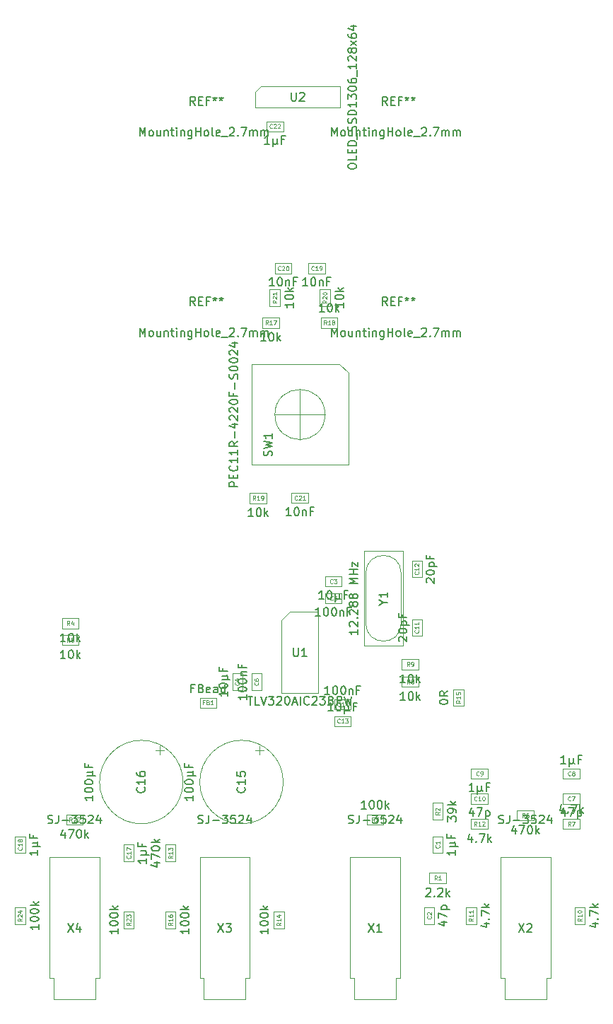
<source format=gbr>
%TF.GenerationSoftware,KiCad,Pcbnew,(5.1.6)-1*%
%TF.CreationDate,2021-01-03T17:25:39+01:00*%
%TF.ProjectId,Nucleo144_DSP,4e75636c-656f-4313-9434-5f4453502e6b,rev?*%
%TF.SameCoordinates,Original*%
%TF.FileFunction,Other,Fab,Top*%
%FSLAX46Y46*%
G04 Gerber Fmt 4.6, Leading zero omitted, Abs format (unit mm)*
G04 Created by KiCad (PCBNEW (5.1.6)-1) date 2021-01-03 17:25:39*
%MOMM*%
%LPD*%
G01*
G04 APERTURE LIST*
%ADD10C,0.100000*%
%ADD11C,0.120000*%
%ADD12C,0.150000*%
%ADD13C,0.080000*%
%ADD14C,0.075000*%
G04 APERTURE END LIST*
D10*
%TO.C,C16*%
X122000000Y-143500000D02*
G75*
G03*
X122000000Y-143500000I-5000000J0D01*
G01*
X119187500Y-139211139D02*
X119187500Y-140211139D01*
X119687500Y-139711139D02*
X118687500Y-139711139D01*
%TO.C,Y1*%
X148350000Y-115800000D02*
X143650000Y-115800000D01*
X143650000Y-115800000D02*
X143650000Y-127200000D01*
X143650000Y-127200000D02*
X148350000Y-127200000D01*
X148350000Y-127200000D02*
X148350000Y-115800000D01*
X148115000Y-118485000D02*
X148115000Y-124515000D01*
X143885000Y-118485000D02*
X143885000Y-124515000D01*
X143885000Y-118485000D02*
G75*
G02*
X148115000Y-118485000I2115000J0D01*
G01*
X143885000Y-124515000D02*
G75*
G03*
X148115000Y-124515000I2115000J0D01*
G01*
%TO.C,C1*%
X153100000Y-150000000D02*
X153100000Y-152000000D01*
X151900000Y-150000000D02*
X153100000Y-150000000D01*
X151900000Y-152000000D02*
X151900000Y-150000000D01*
X153100000Y-152000000D02*
X151900000Y-152000000D01*
%TO.C,C3*%
X139000000Y-120100000D02*
X139000000Y-118900000D01*
X139000000Y-118900000D02*
X141000000Y-118900000D01*
X141000000Y-118900000D02*
X141000000Y-120100000D01*
X141000000Y-120100000D02*
X139000000Y-120100000D01*
%TO.C,C4*%
X127900000Y-130500000D02*
X129100000Y-130500000D01*
X129100000Y-130500000D02*
X129100000Y-132500000D01*
X129100000Y-132500000D02*
X127900000Y-132500000D01*
X127900000Y-132500000D02*
X127900000Y-130500000D01*
%TO.C,C2*%
X152100000Y-160500000D02*
X150900000Y-160500000D01*
X150900000Y-160500000D02*
X150900000Y-158500000D01*
X150900000Y-158500000D02*
X152100000Y-158500000D01*
X152100000Y-158500000D02*
X152100000Y-160500000D01*
%TO.C,C5*%
X141000000Y-122100000D02*
X139000000Y-122100000D01*
X141000000Y-120900000D02*
X141000000Y-122100000D01*
X139000000Y-120900000D02*
X141000000Y-120900000D01*
X139000000Y-122100000D02*
X139000000Y-120900000D01*
%TO.C,C6*%
X130200000Y-132500000D02*
X130200000Y-130500000D01*
X131400000Y-132500000D02*
X130200000Y-132500000D01*
X131400000Y-130500000D02*
X131400000Y-132500000D01*
X130200000Y-130500000D02*
X131400000Y-130500000D01*
%TO.C,C7*%
X167500000Y-146100000D02*
X167500000Y-144900000D01*
X167500000Y-144900000D02*
X169500000Y-144900000D01*
X169500000Y-144900000D02*
X169500000Y-146100000D01*
X169500000Y-146100000D02*
X167500000Y-146100000D01*
%TO.C,C8*%
X167500000Y-141900000D02*
X169500000Y-141900000D01*
X167500000Y-143100000D02*
X167500000Y-141900000D01*
X169500000Y-143100000D02*
X167500000Y-143100000D01*
X169500000Y-141900000D02*
X169500000Y-143100000D01*
%TO.C,C9*%
X158500000Y-143100000D02*
X156500000Y-143100000D01*
X158500000Y-141900000D02*
X158500000Y-143100000D01*
X156500000Y-141900000D02*
X158500000Y-141900000D01*
X156500000Y-143100000D02*
X156500000Y-141900000D01*
%TO.C,C10*%
X158500000Y-146100000D02*
X156500000Y-146100000D01*
X158500000Y-144900000D02*
X158500000Y-146100000D01*
X156500000Y-144900000D02*
X158500000Y-144900000D01*
X156500000Y-146100000D02*
X156500000Y-144900000D01*
%TO.C,C11*%
X149400000Y-124000000D02*
X150600000Y-124000000D01*
X150600000Y-124000000D02*
X150600000Y-126000000D01*
X150600000Y-126000000D02*
X149400000Y-126000000D01*
X149400000Y-126000000D02*
X149400000Y-124000000D01*
%TO.C,C12*%
X150600000Y-119000000D02*
X149400000Y-119000000D01*
X149400000Y-119000000D02*
X149400000Y-117000000D01*
X149400000Y-117000000D02*
X150600000Y-117000000D01*
X150600000Y-117000000D02*
X150600000Y-119000000D01*
%TO.C,C13*%
X142100000Y-135600000D02*
X142100000Y-136800000D01*
X142100000Y-136800000D02*
X140100000Y-136800000D01*
X140100000Y-136800000D02*
X140100000Y-135600000D01*
X140100000Y-135600000D02*
X142100000Y-135600000D01*
%TO.C,C14*%
X140100000Y-133600000D02*
X142100000Y-133600000D01*
X140100000Y-134800000D02*
X140100000Y-133600000D01*
X142100000Y-134800000D02*
X140100000Y-134800000D01*
X142100000Y-133600000D02*
X142100000Y-134800000D01*
%TO.C,C15*%
X131687500Y-139711139D02*
X130687500Y-139711139D01*
X131187500Y-139211139D02*
X131187500Y-140211139D01*
X134000000Y-143500000D02*
G75*
G03*
X134000000Y-143500000I-5000000J0D01*
G01*
%TO.C,C17*%
X116100000Y-151000000D02*
X116100000Y-153000000D01*
X114900000Y-151000000D02*
X116100000Y-151000000D01*
X114900000Y-153000000D02*
X114900000Y-151000000D01*
X116100000Y-153000000D02*
X114900000Y-153000000D01*
%TO.C,C18*%
X103100000Y-152000000D02*
X101900000Y-152000000D01*
X101900000Y-152000000D02*
X101900000Y-150000000D01*
X101900000Y-150000000D02*
X103100000Y-150000000D01*
X103100000Y-150000000D02*
X103100000Y-152000000D01*
%TO.C,C19*%
X139000000Y-82600000D02*
X137000000Y-82600000D01*
X139000000Y-81400000D02*
X139000000Y-82600000D01*
X137000000Y-81400000D02*
X139000000Y-81400000D01*
X137000000Y-82600000D02*
X137000000Y-81400000D01*
%TO.C,C20*%
X133000000Y-82600000D02*
X133000000Y-81400000D01*
X133000000Y-81400000D02*
X135000000Y-81400000D01*
X135000000Y-81400000D02*
X135000000Y-82600000D01*
X135000000Y-82600000D02*
X133000000Y-82600000D01*
%TO.C,C21*%
X135000000Y-110100000D02*
X135000000Y-108900000D01*
X135000000Y-108900000D02*
X137000000Y-108900000D01*
X137000000Y-108900000D02*
X137000000Y-110100000D01*
X137000000Y-110100000D02*
X135000000Y-110100000D01*
%TO.C,C22*%
X134000000Y-65600000D02*
X132000000Y-65600000D01*
X134000000Y-64400000D02*
X134000000Y-65600000D01*
X132000000Y-64400000D02*
X134000000Y-64400000D01*
X132000000Y-65600000D02*
X132000000Y-64400000D01*
%TO.C,FB1*%
X126000000Y-133400000D02*
X126000000Y-134600000D01*
X126000000Y-134600000D02*
X124000000Y-134600000D01*
X124000000Y-134600000D02*
X124000000Y-133400000D01*
X124000000Y-133400000D02*
X126000000Y-133400000D01*
%TO.C,R1*%
X151500000Y-155620000D02*
X151500000Y-154380000D01*
X153500000Y-155620000D02*
X151500000Y-155620000D01*
X153500000Y-154380000D02*
X153500000Y-155620000D01*
X151500000Y-154380000D02*
X153500000Y-154380000D01*
%TO.C,R2*%
X151880000Y-148000000D02*
X151880000Y-146000000D01*
X151880000Y-146000000D02*
X153120000Y-146000000D01*
X153120000Y-146000000D02*
X153120000Y-148000000D01*
X153120000Y-148000000D02*
X151880000Y-148000000D01*
%TO.C,R3*%
X146000000Y-147380000D02*
X146000000Y-148620000D01*
X144000000Y-147380000D02*
X146000000Y-147380000D01*
X144000000Y-148620000D02*
X144000000Y-147380000D01*
X146000000Y-148620000D02*
X144000000Y-148620000D01*
%TO.C,R4*%
X107500000Y-125120000D02*
X107500000Y-123880000D01*
X109500000Y-125120000D02*
X107500000Y-125120000D01*
X109500000Y-123880000D02*
X109500000Y-125120000D01*
X107500000Y-123880000D02*
X109500000Y-123880000D01*
%TO.C,R5*%
X107500000Y-125880000D02*
X109500000Y-125880000D01*
X109500000Y-125880000D02*
X109500000Y-127120000D01*
X109500000Y-127120000D02*
X107500000Y-127120000D01*
X107500000Y-127120000D02*
X107500000Y-125880000D01*
%TO.C,R7*%
X169500000Y-147880000D02*
X169500000Y-149120000D01*
X167500000Y-147880000D02*
X169500000Y-147880000D01*
X167500000Y-149120000D02*
X167500000Y-147880000D01*
X169500000Y-149120000D02*
X167500000Y-149120000D01*
%TO.C,R8*%
X148200000Y-132120000D02*
X148200000Y-130880000D01*
X150200000Y-132120000D02*
X148200000Y-132120000D01*
X150200000Y-130880000D02*
X150200000Y-132120000D01*
X148200000Y-130880000D02*
X150200000Y-130880000D01*
%TO.C,R9*%
X148200000Y-128780000D02*
X150200000Y-128780000D01*
X150200000Y-128780000D02*
X150200000Y-130020000D01*
X150200000Y-130020000D02*
X148200000Y-130020000D01*
X148200000Y-130020000D02*
X148200000Y-128780000D01*
%TO.C,R10*%
X168880000Y-160500000D02*
X168880000Y-158500000D01*
X168880000Y-158500000D02*
X170120000Y-158500000D01*
X170120000Y-158500000D02*
X170120000Y-160500000D01*
X170120000Y-160500000D02*
X168880000Y-160500000D01*
%TO.C,R11*%
X155880000Y-160500000D02*
X155880000Y-158500000D01*
X155880000Y-158500000D02*
X157120000Y-158500000D01*
X157120000Y-158500000D02*
X157120000Y-160500000D01*
X157120000Y-160500000D02*
X155880000Y-160500000D01*
%TO.C,R12*%
X156500000Y-149120000D02*
X156500000Y-147880000D01*
X158500000Y-149120000D02*
X156500000Y-149120000D01*
X158500000Y-147880000D02*
X158500000Y-149120000D01*
X156500000Y-147880000D02*
X158500000Y-147880000D01*
%TO.C,R14*%
X134120000Y-159000000D02*
X134120000Y-161000000D01*
X134120000Y-161000000D02*
X132880000Y-161000000D01*
X132880000Y-161000000D02*
X132880000Y-159000000D01*
X132880000Y-159000000D02*
X134120000Y-159000000D01*
%TO.C,R16*%
X121120000Y-161000000D02*
X119880000Y-161000000D01*
X121120000Y-159000000D02*
X121120000Y-161000000D01*
X119880000Y-159000000D02*
X121120000Y-159000000D01*
X119880000Y-161000000D02*
X119880000Y-159000000D01*
%TO.C,R13*%
X121120000Y-151000000D02*
X121120000Y-153000000D01*
X121120000Y-153000000D02*
X119880000Y-153000000D01*
X119880000Y-153000000D02*
X119880000Y-151000000D01*
X119880000Y-151000000D02*
X121120000Y-151000000D01*
%TO.C,R23*%
X116120000Y-159000000D02*
X116120000Y-161000000D01*
X116120000Y-161000000D02*
X114880000Y-161000000D01*
X114880000Y-161000000D02*
X114880000Y-159000000D01*
X114880000Y-159000000D02*
X116120000Y-159000000D01*
%TO.C,R24*%
X103120000Y-160500000D02*
X101880000Y-160500000D01*
X103120000Y-158500000D02*
X103120000Y-160500000D01*
X101880000Y-158500000D02*
X103120000Y-158500000D01*
X101880000Y-160500000D02*
X101880000Y-158500000D01*
%TO.C,R17*%
X131500000Y-89120000D02*
X131500000Y-87880000D01*
X133500000Y-89120000D02*
X131500000Y-89120000D01*
X133500000Y-87880000D02*
X133500000Y-89120000D01*
X131500000Y-87880000D02*
X133500000Y-87880000D01*
%TO.C,R18*%
X140500000Y-89120000D02*
X138500000Y-89120000D01*
X138500000Y-89120000D02*
X138500000Y-87880000D01*
X138500000Y-87880000D02*
X140500000Y-87880000D01*
X140500000Y-87880000D02*
X140500000Y-89120000D01*
%TO.C,R19*%
X130000000Y-110120000D02*
X130000000Y-108880000D01*
X132000000Y-110120000D02*
X130000000Y-110120000D01*
X132000000Y-108880000D02*
X132000000Y-110120000D01*
X130000000Y-108880000D02*
X132000000Y-108880000D01*
%TO.C,R20*%
X138380000Y-86500000D02*
X138380000Y-84500000D01*
X138380000Y-84500000D02*
X139620000Y-84500000D01*
X139620000Y-84500000D02*
X139620000Y-86500000D01*
X139620000Y-86500000D02*
X138380000Y-86500000D01*
%TO.C,R21*%
X132380000Y-86500000D02*
X132380000Y-84500000D01*
X132380000Y-84500000D02*
X133620000Y-84500000D01*
X133620000Y-84500000D02*
X133620000Y-86500000D01*
X133620000Y-86500000D02*
X132380000Y-86500000D01*
D11*
%TO.C,SW1*%
X136000000Y-96500000D02*
X136000000Y-102500000D01*
X139000000Y-99500000D02*
X133000000Y-99500000D01*
X140700000Y-93500000D02*
X141800000Y-94500000D01*
X130200000Y-93500000D02*
X140700000Y-93500000D01*
X130200000Y-105500000D02*
X130200000Y-93500000D01*
X141800000Y-105500000D02*
X130200000Y-105500000D01*
X141800000Y-94500000D02*
X141800000Y-105500000D01*
X139000000Y-99500000D02*
G75*
G03*
X139000000Y-99500000I-3000000J0D01*
G01*
D10*
%TO.C,U1*%
X134800000Y-123150000D02*
X138200000Y-123150000D01*
X138200000Y-123150000D02*
X138200000Y-132850000D01*
X138200000Y-132850000D02*
X133800000Y-132850000D01*
X133800000Y-132850000D02*
X133800000Y-124150000D01*
X133800000Y-124150000D02*
X134800000Y-123150000D01*
%TO.C,R6*%
X162000000Y-148120000D02*
X162000000Y-146880000D01*
X164000000Y-148120000D02*
X162000000Y-148120000D01*
X164000000Y-146880000D02*
X164000000Y-148120000D01*
X162000000Y-146880000D02*
X164000000Y-146880000D01*
%TO.C,R22*%
X108000000Y-147380000D02*
X110000000Y-147380000D01*
X110000000Y-147380000D02*
X110000000Y-148620000D01*
X110000000Y-148620000D02*
X108000000Y-148620000D01*
X108000000Y-148620000D02*
X108000000Y-147380000D01*
%TO.C,X1*%
X142500000Y-167000000D02*
X142000000Y-167000000D01*
X142500000Y-169500000D02*
X142500000Y-167000000D01*
X147500000Y-169500000D02*
X142500000Y-169500000D01*
X147500000Y-167000000D02*
X147500000Y-169500000D01*
X148000000Y-167000000D02*
X147500000Y-167000000D01*
X148000000Y-152500000D02*
X148000000Y-167000000D01*
X142000000Y-152500000D02*
X148000000Y-152500000D01*
X142000000Y-167000000D02*
X142000000Y-152500000D01*
%TO.C,X2*%
X160000000Y-167000000D02*
X160000000Y-152500000D01*
X160000000Y-152500000D02*
X166000000Y-152500000D01*
X166000000Y-152500000D02*
X166000000Y-167000000D01*
X166000000Y-167000000D02*
X165500000Y-167000000D01*
X165500000Y-167000000D02*
X165500000Y-169500000D01*
X165500000Y-169500000D02*
X160500000Y-169500000D01*
X160500000Y-169500000D02*
X160500000Y-167000000D01*
X160500000Y-167000000D02*
X160000000Y-167000000D01*
%TO.C,X4*%
X106000000Y-167000000D02*
X106000000Y-152500000D01*
X106000000Y-152500000D02*
X112000000Y-152500000D01*
X112000000Y-152500000D02*
X112000000Y-167000000D01*
X112000000Y-167000000D02*
X111500000Y-167000000D01*
X111500000Y-167000000D02*
X111500000Y-169500000D01*
X111500000Y-169500000D02*
X106500000Y-169500000D01*
X106500000Y-169500000D02*
X106500000Y-167000000D01*
X106500000Y-167000000D02*
X106000000Y-167000000D01*
%TO.C,X3*%
X124500000Y-167000000D02*
X124000000Y-167000000D01*
X124500000Y-169500000D02*
X124500000Y-167000000D01*
X129500000Y-169500000D02*
X124500000Y-169500000D01*
X129500000Y-167000000D02*
X129500000Y-169500000D01*
X130000000Y-167000000D02*
X129500000Y-167000000D01*
X130000000Y-152500000D02*
X130000000Y-167000000D01*
X124000000Y-152500000D02*
X130000000Y-152500000D01*
X124000000Y-167000000D02*
X124000000Y-152500000D01*
%TO.C,U2*%
X140810000Y-62770000D02*
X130650000Y-62770000D01*
X140810000Y-60230000D02*
X140810000Y-62770000D01*
X131285000Y-60230000D02*
X140810000Y-60230000D01*
X130650000Y-60865000D02*
X131285000Y-60230000D01*
X130650000Y-62770000D02*
X130650000Y-60865000D01*
%TO.C,R15*%
X154380000Y-132400000D02*
X155620000Y-132400000D01*
X154380000Y-134400000D02*
X154380000Y-132400000D01*
X155620000Y-134400000D02*
X154380000Y-134400000D01*
X155620000Y-132400000D02*
X155620000Y-134400000D01*
%TD*%
%TO.C,REF\u002A\u002A*%
D12*
X116809523Y-90152380D02*
X116809523Y-89152380D01*
X117142857Y-89866666D01*
X117476190Y-89152380D01*
X117476190Y-90152380D01*
X118095238Y-90152380D02*
X118000000Y-90104761D01*
X117952380Y-90057142D01*
X117904761Y-89961904D01*
X117904761Y-89676190D01*
X117952380Y-89580952D01*
X118000000Y-89533333D01*
X118095238Y-89485714D01*
X118238095Y-89485714D01*
X118333333Y-89533333D01*
X118380952Y-89580952D01*
X118428571Y-89676190D01*
X118428571Y-89961904D01*
X118380952Y-90057142D01*
X118333333Y-90104761D01*
X118238095Y-90152380D01*
X118095238Y-90152380D01*
X119285714Y-89485714D02*
X119285714Y-90152380D01*
X118857142Y-89485714D02*
X118857142Y-90009523D01*
X118904761Y-90104761D01*
X119000000Y-90152380D01*
X119142857Y-90152380D01*
X119238095Y-90104761D01*
X119285714Y-90057142D01*
X119761904Y-89485714D02*
X119761904Y-90152380D01*
X119761904Y-89580952D02*
X119809523Y-89533333D01*
X119904761Y-89485714D01*
X120047619Y-89485714D01*
X120142857Y-89533333D01*
X120190476Y-89628571D01*
X120190476Y-90152380D01*
X120523809Y-89485714D02*
X120904761Y-89485714D01*
X120666666Y-89152380D02*
X120666666Y-90009523D01*
X120714285Y-90104761D01*
X120809523Y-90152380D01*
X120904761Y-90152380D01*
X121238095Y-90152380D02*
X121238095Y-89485714D01*
X121238095Y-89152380D02*
X121190476Y-89200000D01*
X121238095Y-89247619D01*
X121285714Y-89200000D01*
X121238095Y-89152380D01*
X121238095Y-89247619D01*
X121714285Y-89485714D02*
X121714285Y-90152380D01*
X121714285Y-89580952D02*
X121761904Y-89533333D01*
X121857142Y-89485714D01*
X122000000Y-89485714D01*
X122095238Y-89533333D01*
X122142857Y-89628571D01*
X122142857Y-90152380D01*
X123047619Y-89485714D02*
X123047619Y-90295238D01*
X123000000Y-90390476D01*
X122952380Y-90438095D01*
X122857142Y-90485714D01*
X122714285Y-90485714D01*
X122619047Y-90438095D01*
X123047619Y-90104761D02*
X122952380Y-90152380D01*
X122761904Y-90152380D01*
X122666666Y-90104761D01*
X122619047Y-90057142D01*
X122571428Y-89961904D01*
X122571428Y-89676190D01*
X122619047Y-89580952D01*
X122666666Y-89533333D01*
X122761904Y-89485714D01*
X122952380Y-89485714D01*
X123047619Y-89533333D01*
X123523809Y-90152380D02*
X123523809Y-89152380D01*
X123523809Y-89628571D02*
X124095238Y-89628571D01*
X124095238Y-90152380D02*
X124095238Y-89152380D01*
X124714285Y-90152380D02*
X124619047Y-90104761D01*
X124571428Y-90057142D01*
X124523809Y-89961904D01*
X124523809Y-89676190D01*
X124571428Y-89580952D01*
X124619047Y-89533333D01*
X124714285Y-89485714D01*
X124857142Y-89485714D01*
X124952380Y-89533333D01*
X125000000Y-89580952D01*
X125047619Y-89676190D01*
X125047619Y-89961904D01*
X125000000Y-90057142D01*
X124952380Y-90104761D01*
X124857142Y-90152380D01*
X124714285Y-90152380D01*
X125619047Y-90152380D02*
X125523809Y-90104761D01*
X125476190Y-90009523D01*
X125476190Y-89152380D01*
X126380952Y-90104761D02*
X126285714Y-90152380D01*
X126095238Y-90152380D01*
X126000000Y-90104761D01*
X125952380Y-90009523D01*
X125952380Y-89628571D01*
X126000000Y-89533333D01*
X126095238Y-89485714D01*
X126285714Y-89485714D01*
X126380952Y-89533333D01*
X126428571Y-89628571D01*
X126428571Y-89723809D01*
X125952380Y-89819047D01*
X126619047Y-90247619D02*
X127380952Y-90247619D01*
X127571428Y-89247619D02*
X127619047Y-89200000D01*
X127714285Y-89152380D01*
X127952380Y-89152380D01*
X128047619Y-89200000D01*
X128095238Y-89247619D01*
X128142857Y-89342857D01*
X128142857Y-89438095D01*
X128095238Y-89580952D01*
X127523809Y-90152380D01*
X128142857Y-90152380D01*
X128571428Y-90057142D02*
X128619047Y-90104761D01*
X128571428Y-90152380D01*
X128523809Y-90104761D01*
X128571428Y-90057142D01*
X128571428Y-90152380D01*
X128952380Y-89152380D02*
X129619047Y-89152380D01*
X129190476Y-90152380D01*
X129999999Y-90152380D02*
X129999999Y-89485714D01*
X129999999Y-89580952D02*
X130047619Y-89533333D01*
X130142857Y-89485714D01*
X130285714Y-89485714D01*
X130380952Y-89533333D01*
X130428571Y-89628571D01*
X130428571Y-90152380D01*
X130428571Y-89628571D02*
X130476190Y-89533333D01*
X130571428Y-89485714D01*
X130714285Y-89485714D01*
X130809523Y-89533333D01*
X130857142Y-89628571D01*
X130857142Y-90152380D01*
X131333333Y-90152380D02*
X131333333Y-89485714D01*
X131333333Y-89580952D02*
X131380952Y-89533333D01*
X131476190Y-89485714D01*
X131619047Y-89485714D01*
X131714285Y-89533333D01*
X131761904Y-89628571D01*
X131761904Y-90152380D01*
X131761904Y-89628571D02*
X131809523Y-89533333D01*
X131904761Y-89485714D01*
X132047619Y-89485714D01*
X132142857Y-89533333D01*
X132190476Y-89628571D01*
X132190476Y-90152380D01*
X123466666Y-86452380D02*
X123133333Y-85976190D01*
X122895238Y-86452380D02*
X122895238Y-85452380D01*
X123276190Y-85452380D01*
X123371428Y-85500000D01*
X123419047Y-85547619D01*
X123466666Y-85642857D01*
X123466666Y-85785714D01*
X123419047Y-85880952D01*
X123371428Y-85928571D01*
X123276190Y-85976190D01*
X122895238Y-85976190D01*
X123895238Y-85928571D02*
X124228571Y-85928571D01*
X124371428Y-86452380D02*
X123895238Y-86452380D01*
X123895238Y-85452380D01*
X124371428Y-85452380D01*
X125133333Y-85928571D02*
X124800000Y-85928571D01*
X124800000Y-86452380D02*
X124800000Y-85452380D01*
X125276190Y-85452380D01*
X125800000Y-85452380D02*
X125800000Y-85690476D01*
X125561904Y-85595238D02*
X125800000Y-85690476D01*
X126038095Y-85595238D01*
X125657142Y-85880952D02*
X125800000Y-85690476D01*
X125942857Y-85880952D01*
X126561904Y-85452380D02*
X126561904Y-85690476D01*
X126323809Y-85595238D02*
X126561904Y-85690476D01*
X126800000Y-85595238D01*
X126419047Y-85880952D02*
X126561904Y-85690476D01*
X126704761Y-85880952D01*
X116809523Y-66152380D02*
X116809523Y-65152380D01*
X117142857Y-65866666D01*
X117476190Y-65152380D01*
X117476190Y-66152380D01*
X118095238Y-66152380D02*
X118000000Y-66104761D01*
X117952380Y-66057142D01*
X117904761Y-65961904D01*
X117904761Y-65676190D01*
X117952380Y-65580952D01*
X118000000Y-65533333D01*
X118095238Y-65485714D01*
X118238095Y-65485714D01*
X118333333Y-65533333D01*
X118380952Y-65580952D01*
X118428571Y-65676190D01*
X118428571Y-65961904D01*
X118380952Y-66057142D01*
X118333333Y-66104761D01*
X118238095Y-66152380D01*
X118095238Y-66152380D01*
X119285714Y-65485714D02*
X119285714Y-66152380D01*
X118857142Y-65485714D02*
X118857142Y-66009523D01*
X118904761Y-66104761D01*
X119000000Y-66152380D01*
X119142857Y-66152380D01*
X119238095Y-66104761D01*
X119285714Y-66057142D01*
X119761904Y-65485714D02*
X119761904Y-66152380D01*
X119761904Y-65580952D02*
X119809523Y-65533333D01*
X119904761Y-65485714D01*
X120047619Y-65485714D01*
X120142857Y-65533333D01*
X120190476Y-65628571D01*
X120190476Y-66152380D01*
X120523809Y-65485714D02*
X120904761Y-65485714D01*
X120666666Y-65152380D02*
X120666666Y-66009523D01*
X120714285Y-66104761D01*
X120809523Y-66152380D01*
X120904761Y-66152380D01*
X121238095Y-66152380D02*
X121238095Y-65485714D01*
X121238095Y-65152380D02*
X121190476Y-65200000D01*
X121238095Y-65247619D01*
X121285714Y-65200000D01*
X121238095Y-65152380D01*
X121238095Y-65247619D01*
X121714285Y-65485714D02*
X121714285Y-66152380D01*
X121714285Y-65580952D02*
X121761904Y-65533333D01*
X121857142Y-65485714D01*
X122000000Y-65485714D01*
X122095238Y-65533333D01*
X122142857Y-65628571D01*
X122142857Y-66152380D01*
X123047619Y-65485714D02*
X123047619Y-66295238D01*
X123000000Y-66390476D01*
X122952380Y-66438095D01*
X122857142Y-66485714D01*
X122714285Y-66485714D01*
X122619047Y-66438095D01*
X123047619Y-66104761D02*
X122952380Y-66152380D01*
X122761904Y-66152380D01*
X122666666Y-66104761D01*
X122619047Y-66057142D01*
X122571428Y-65961904D01*
X122571428Y-65676190D01*
X122619047Y-65580952D01*
X122666666Y-65533333D01*
X122761904Y-65485714D01*
X122952380Y-65485714D01*
X123047619Y-65533333D01*
X123523809Y-66152380D02*
X123523809Y-65152380D01*
X123523809Y-65628571D02*
X124095238Y-65628571D01*
X124095238Y-66152380D02*
X124095238Y-65152380D01*
X124714285Y-66152380D02*
X124619047Y-66104761D01*
X124571428Y-66057142D01*
X124523809Y-65961904D01*
X124523809Y-65676190D01*
X124571428Y-65580952D01*
X124619047Y-65533333D01*
X124714285Y-65485714D01*
X124857142Y-65485714D01*
X124952380Y-65533333D01*
X125000000Y-65580952D01*
X125047619Y-65676190D01*
X125047619Y-65961904D01*
X125000000Y-66057142D01*
X124952380Y-66104761D01*
X124857142Y-66152380D01*
X124714285Y-66152380D01*
X125619047Y-66152380D02*
X125523809Y-66104761D01*
X125476190Y-66009523D01*
X125476190Y-65152380D01*
X126380952Y-66104761D02*
X126285714Y-66152380D01*
X126095238Y-66152380D01*
X126000000Y-66104761D01*
X125952380Y-66009523D01*
X125952380Y-65628571D01*
X126000000Y-65533333D01*
X126095238Y-65485714D01*
X126285714Y-65485714D01*
X126380952Y-65533333D01*
X126428571Y-65628571D01*
X126428571Y-65723809D01*
X125952380Y-65819047D01*
X126619047Y-66247619D02*
X127380952Y-66247619D01*
X127571428Y-65247619D02*
X127619047Y-65200000D01*
X127714285Y-65152380D01*
X127952380Y-65152380D01*
X128047619Y-65200000D01*
X128095238Y-65247619D01*
X128142857Y-65342857D01*
X128142857Y-65438095D01*
X128095238Y-65580952D01*
X127523809Y-66152380D01*
X128142857Y-66152380D01*
X128571428Y-66057142D02*
X128619047Y-66104761D01*
X128571428Y-66152380D01*
X128523809Y-66104761D01*
X128571428Y-66057142D01*
X128571428Y-66152380D01*
X128952380Y-65152380D02*
X129619047Y-65152380D01*
X129190476Y-66152380D01*
X129999999Y-66152380D02*
X129999999Y-65485714D01*
X129999999Y-65580952D02*
X130047619Y-65533333D01*
X130142857Y-65485714D01*
X130285714Y-65485714D01*
X130380952Y-65533333D01*
X130428571Y-65628571D01*
X130428571Y-66152380D01*
X130428571Y-65628571D02*
X130476190Y-65533333D01*
X130571428Y-65485714D01*
X130714285Y-65485714D01*
X130809523Y-65533333D01*
X130857142Y-65628571D01*
X130857142Y-66152380D01*
X131333333Y-66152380D02*
X131333333Y-65485714D01*
X131333333Y-65580952D02*
X131380952Y-65533333D01*
X131476190Y-65485714D01*
X131619047Y-65485714D01*
X131714285Y-65533333D01*
X131761904Y-65628571D01*
X131761904Y-66152380D01*
X131761904Y-65628571D02*
X131809523Y-65533333D01*
X131904761Y-65485714D01*
X132047619Y-65485714D01*
X132142857Y-65533333D01*
X132190476Y-65628571D01*
X132190476Y-66152380D01*
X123466666Y-62452380D02*
X123133333Y-61976190D01*
X122895238Y-62452380D02*
X122895238Y-61452380D01*
X123276190Y-61452380D01*
X123371428Y-61500000D01*
X123419047Y-61547619D01*
X123466666Y-61642857D01*
X123466666Y-61785714D01*
X123419047Y-61880952D01*
X123371428Y-61928571D01*
X123276190Y-61976190D01*
X122895238Y-61976190D01*
X123895238Y-61928571D02*
X124228571Y-61928571D01*
X124371428Y-62452380D02*
X123895238Y-62452380D01*
X123895238Y-61452380D01*
X124371428Y-61452380D01*
X125133333Y-61928571D02*
X124800000Y-61928571D01*
X124800000Y-62452380D02*
X124800000Y-61452380D01*
X125276190Y-61452380D01*
X125800000Y-61452380D02*
X125800000Y-61690476D01*
X125561904Y-61595238D02*
X125800000Y-61690476D01*
X126038095Y-61595238D01*
X125657142Y-61880952D02*
X125800000Y-61690476D01*
X125942857Y-61880952D01*
X126561904Y-61452380D02*
X126561904Y-61690476D01*
X126323809Y-61595238D02*
X126561904Y-61690476D01*
X126800000Y-61595238D01*
X126419047Y-61880952D02*
X126561904Y-61690476D01*
X126704761Y-61880952D01*
X139809523Y-90152380D02*
X139809523Y-89152380D01*
X140142857Y-89866666D01*
X140476190Y-89152380D01*
X140476190Y-90152380D01*
X141095238Y-90152380D02*
X141000000Y-90104761D01*
X140952380Y-90057142D01*
X140904761Y-89961904D01*
X140904761Y-89676190D01*
X140952380Y-89580952D01*
X141000000Y-89533333D01*
X141095238Y-89485714D01*
X141238095Y-89485714D01*
X141333333Y-89533333D01*
X141380952Y-89580952D01*
X141428571Y-89676190D01*
X141428571Y-89961904D01*
X141380952Y-90057142D01*
X141333333Y-90104761D01*
X141238095Y-90152380D01*
X141095238Y-90152380D01*
X142285714Y-89485714D02*
X142285714Y-90152380D01*
X141857142Y-89485714D02*
X141857142Y-90009523D01*
X141904761Y-90104761D01*
X142000000Y-90152380D01*
X142142857Y-90152380D01*
X142238095Y-90104761D01*
X142285714Y-90057142D01*
X142761904Y-89485714D02*
X142761904Y-90152380D01*
X142761904Y-89580952D02*
X142809523Y-89533333D01*
X142904761Y-89485714D01*
X143047619Y-89485714D01*
X143142857Y-89533333D01*
X143190476Y-89628571D01*
X143190476Y-90152380D01*
X143523809Y-89485714D02*
X143904761Y-89485714D01*
X143666666Y-89152380D02*
X143666666Y-90009523D01*
X143714285Y-90104761D01*
X143809523Y-90152380D01*
X143904761Y-90152380D01*
X144238095Y-90152380D02*
X144238095Y-89485714D01*
X144238095Y-89152380D02*
X144190476Y-89200000D01*
X144238095Y-89247619D01*
X144285714Y-89200000D01*
X144238095Y-89152380D01*
X144238095Y-89247619D01*
X144714285Y-89485714D02*
X144714285Y-90152380D01*
X144714285Y-89580952D02*
X144761904Y-89533333D01*
X144857142Y-89485714D01*
X145000000Y-89485714D01*
X145095238Y-89533333D01*
X145142857Y-89628571D01*
X145142857Y-90152380D01*
X146047619Y-89485714D02*
X146047619Y-90295238D01*
X146000000Y-90390476D01*
X145952380Y-90438095D01*
X145857142Y-90485714D01*
X145714285Y-90485714D01*
X145619047Y-90438095D01*
X146047619Y-90104761D02*
X145952380Y-90152380D01*
X145761904Y-90152380D01*
X145666666Y-90104761D01*
X145619047Y-90057142D01*
X145571428Y-89961904D01*
X145571428Y-89676190D01*
X145619047Y-89580952D01*
X145666666Y-89533333D01*
X145761904Y-89485714D01*
X145952380Y-89485714D01*
X146047619Y-89533333D01*
X146523809Y-90152380D02*
X146523809Y-89152380D01*
X146523809Y-89628571D02*
X147095238Y-89628571D01*
X147095238Y-90152380D02*
X147095238Y-89152380D01*
X147714285Y-90152380D02*
X147619047Y-90104761D01*
X147571428Y-90057142D01*
X147523809Y-89961904D01*
X147523809Y-89676190D01*
X147571428Y-89580952D01*
X147619047Y-89533333D01*
X147714285Y-89485714D01*
X147857142Y-89485714D01*
X147952380Y-89533333D01*
X148000000Y-89580952D01*
X148047619Y-89676190D01*
X148047619Y-89961904D01*
X148000000Y-90057142D01*
X147952380Y-90104761D01*
X147857142Y-90152380D01*
X147714285Y-90152380D01*
X148619047Y-90152380D02*
X148523809Y-90104761D01*
X148476190Y-90009523D01*
X148476190Y-89152380D01*
X149380952Y-90104761D02*
X149285714Y-90152380D01*
X149095238Y-90152380D01*
X149000000Y-90104761D01*
X148952380Y-90009523D01*
X148952380Y-89628571D01*
X149000000Y-89533333D01*
X149095238Y-89485714D01*
X149285714Y-89485714D01*
X149380952Y-89533333D01*
X149428571Y-89628571D01*
X149428571Y-89723809D01*
X148952380Y-89819047D01*
X149619047Y-90247619D02*
X150380952Y-90247619D01*
X150571428Y-89247619D02*
X150619047Y-89200000D01*
X150714285Y-89152380D01*
X150952380Y-89152380D01*
X151047619Y-89200000D01*
X151095238Y-89247619D01*
X151142857Y-89342857D01*
X151142857Y-89438095D01*
X151095238Y-89580952D01*
X150523809Y-90152380D01*
X151142857Y-90152380D01*
X151571428Y-90057142D02*
X151619047Y-90104761D01*
X151571428Y-90152380D01*
X151523809Y-90104761D01*
X151571428Y-90057142D01*
X151571428Y-90152380D01*
X151952380Y-89152380D02*
X152619047Y-89152380D01*
X152190476Y-90152380D01*
X153000000Y-90152380D02*
X153000000Y-89485714D01*
X153000000Y-89580952D02*
X153047619Y-89533333D01*
X153142857Y-89485714D01*
X153285714Y-89485714D01*
X153380952Y-89533333D01*
X153428571Y-89628571D01*
X153428571Y-90152380D01*
X153428571Y-89628571D02*
X153476190Y-89533333D01*
X153571428Y-89485714D01*
X153714285Y-89485714D01*
X153809523Y-89533333D01*
X153857142Y-89628571D01*
X153857142Y-90152380D01*
X154333333Y-90152380D02*
X154333333Y-89485714D01*
X154333333Y-89580952D02*
X154380952Y-89533333D01*
X154476190Y-89485714D01*
X154619047Y-89485714D01*
X154714285Y-89533333D01*
X154761904Y-89628571D01*
X154761904Y-90152380D01*
X154761904Y-89628571D02*
X154809523Y-89533333D01*
X154904761Y-89485714D01*
X155047619Y-89485714D01*
X155142857Y-89533333D01*
X155190476Y-89628571D01*
X155190476Y-90152380D01*
X146466666Y-86452380D02*
X146133333Y-85976190D01*
X145895238Y-86452380D02*
X145895238Y-85452380D01*
X146276190Y-85452380D01*
X146371428Y-85500000D01*
X146419047Y-85547619D01*
X146466666Y-85642857D01*
X146466666Y-85785714D01*
X146419047Y-85880952D01*
X146371428Y-85928571D01*
X146276190Y-85976190D01*
X145895238Y-85976190D01*
X146895238Y-85928571D02*
X147228571Y-85928571D01*
X147371428Y-86452380D02*
X146895238Y-86452380D01*
X146895238Y-85452380D01*
X147371428Y-85452380D01*
X148133333Y-85928571D02*
X147800000Y-85928571D01*
X147800000Y-86452380D02*
X147800000Y-85452380D01*
X148276190Y-85452380D01*
X148800000Y-85452380D02*
X148800000Y-85690476D01*
X148561904Y-85595238D02*
X148800000Y-85690476D01*
X149038095Y-85595238D01*
X148657142Y-85880952D02*
X148800000Y-85690476D01*
X148942857Y-85880952D01*
X149561904Y-85452380D02*
X149561904Y-85690476D01*
X149323809Y-85595238D02*
X149561904Y-85690476D01*
X149800000Y-85595238D01*
X149419047Y-85880952D02*
X149561904Y-85690476D01*
X149704761Y-85880952D01*
X139809523Y-66152380D02*
X139809523Y-65152380D01*
X140142857Y-65866666D01*
X140476190Y-65152380D01*
X140476190Y-66152380D01*
X141095238Y-66152380D02*
X141000000Y-66104761D01*
X140952380Y-66057142D01*
X140904761Y-65961904D01*
X140904761Y-65676190D01*
X140952380Y-65580952D01*
X141000000Y-65533333D01*
X141095238Y-65485714D01*
X141238095Y-65485714D01*
X141333333Y-65533333D01*
X141380952Y-65580952D01*
X141428571Y-65676190D01*
X141428571Y-65961904D01*
X141380952Y-66057142D01*
X141333333Y-66104761D01*
X141238095Y-66152380D01*
X141095238Y-66152380D01*
X142285714Y-65485714D02*
X142285714Y-66152380D01*
X141857142Y-65485714D02*
X141857142Y-66009523D01*
X141904761Y-66104761D01*
X142000000Y-66152380D01*
X142142857Y-66152380D01*
X142238095Y-66104761D01*
X142285714Y-66057142D01*
X142761904Y-65485714D02*
X142761904Y-66152380D01*
X142761904Y-65580952D02*
X142809523Y-65533333D01*
X142904761Y-65485714D01*
X143047619Y-65485714D01*
X143142857Y-65533333D01*
X143190476Y-65628571D01*
X143190476Y-66152380D01*
X143523809Y-65485714D02*
X143904761Y-65485714D01*
X143666666Y-65152380D02*
X143666666Y-66009523D01*
X143714285Y-66104761D01*
X143809523Y-66152380D01*
X143904761Y-66152380D01*
X144238095Y-66152380D02*
X144238095Y-65485714D01*
X144238095Y-65152380D02*
X144190476Y-65200000D01*
X144238095Y-65247619D01*
X144285714Y-65200000D01*
X144238095Y-65152380D01*
X144238095Y-65247619D01*
X144714285Y-65485714D02*
X144714285Y-66152380D01*
X144714285Y-65580952D02*
X144761904Y-65533333D01*
X144857142Y-65485714D01*
X145000000Y-65485714D01*
X145095238Y-65533333D01*
X145142857Y-65628571D01*
X145142857Y-66152380D01*
X146047619Y-65485714D02*
X146047619Y-66295238D01*
X146000000Y-66390476D01*
X145952380Y-66438095D01*
X145857142Y-66485714D01*
X145714285Y-66485714D01*
X145619047Y-66438095D01*
X146047619Y-66104761D02*
X145952380Y-66152380D01*
X145761904Y-66152380D01*
X145666666Y-66104761D01*
X145619047Y-66057142D01*
X145571428Y-65961904D01*
X145571428Y-65676190D01*
X145619047Y-65580952D01*
X145666666Y-65533333D01*
X145761904Y-65485714D01*
X145952380Y-65485714D01*
X146047619Y-65533333D01*
X146523809Y-66152380D02*
X146523809Y-65152380D01*
X146523809Y-65628571D02*
X147095238Y-65628571D01*
X147095238Y-66152380D02*
X147095238Y-65152380D01*
X147714285Y-66152380D02*
X147619047Y-66104761D01*
X147571428Y-66057142D01*
X147523809Y-65961904D01*
X147523809Y-65676190D01*
X147571428Y-65580952D01*
X147619047Y-65533333D01*
X147714285Y-65485714D01*
X147857142Y-65485714D01*
X147952380Y-65533333D01*
X148000000Y-65580952D01*
X148047619Y-65676190D01*
X148047619Y-65961904D01*
X148000000Y-66057142D01*
X147952380Y-66104761D01*
X147857142Y-66152380D01*
X147714285Y-66152380D01*
X148619047Y-66152380D02*
X148523809Y-66104761D01*
X148476190Y-66009523D01*
X148476190Y-65152380D01*
X149380952Y-66104761D02*
X149285714Y-66152380D01*
X149095238Y-66152380D01*
X149000000Y-66104761D01*
X148952380Y-66009523D01*
X148952380Y-65628571D01*
X149000000Y-65533333D01*
X149095238Y-65485714D01*
X149285714Y-65485714D01*
X149380952Y-65533333D01*
X149428571Y-65628571D01*
X149428571Y-65723809D01*
X148952380Y-65819047D01*
X149619047Y-66247619D02*
X150380952Y-66247619D01*
X150571428Y-65247619D02*
X150619047Y-65200000D01*
X150714285Y-65152380D01*
X150952380Y-65152380D01*
X151047619Y-65200000D01*
X151095238Y-65247619D01*
X151142857Y-65342857D01*
X151142857Y-65438095D01*
X151095238Y-65580952D01*
X150523809Y-66152380D01*
X151142857Y-66152380D01*
X151571428Y-66057142D02*
X151619047Y-66104761D01*
X151571428Y-66152380D01*
X151523809Y-66104761D01*
X151571428Y-66057142D01*
X151571428Y-66152380D01*
X151952380Y-65152380D02*
X152619047Y-65152380D01*
X152190476Y-66152380D01*
X153000000Y-66152380D02*
X153000000Y-65485714D01*
X153000000Y-65580952D02*
X153047619Y-65533333D01*
X153142857Y-65485714D01*
X153285714Y-65485714D01*
X153380952Y-65533333D01*
X153428571Y-65628571D01*
X153428571Y-66152380D01*
X153428571Y-65628571D02*
X153476190Y-65533333D01*
X153571428Y-65485714D01*
X153714285Y-65485714D01*
X153809523Y-65533333D01*
X153857142Y-65628571D01*
X153857142Y-66152380D01*
X154333333Y-66152380D02*
X154333333Y-65485714D01*
X154333333Y-65580952D02*
X154380952Y-65533333D01*
X154476190Y-65485714D01*
X154619047Y-65485714D01*
X154714285Y-65533333D01*
X154761904Y-65628571D01*
X154761904Y-66152380D01*
X154761904Y-65628571D02*
X154809523Y-65533333D01*
X154904761Y-65485714D01*
X155047619Y-65485714D01*
X155142857Y-65533333D01*
X155190476Y-65628571D01*
X155190476Y-66152380D01*
X146466666Y-62452380D02*
X146133333Y-61976190D01*
X145895238Y-62452380D02*
X145895238Y-61452380D01*
X146276190Y-61452380D01*
X146371428Y-61500000D01*
X146419047Y-61547619D01*
X146466666Y-61642857D01*
X146466666Y-61785714D01*
X146419047Y-61880952D01*
X146371428Y-61928571D01*
X146276190Y-61976190D01*
X145895238Y-61976190D01*
X146895238Y-61928571D02*
X147228571Y-61928571D01*
X147371428Y-62452380D02*
X146895238Y-62452380D01*
X146895238Y-61452380D01*
X147371428Y-61452380D01*
X148133333Y-61928571D02*
X147800000Y-61928571D01*
X147800000Y-62452380D02*
X147800000Y-61452380D01*
X148276190Y-61452380D01*
X148800000Y-61452380D02*
X148800000Y-61690476D01*
X148561904Y-61595238D02*
X148800000Y-61690476D01*
X149038095Y-61595238D01*
X148657142Y-61880952D02*
X148800000Y-61690476D01*
X148942857Y-61880952D01*
X149561904Y-61452380D02*
X149561904Y-61690476D01*
X149323809Y-61595238D02*
X149561904Y-61690476D01*
X149800000Y-61595238D01*
X149419047Y-61880952D02*
X149561904Y-61690476D01*
X149704761Y-61880952D01*
%TO.C,C16*%
X111202380Y-145119047D02*
X111202380Y-145690476D01*
X111202380Y-145404761D02*
X110202380Y-145404761D01*
X110345238Y-145500000D01*
X110440476Y-145595238D01*
X110488095Y-145690476D01*
X110202380Y-144500000D02*
X110202380Y-144404761D01*
X110250000Y-144309523D01*
X110297619Y-144261904D01*
X110392857Y-144214285D01*
X110583333Y-144166666D01*
X110821428Y-144166666D01*
X111011904Y-144214285D01*
X111107142Y-144261904D01*
X111154761Y-144309523D01*
X111202380Y-144404761D01*
X111202380Y-144500000D01*
X111154761Y-144595238D01*
X111107142Y-144642857D01*
X111011904Y-144690476D01*
X110821428Y-144738095D01*
X110583333Y-144738095D01*
X110392857Y-144690476D01*
X110297619Y-144642857D01*
X110250000Y-144595238D01*
X110202380Y-144500000D01*
X110202380Y-143547619D02*
X110202380Y-143452380D01*
X110250000Y-143357142D01*
X110297619Y-143309523D01*
X110392857Y-143261904D01*
X110583333Y-143214285D01*
X110821428Y-143214285D01*
X111011904Y-143261904D01*
X111107142Y-143309523D01*
X111154761Y-143357142D01*
X111202380Y-143452380D01*
X111202380Y-143547619D01*
X111154761Y-143642857D01*
X111107142Y-143690476D01*
X111011904Y-143738095D01*
X110821428Y-143785714D01*
X110583333Y-143785714D01*
X110392857Y-143738095D01*
X110297619Y-143690476D01*
X110250000Y-143642857D01*
X110202380Y-143547619D01*
X110535714Y-142785714D02*
X111535714Y-142785714D01*
X111059523Y-142309523D02*
X111154761Y-142261904D01*
X111202380Y-142166666D01*
X111059523Y-142785714D02*
X111154761Y-142738095D01*
X111202380Y-142642857D01*
X111202380Y-142452380D01*
X111154761Y-142357142D01*
X111059523Y-142309523D01*
X110535714Y-142309523D01*
X110678571Y-141404761D02*
X110678571Y-141738095D01*
X111202380Y-141738095D02*
X110202380Y-141738095D01*
X110202380Y-141261904D01*
X117357142Y-144142857D02*
X117404761Y-144190476D01*
X117452380Y-144333333D01*
X117452380Y-144428571D01*
X117404761Y-144571428D01*
X117309523Y-144666666D01*
X117214285Y-144714285D01*
X117023809Y-144761904D01*
X116880952Y-144761904D01*
X116690476Y-144714285D01*
X116595238Y-144666666D01*
X116500000Y-144571428D01*
X116452380Y-144428571D01*
X116452380Y-144333333D01*
X116500000Y-144190476D01*
X116547619Y-144142857D01*
X117452380Y-143190476D02*
X117452380Y-143761904D01*
X117452380Y-143476190D02*
X116452380Y-143476190D01*
X116595238Y-143571428D01*
X116690476Y-143666666D01*
X116738095Y-143761904D01*
X116452380Y-142333333D02*
X116452380Y-142523809D01*
X116500000Y-142619047D01*
X116547619Y-142666666D01*
X116690476Y-142761904D01*
X116880952Y-142809523D01*
X117261904Y-142809523D01*
X117357142Y-142761904D01*
X117404761Y-142714285D01*
X117452380Y-142619047D01*
X117452380Y-142428571D01*
X117404761Y-142333333D01*
X117357142Y-142285714D01*
X117261904Y-142238095D01*
X117023809Y-142238095D01*
X116928571Y-142285714D01*
X116880952Y-142333333D01*
X116833333Y-142428571D01*
X116833333Y-142619047D01*
X116880952Y-142714285D01*
X116928571Y-142761904D01*
X117023809Y-142809523D01*
%TO.C,Y1*%
X142902380Y-125238095D02*
X142902380Y-125809523D01*
X142902380Y-125523809D02*
X141902380Y-125523809D01*
X142045238Y-125619047D01*
X142140476Y-125714285D01*
X142188095Y-125809523D01*
X141997619Y-124857142D02*
X141950000Y-124809523D01*
X141902380Y-124714285D01*
X141902380Y-124476190D01*
X141950000Y-124380952D01*
X141997619Y-124333333D01*
X142092857Y-124285714D01*
X142188095Y-124285714D01*
X142330952Y-124333333D01*
X142902380Y-124904761D01*
X142902380Y-124285714D01*
X142807142Y-123857142D02*
X142854761Y-123809523D01*
X142902380Y-123857142D01*
X142854761Y-123904761D01*
X142807142Y-123857142D01*
X142902380Y-123857142D01*
X141997619Y-123428571D02*
X141950000Y-123380952D01*
X141902380Y-123285714D01*
X141902380Y-123047619D01*
X141950000Y-122952380D01*
X141997619Y-122904761D01*
X142092857Y-122857142D01*
X142188095Y-122857142D01*
X142330952Y-122904761D01*
X142902380Y-123476190D01*
X142902380Y-122857142D01*
X142330952Y-122285714D02*
X142283333Y-122380952D01*
X142235714Y-122428571D01*
X142140476Y-122476190D01*
X142092857Y-122476190D01*
X141997619Y-122428571D01*
X141950000Y-122380952D01*
X141902380Y-122285714D01*
X141902380Y-122095238D01*
X141950000Y-122000000D01*
X141997619Y-121952380D01*
X142092857Y-121904761D01*
X142140476Y-121904761D01*
X142235714Y-121952380D01*
X142283333Y-122000000D01*
X142330952Y-122095238D01*
X142330952Y-122285714D01*
X142378571Y-122380952D01*
X142426190Y-122428571D01*
X142521428Y-122476190D01*
X142711904Y-122476190D01*
X142807142Y-122428571D01*
X142854761Y-122380952D01*
X142902380Y-122285714D01*
X142902380Y-122095238D01*
X142854761Y-122000000D01*
X142807142Y-121952380D01*
X142711904Y-121904761D01*
X142521428Y-121904761D01*
X142426190Y-121952380D01*
X142378571Y-122000000D01*
X142330952Y-122095238D01*
X142330952Y-121333333D02*
X142283333Y-121428571D01*
X142235714Y-121476190D01*
X142140476Y-121523809D01*
X142092857Y-121523809D01*
X141997619Y-121476190D01*
X141950000Y-121428571D01*
X141902380Y-121333333D01*
X141902380Y-121142857D01*
X141950000Y-121047619D01*
X141997619Y-121000000D01*
X142092857Y-120952380D01*
X142140476Y-120952380D01*
X142235714Y-121000000D01*
X142283333Y-121047619D01*
X142330952Y-121142857D01*
X142330952Y-121333333D01*
X142378571Y-121428571D01*
X142426190Y-121476190D01*
X142521428Y-121523809D01*
X142711904Y-121523809D01*
X142807142Y-121476190D01*
X142854761Y-121428571D01*
X142902380Y-121333333D01*
X142902380Y-121142857D01*
X142854761Y-121047619D01*
X142807142Y-121000000D01*
X142711904Y-120952380D01*
X142521428Y-120952380D01*
X142426190Y-121000000D01*
X142378571Y-121047619D01*
X142330952Y-121142857D01*
X142902380Y-119761904D02*
X141902380Y-119761904D01*
X142616666Y-119428571D01*
X141902380Y-119095238D01*
X142902380Y-119095238D01*
X142902380Y-118619047D02*
X141902380Y-118619047D01*
X142378571Y-118619047D02*
X142378571Y-118047619D01*
X142902380Y-118047619D02*
X141902380Y-118047619D01*
X142235714Y-117666666D02*
X142235714Y-117142857D01*
X142902380Y-117666666D01*
X142902380Y-117142857D01*
X145976190Y-121976190D02*
X146452380Y-121976190D01*
X145452380Y-122309523D02*
X145976190Y-121976190D01*
X145452380Y-121642857D01*
X146452380Y-120785714D02*
X146452380Y-121357142D01*
X146452380Y-121071428D02*
X145452380Y-121071428D01*
X145595238Y-121166666D01*
X145690476Y-121261904D01*
X145738095Y-121357142D01*
%TO.C,C1*%
X154602380Y-151666666D02*
X154602380Y-152238095D01*
X154602380Y-151952380D02*
X153602380Y-151952380D01*
X153745238Y-152047619D01*
X153840476Y-152142857D01*
X153888095Y-152238095D01*
X153935714Y-151238095D02*
X154935714Y-151238095D01*
X154459523Y-150761904D02*
X154554761Y-150714285D01*
X154602380Y-150619047D01*
X154459523Y-151238095D02*
X154554761Y-151190476D01*
X154602380Y-151095238D01*
X154602380Y-150904761D01*
X154554761Y-150809523D01*
X154459523Y-150761904D01*
X153935714Y-150761904D01*
X154078571Y-149857142D02*
X154078571Y-150190476D01*
X154602380Y-150190476D02*
X153602380Y-150190476D01*
X153602380Y-149714285D01*
D13*
X152678571Y-151083333D02*
X152702380Y-151107142D01*
X152726190Y-151178571D01*
X152726190Y-151226190D01*
X152702380Y-151297619D01*
X152654761Y-151345238D01*
X152607142Y-151369047D01*
X152511904Y-151392857D01*
X152440476Y-151392857D01*
X152345238Y-151369047D01*
X152297619Y-151345238D01*
X152250000Y-151297619D01*
X152226190Y-151226190D01*
X152226190Y-151178571D01*
X152250000Y-151107142D01*
X152273809Y-151083333D01*
X152726190Y-150607142D02*
X152726190Y-150892857D01*
X152726190Y-150750000D02*
X152226190Y-150750000D01*
X152297619Y-150797619D01*
X152345238Y-150845238D01*
X152369047Y-150892857D01*
%TO.C,C3*%
D12*
X138857142Y-121602380D02*
X138285714Y-121602380D01*
X138571428Y-121602380D02*
X138571428Y-120602380D01*
X138476190Y-120745238D01*
X138380952Y-120840476D01*
X138285714Y-120888095D01*
X139476190Y-120602380D02*
X139571428Y-120602380D01*
X139666666Y-120650000D01*
X139714285Y-120697619D01*
X139761904Y-120792857D01*
X139809523Y-120983333D01*
X139809523Y-121221428D01*
X139761904Y-121411904D01*
X139714285Y-121507142D01*
X139666666Y-121554761D01*
X139571428Y-121602380D01*
X139476190Y-121602380D01*
X139380952Y-121554761D01*
X139333333Y-121507142D01*
X139285714Y-121411904D01*
X139238095Y-121221428D01*
X139238095Y-120983333D01*
X139285714Y-120792857D01*
X139333333Y-120697619D01*
X139380952Y-120650000D01*
X139476190Y-120602380D01*
X140238095Y-120935714D02*
X140238095Y-121935714D01*
X140714285Y-121459523D02*
X140761904Y-121554761D01*
X140857142Y-121602380D01*
X140238095Y-121459523D02*
X140285714Y-121554761D01*
X140380952Y-121602380D01*
X140571428Y-121602380D01*
X140666666Y-121554761D01*
X140714285Y-121459523D01*
X140714285Y-120935714D01*
X141619047Y-121078571D02*
X141285714Y-121078571D01*
X141285714Y-121602380D02*
X141285714Y-120602380D01*
X141761904Y-120602380D01*
D13*
X139916666Y-119678571D02*
X139892857Y-119702380D01*
X139821428Y-119726190D01*
X139773809Y-119726190D01*
X139702380Y-119702380D01*
X139654761Y-119654761D01*
X139630952Y-119607142D01*
X139607142Y-119511904D01*
X139607142Y-119440476D01*
X139630952Y-119345238D01*
X139654761Y-119297619D01*
X139702380Y-119250000D01*
X139773809Y-119226190D01*
X139821428Y-119226190D01*
X139892857Y-119250000D01*
X139916666Y-119273809D01*
X140083333Y-119226190D02*
X140392857Y-119226190D01*
X140226190Y-119416666D01*
X140297619Y-119416666D01*
X140345238Y-119440476D01*
X140369047Y-119464285D01*
X140392857Y-119511904D01*
X140392857Y-119630952D01*
X140369047Y-119678571D01*
X140345238Y-119702380D01*
X140297619Y-119726190D01*
X140154761Y-119726190D01*
X140107142Y-119702380D01*
X140083333Y-119678571D01*
%TO.C,C4*%
D12*
X127302380Y-132642857D02*
X127302380Y-133214285D01*
X127302380Y-132928571D02*
X126302380Y-132928571D01*
X126445238Y-133023809D01*
X126540476Y-133119047D01*
X126588095Y-133214285D01*
X126302380Y-132023809D02*
X126302380Y-131928571D01*
X126350000Y-131833333D01*
X126397619Y-131785714D01*
X126492857Y-131738095D01*
X126683333Y-131690476D01*
X126921428Y-131690476D01*
X127111904Y-131738095D01*
X127207142Y-131785714D01*
X127254761Y-131833333D01*
X127302380Y-131928571D01*
X127302380Y-132023809D01*
X127254761Y-132119047D01*
X127207142Y-132166666D01*
X127111904Y-132214285D01*
X126921428Y-132261904D01*
X126683333Y-132261904D01*
X126492857Y-132214285D01*
X126397619Y-132166666D01*
X126350000Y-132119047D01*
X126302380Y-132023809D01*
X126635714Y-131261904D02*
X127635714Y-131261904D01*
X127159523Y-130785714D02*
X127254761Y-130738095D01*
X127302380Y-130642857D01*
X127159523Y-131261904D02*
X127254761Y-131214285D01*
X127302380Y-131119047D01*
X127302380Y-130928571D01*
X127254761Y-130833333D01*
X127159523Y-130785714D01*
X126635714Y-130785714D01*
X126778571Y-129880952D02*
X126778571Y-130214285D01*
X127302380Y-130214285D02*
X126302380Y-130214285D01*
X126302380Y-129738095D01*
D13*
X128678571Y-131583333D02*
X128702380Y-131607142D01*
X128726190Y-131678571D01*
X128726190Y-131726190D01*
X128702380Y-131797619D01*
X128654761Y-131845238D01*
X128607142Y-131869047D01*
X128511904Y-131892857D01*
X128440476Y-131892857D01*
X128345238Y-131869047D01*
X128297619Y-131845238D01*
X128250000Y-131797619D01*
X128226190Y-131726190D01*
X128226190Y-131678571D01*
X128250000Y-131607142D01*
X128273809Y-131583333D01*
X128392857Y-131154761D02*
X128726190Y-131154761D01*
X128202380Y-131273809D02*
X128559523Y-131392857D01*
X128559523Y-131083333D01*
%TO.C,C2*%
D12*
X152935714Y-160238095D02*
X153602380Y-160238095D01*
X152554761Y-160476190D02*
X153269047Y-160714285D01*
X153269047Y-160095238D01*
X152602380Y-159809523D02*
X152602380Y-159142857D01*
X153602380Y-159571428D01*
X152935714Y-158761904D02*
X153935714Y-158761904D01*
X152983333Y-158761904D02*
X152935714Y-158666666D01*
X152935714Y-158476190D01*
X152983333Y-158380952D01*
X153030952Y-158333333D01*
X153126190Y-158285714D01*
X153411904Y-158285714D01*
X153507142Y-158333333D01*
X153554761Y-158380952D01*
X153602380Y-158476190D01*
X153602380Y-158666666D01*
X153554761Y-158761904D01*
D13*
X151678571Y-159583333D02*
X151702380Y-159607142D01*
X151726190Y-159678571D01*
X151726190Y-159726190D01*
X151702380Y-159797619D01*
X151654761Y-159845238D01*
X151607142Y-159869047D01*
X151511904Y-159892857D01*
X151440476Y-159892857D01*
X151345238Y-159869047D01*
X151297619Y-159845238D01*
X151250000Y-159797619D01*
X151226190Y-159726190D01*
X151226190Y-159678571D01*
X151250000Y-159607142D01*
X151273809Y-159583333D01*
X151273809Y-159392857D02*
X151250000Y-159369047D01*
X151226190Y-159321428D01*
X151226190Y-159202380D01*
X151250000Y-159154761D01*
X151273809Y-159130952D01*
X151321428Y-159107142D01*
X151369047Y-159107142D01*
X151440476Y-159130952D01*
X151726190Y-159416666D01*
X151726190Y-159107142D01*
%TO.C,C5*%
D12*
X138452380Y-123602380D02*
X137880952Y-123602380D01*
X138166666Y-123602380D02*
X138166666Y-122602380D01*
X138071428Y-122745238D01*
X137976190Y-122840476D01*
X137880952Y-122888095D01*
X139071428Y-122602380D02*
X139166666Y-122602380D01*
X139261904Y-122650000D01*
X139309523Y-122697619D01*
X139357142Y-122792857D01*
X139404761Y-122983333D01*
X139404761Y-123221428D01*
X139357142Y-123411904D01*
X139309523Y-123507142D01*
X139261904Y-123554761D01*
X139166666Y-123602380D01*
X139071428Y-123602380D01*
X138976190Y-123554761D01*
X138928571Y-123507142D01*
X138880952Y-123411904D01*
X138833333Y-123221428D01*
X138833333Y-122983333D01*
X138880952Y-122792857D01*
X138928571Y-122697619D01*
X138976190Y-122650000D01*
X139071428Y-122602380D01*
X140023809Y-122602380D02*
X140119047Y-122602380D01*
X140214285Y-122650000D01*
X140261904Y-122697619D01*
X140309523Y-122792857D01*
X140357142Y-122983333D01*
X140357142Y-123221428D01*
X140309523Y-123411904D01*
X140261904Y-123507142D01*
X140214285Y-123554761D01*
X140119047Y-123602380D01*
X140023809Y-123602380D01*
X139928571Y-123554761D01*
X139880952Y-123507142D01*
X139833333Y-123411904D01*
X139785714Y-123221428D01*
X139785714Y-122983333D01*
X139833333Y-122792857D01*
X139880952Y-122697619D01*
X139928571Y-122650000D01*
X140023809Y-122602380D01*
X140785714Y-122935714D02*
X140785714Y-123602380D01*
X140785714Y-123030952D02*
X140833333Y-122983333D01*
X140928571Y-122935714D01*
X141071428Y-122935714D01*
X141166666Y-122983333D01*
X141214285Y-123078571D01*
X141214285Y-123602380D01*
X142023809Y-123078571D02*
X141690476Y-123078571D01*
X141690476Y-123602380D02*
X141690476Y-122602380D01*
X142166666Y-122602380D01*
D13*
X139916666Y-121678571D02*
X139892857Y-121702380D01*
X139821428Y-121726190D01*
X139773809Y-121726190D01*
X139702380Y-121702380D01*
X139654761Y-121654761D01*
X139630952Y-121607142D01*
X139607142Y-121511904D01*
X139607142Y-121440476D01*
X139630952Y-121345238D01*
X139654761Y-121297619D01*
X139702380Y-121250000D01*
X139773809Y-121226190D01*
X139821428Y-121226190D01*
X139892857Y-121250000D01*
X139916666Y-121273809D01*
X140369047Y-121226190D02*
X140130952Y-121226190D01*
X140107142Y-121464285D01*
X140130952Y-121440476D01*
X140178571Y-121416666D01*
X140297619Y-121416666D01*
X140345238Y-121440476D01*
X140369047Y-121464285D01*
X140392857Y-121511904D01*
X140392857Y-121630952D01*
X140369047Y-121678571D01*
X140345238Y-121702380D01*
X140297619Y-121726190D01*
X140178571Y-121726190D01*
X140130952Y-121702380D01*
X140107142Y-121678571D01*
%TO.C,C6*%
D12*
X129602380Y-133047619D02*
X129602380Y-133619047D01*
X129602380Y-133333333D02*
X128602380Y-133333333D01*
X128745238Y-133428571D01*
X128840476Y-133523809D01*
X128888095Y-133619047D01*
X128602380Y-132428571D02*
X128602380Y-132333333D01*
X128650000Y-132238095D01*
X128697619Y-132190476D01*
X128792857Y-132142857D01*
X128983333Y-132095238D01*
X129221428Y-132095238D01*
X129411904Y-132142857D01*
X129507142Y-132190476D01*
X129554761Y-132238095D01*
X129602380Y-132333333D01*
X129602380Y-132428571D01*
X129554761Y-132523809D01*
X129507142Y-132571428D01*
X129411904Y-132619047D01*
X129221428Y-132666666D01*
X128983333Y-132666666D01*
X128792857Y-132619047D01*
X128697619Y-132571428D01*
X128650000Y-132523809D01*
X128602380Y-132428571D01*
X128602380Y-131476190D02*
X128602380Y-131380952D01*
X128650000Y-131285714D01*
X128697619Y-131238095D01*
X128792857Y-131190476D01*
X128983333Y-131142857D01*
X129221428Y-131142857D01*
X129411904Y-131190476D01*
X129507142Y-131238095D01*
X129554761Y-131285714D01*
X129602380Y-131380952D01*
X129602380Y-131476190D01*
X129554761Y-131571428D01*
X129507142Y-131619047D01*
X129411904Y-131666666D01*
X129221428Y-131714285D01*
X128983333Y-131714285D01*
X128792857Y-131666666D01*
X128697619Y-131619047D01*
X128650000Y-131571428D01*
X128602380Y-131476190D01*
X128935714Y-130714285D02*
X129602380Y-130714285D01*
X129030952Y-130714285D02*
X128983333Y-130666666D01*
X128935714Y-130571428D01*
X128935714Y-130428571D01*
X128983333Y-130333333D01*
X129078571Y-130285714D01*
X129602380Y-130285714D01*
X129078571Y-129476190D02*
X129078571Y-129809523D01*
X129602380Y-129809523D02*
X128602380Y-129809523D01*
X128602380Y-129333333D01*
D13*
X130978571Y-131583333D02*
X131002380Y-131607142D01*
X131026190Y-131678571D01*
X131026190Y-131726190D01*
X131002380Y-131797619D01*
X130954761Y-131845238D01*
X130907142Y-131869047D01*
X130811904Y-131892857D01*
X130740476Y-131892857D01*
X130645238Y-131869047D01*
X130597619Y-131845238D01*
X130550000Y-131797619D01*
X130526190Y-131726190D01*
X130526190Y-131678571D01*
X130550000Y-131607142D01*
X130573809Y-131583333D01*
X130526190Y-131154761D02*
X130526190Y-131250000D01*
X130550000Y-131297619D01*
X130573809Y-131321428D01*
X130645238Y-131369047D01*
X130740476Y-131392857D01*
X130930952Y-131392857D01*
X130978571Y-131369047D01*
X131002380Y-131345238D01*
X131026190Y-131297619D01*
X131026190Y-131202380D01*
X131002380Y-131154761D01*
X130978571Y-131130952D01*
X130930952Y-131107142D01*
X130811904Y-131107142D01*
X130764285Y-131130952D01*
X130740476Y-131154761D01*
X130716666Y-131202380D01*
X130716666Y-131297619D01*
X130740476Y-131345238D01*
X130764285Y-131369047D01*
X130811904Y-131392857D01*
%TO.C,C7*%
D12*
X167761904Y-146935714D02*
X167761904Y-147602380D01*
X167523809Y-146554761D02*
X167285714Y-147269047D01*
X167904761Y-147269047D01*
X168190476Y-146602380D02*
X168857142Y-146602380D01*
X168428571Y-147602380D01*
X169238095Y-146935714D02*
X169238095Y-147935714D01*
X169238095Y-146983333D02*
X169333333Y-146935714D01*
X169523809Y-146935714D01*
X169619047Y-146983333D01*
X169666666Y-147030952D01*
X169714285Y-147126190D01*
X169714285Y-147411904D01*
X169666666Y-147507142D01*
X169619047Y-147554761D01*
X169523809Y-147602380D01*
X169333333Y-147602380D01*
X169238095Y-147554761D01*
D13*
X168416666Y-145678571D02*
X168392857Y-145702380D01*
X168321428Y-145726190D01*
X168273809Y-145726190D01*
X168202380Y-145702380D01*
X168154761Y-145654761D01*
X168130952Y-145607142D01*
X168107142Y-145511904D01*
X168107142Y-145440476D01*
X168130952Y-145345238D01*
X168154761Y-145297619D01*
X168202380Y-145250000D01*
X168273809Y-145226190D01*
X168321428Y-145226190D01*
X168392857Y-145250000D01*
X168416666Y-145273809D01*
X168583333Y-145226190D02*
X168916666Y-145226190D01*
X168702380Y-145726190D01*
%TO.C,C8*%
D12*
X167833333Y-141302380D02*
X167261904Y-141302380D01*
X167547619Y-141302380D02*
X167547619Y-140302380D01*
X167452380Y-140445238D01*
X167357142Y-140540476D01*
X167261904Y-140588095D01*
X168261904Y-140635714D02*
X168261904Y-141635714D01*
X168738095Y-141159523D02*
X168785714Y-141254761D01*
X168880952Y-141302380D01*
X168261904Y-141159523D02*
X168309523Y-141254761D01*
X168404761Y-141302380D01*
X168595238Y-141302380D01*
X168690476Y-141254761D01*
X168738095Y-141159523D01*
X168738095Y-140635714D01*
X169642857Y-140778571D02*
X169309523Y-140778571D01*
X169309523Y-141302380D02*
X169309523Y-140302380D01*
X169785714Y-140302380D01*
D13*
X168416666Y-142678571D02*
X168392857Y-142702380D01*
X168321428Y-142726190D01*
X168273809Y-142726190D01*
X168202380Y-142702380D01*
X168154761Y-142654761D01*
X168130952Y-142607142D01*
X168107142Y-142511904D01*
X168107142Y-142440476D01*
X168130952Y-142345238D01*
X168154761Y-142297619D01*
X168202380Y-142250000D01*
X168273809Y-142226190D01*
X168321428Y-142226190D01*
X168392857Y-142250000D01*
X168416666Y-142273809D01*
X168702380Y-142440476D02*
X168654761Y-142416666D01*
X168630952Y-142392857D01*
X168607142Y-142345238D01*
X168607142Y-142321428D01*
X168630952Y-142273809D01*
X168654761Y-142250000D01*
X168702380Y-142226190D01*
X168797619Y-142226190D01*
X168845238Y-142250000D01*
X168869047Y-142273809D01*
X168892857Y-142321428D01*
X168892857Y-142345238D01*
X168869047Y-142392857D01*
X168845238Y-142416666D01*
X168797619Y-142440476D01*
X168702380Y-142440476D01*
X168654761Y-142464285D01*
X168630952Y-142488095D01*
X168607142Y-142535714D01*
X168607142Y-142630952D01*
X168630952Y-142678571D01*
X168654761Y-142702380D01*
X168702380Y-142726190D01*
X168797619Y-142726190D01*
X168845238Y-142702380D01*
X168869047Y-142678571D01*
X168892857Y-142630952D01*
X168892857Y-142535714D01*
X168869047Y-142488095D01*
X168845238Y-142464285D01*
X168797619Y-142440476D01*
%TO.C,C9*%
D12*
X156833333Y-144602380D02*
X156261904Y-144602380D01*
X156547619Y-144602380D02*
X156547619Y-143602380D01*
X156452380Y-143745238D01*
X156357142Y-143840476D01*
X156261904Y-143888095D01*
X157261904Y-143935714D02*
X157261904Y-144935714D01*
X157738095Y-144459523D02*
X157785714Y-144554761D01*
X157880952Y-144602380D01*
X157261904Y-144459523D02*
X157309523Y-144554761D01*
X157404761Y-144602380D01*
X157595238Y-144602380D01*
X157690476Y-144554761D01*
X157738095Y-144459523D01*
X157738095Y-143935714D01*
X158642857Y-144078571D02*
X158309523Y-144078571D01*
X158309523Y-144602380D02*
X158309523Y-143602380D01*
X158785714Y-143602380D01*
D13*
X157416666Y-142678571D02*
X157392857Y-142702380D01*
X157321428Y-142726190D01*
X157273809Y-142726190D01*
X157202380Y-142702380D01*
X157154761Y-142654761D01*
X157130952Y-142607142D01*
X157107142Y-142511904D01*
X157107142Y-142440476D01*
X157130952Y-142345238D01*
X157154761Y-142297619D01*
X157202380Y-142250000D01*
X157273809Y-142226190D01*
X157321428Y-142226190D01*
X157392857Y-142250000D01*
X157416666Y-142273809D01*
X157654761Y-142726190D02*
X157750000Y-142726190D01*
X157797619Y-142702380D01*
X157821428Y-142678571D01*
X157869047Y-142607142D01*
X157892857Y-142511904D01*
X157892857Y-142321428D01*
X157869047Y-142273809D01*
X157845238Y-142250000D01*
X157797619Y-142226190D01*
X157702380Y-142226190D01*
X157654761Y-142250000D01*
X157630952Y-142273809D01*
X157607142Y-142321428D01*
X157607142Y-142440476D01*
X157630952Y-142488095D01*
X157654761Y-142511904D01*
X157702380Y-142535714D01*
X157797619Y-142535714D01*
X157845238Y-142511904D01*
X157869047Y-142488095D01*
X157892857Y-142440476D01*
%TO.C,C10*%
D12*
X156761904Y-146935714D02*
X156761904Y-147602380D01*
X156523809Y-146554761D02*
X156285714Y-147269047D01*
X156904761Y-147269047D01*
X157190476Y-146602380D02*
X157857142Y-146602380D01*
X157428571Y-147602380D01*
X158238095Y-146935714D02*
X158238095Y-147935714D01*
X158238095Y-146983333D02*
X158333333Y-146935714D01*
X158523809Y-146935714D01*
X158619047Y-146983333D01*
X158666666Y-147030952D01*
X158714285Y-147126190D01*
X158714285Y-147411904D01*
X158666666Y-147507142D01*
X158619047Y-147554761D01*
X158523809Y-147602380D01*
X158333333Y-147602380D01*
X158238095Y-147554761D01*
D13*
X157178571Y-145678571D02*
X157154761Y-145702380D01*
X157083333Y-145726190D01*
X157035714Y-145726190D01*
X156964285Y-145702380D01*
X156916666Y-145654761D01*
X156892857Y-145607142D01*
X156869047Y-145511904D01*
X156869047Y-145440476D01*
X156892857Y-145345238D01*
X156916666Y-145297619D01*
X156964285Y-145250000D01*
X157035714Y-145226190D01*
X157083333Y-145226190D01*
X157154761Y-145250000D01*
X157178571Y-145273809D01*
X157654761Y-145726190D02*
X157369047Y-145726190D01*
X157511904Y-145726190D02*
X157511904Y-145226190D01*
X157464285Y-145297619D01*
X157416666Y-145345238D01*
X157369047Y-145369047D01*
X157964285Y-145226190D02*
X158011904Y-145226190D01*
X158059523Y-145250000D01*
X158083333Y-145273809D01*
X158107142Y-145321428D01*
X158130952Y-145416666D01*
X158130952Y-145535714D01*
X158107142Y-145630952D01*
X158083333Y-145678571D01*
X158059523Y-145702380D01*
X158011904Y-145726190D01*
X157964285Y-145726190D01*
X157916666Y-145702380D01*
X157892857Y-145678571D01*
X157869047Y-145630952D01*
X157845238Y-145535714D01*
X157845238Y-145416666D01*
X157869047Y-145321428D01*
X157892857Y-145273809D01*
X157916666Y-145250000D01*
X157964285Y-145226190D01*
%TO.C,C11*%
D12*
X147897619Y-126642857D02*
X147850000Y-126595238D01*
X147802380Y-126500000D01*
X147802380Y-126261904D01*
X147850000Y-126166666D01*
X147897619Y-126119047D01*
X147992857Y-126071428D01*
X148088095Y-126071428D01*
X148230952Y-126119047D01*
X148802380Y-126690476D01*
X148802380Y-126071428D01*
X147802380Y-125452380D02*
X147802380Y-125357142D01*
X147850000Y-125261904D01*
X147897619Y-125214285D01*
X147992857Y-125166666D01*
X148183333Y-125119047D01*
X148421428Y-125119047D01*
X148611904Y-125166666D01*
X148707142Y-125214285D01*
X148754761Y-125261904D01*
X148802380Y-125357142D01*
X148802380Y-125452380D01*
X148754761Y-125547619D01*
X148707142Y-125595238D01*
X148611904Y-125642857D01*
X148421428Y-125690476D01*
X148183333Y-125690476D01*
X147992857Y-125642857D01*
X147897619Y-125595238D01*
X147850000Y-125547619D01*
X147802380Y-125452380D01*
X148135714Y-124690476D02*
X149135714Y-124690476D01*
X148183333Y-124690476D02*
X148135714Y-124595238D01*
X148135714Y-124404761D01*
X148183333Y-124309523D01*
X148230952Y-124261904D01*
X148326190Y-124214285D01*
X148611904Y-124214285D01*
X148707142Y-124261904D01*
X148754761Y-124309523D01*
X148802380Y-124404761D01*
X148802380Y-124595238D01*
X148754761Y-124690476D01*
X148278571Y-123452380D02*
X148278571Y-123785714D01*
X148802380Y-123785714D02*
X147802380Y-123785714D01*
X147802380Y-123309523D01*
D13*
X150178571Y-125321428D02*
X150202380Y-125345238D01*
X150226190Y-125416666D01*
X150226190Y-125464285D01*
X150202380Y-125535714D01*
X150154761Y-125583333D01*
X150107142Y-125607142D01*
X150011904Y-125630952D01*
X149940476Y-125630952D01*
X149845238Y-125607142D01*
X149797619Y-125583333D01*
X149750000Y-125535714D01*
X149726190Y-125464285D01*
X149726190Y-125416666D01*
X149750000Y-125345238D01*
X149773809Y-125321428D01*
X150226190Y-124845238D02*
X150226190Y-125130952D01*
X150226190Y-124988095D02*
X149726190Y-124988095D01*
X149797619Y-125035714D01*
X149845238Y-125083333D01*
X149869047Y-125130952D01*
X150226190Y-124369047D02*
X150226190Y-124654761D01*
X150226190Y-124511904D02*
X149726190Y-124511904D01*
X149797619Y-124559523D01*
X149845238Y-124607142D01*
X149869047Y-124654761D01*
%TO.C,C12*%
D12*
X151197619Y-119642857D02*
X151150000Y-119595238D01*
X151102380Y-119500000D01*
X151102380Y-119261904D01*
X151150000Y-119166666D01*
X151197619Y-119119047D01*
X151292857Y-119071428D01*
X151388095Y-119071428D01*
X151530952Y-119119047D01*
X152102380Y-119690476D01*
X152102380Y-119071428D01*
X151102380Y-118452380D02*
X151102380Y-118357142D01*
X151150000Y-118261904D01*
X151197619Y-118214285D01*
X151292857Y-118166666D01*
X151483333Y-118119047D01*
X151721428Y-118119047D01*
X151911904Y-118166666D01*
X152007142Y-118214285D01*
X152054761Y-118261904D01*
X152102380Y-118357142D01*
X152102380Y-118452380D01*
X152054761Y-118547619D01*
X152007142Y-118595238D01*
X151911904Y-118642857D01*
X151721428Y-118690476D01*
X151483333Y-118690476D01*
X151292857Y-118642857D01*
X151197619Y-118595238D01*
X151150000Y-118547619D01*
X151102380Y-118452380D01*
X151435714Y-117690476D02*
X152435714Y-117690476D01*
X151483333Y-117690476D02*
X151435714Y-117595238D01*
X151435714Y-117404761D01*
X151483333Y-117309523D01*
X151530952Y-117261904D01*
X151626190Y-117214285D01*
X151911904Y-117214285D01*
X152007142Y-117261904D01*
X152054761Y-117309523D01*
X152102380Y-117404761D01*
X152102380Y-117595238D01*
X152054761Y-117690476D01*
X151578571Y-116452380D02*
X151578571Y-116785714D01*
X152102380Y-116785714D02*
X151102380Y-116785714D01*
X151102380Y-116309523D01*
D13*
X150178571Y-118321428D02*
X150202380Y-118345238D01*
X150226190Y-118416666D01*
X150226190Y-118464285D01*
X150202380Y-118535714D01*
X150154761Y-118583333D01*
X150107142Y-118607142D01*
X150011904Y-118630952D01*
X149940476Y-118630952D01*
X149845238Y-118607142D01*
X149797619Y-118583333D01*
X149750000Y-118535714D01*
X149726190Y-118464285D01*
X149726190Y-118416666D01*
X149750000Y-118345238D01*
X149773809Y-118321428D01*
X150226190Y-117845238D02*
X150226190Y-118130952D01*
X150226190Y-117988095D02*
X149726190Y-117988095D01*
X149797619Y-118035714D01*
X149845238Y-118083333D01*
X149869047Y-118130952D01*
X149773809Y-117654761D02*
X149750000Y-117630952D01*
X149726190Y-117583333D01*
X149726190Y-117464285D01*
X149750000Y-117416666D01*
X149773809Y-117392857D01*
X149821428Y-117369047D01*
X149869047Y-117369047D01*
X149940476Y-117392857D01*
X150226190Y-117678571D01*
X150226190Y-117369047D01*
%TO.C,C13*%
D12*
X139957142Y-135002380D02*
X139385714Y-135002380D01*
X139671428Y-135002380D02*
X139671428Y-134002380D01*
X139576190Y-134145238D01*
X139480952Y-134240476D01*
X139385714Y-134288095D01*
X140576190Y-134002380D02*
X140671428Y-134002380D01*
X140766666Y-134050000D01*
X140814285Y-134097619D01*
X140861904Y-134192857D01*
X140909523Y-134383333D01*
X140909523Y-134621428D01*
X140861904Y-134811904D01*
X140814285Y-134907142D01*
X140766666Y-134954761D01*
X140671428Y-135002380D01*
X140576190Y-135002380D01*
X140480952Y-134954761D01*
X140433333Y-134907142D01*
X140385714Y-134811904D01*
X140338095Y-134621428D01*
X140338095Y-134383333D01*
X140385714Y-134192857D01*
X140433333Y-134097619D01*
X140480952Y-134050000D01*
X140576190Y-134002380D01*
X141338095Y-134335714D02*
X141338095Y-135335714D01*
X141814285Y-134859523D02*
X141861904Y-134954761D01*
X141957142Y-135002380D01*
X141338095Y-134859523D02*
X141385714Y-134954761D01*
X141480952Y-135002380D01*
X141671428Y-135002380D01*
X141766666Y-134954761D01*
X141814285Y-134859523D01*
X141814285Y-134335714D01*
X142719047Y-134478571D02*
X142385714Y-134478571D01*
X142385714Y-135002380D02*
X142385714Y-134002380D01*
X142861904Y-134002380D01*
D13*
X140778571Y-136378571D02*
X140754761Y-136402380D01*
X140683333Y-136426190D01*
X140635714Y-136426190D01*
X140564285Y-136402380D01*
X140516666Y-136354761D01*
X140492857Y-136307142D01*
X140469047Y-136211904D01*
X140469047Y-136140476D01*
X140492857Y-136045238D01*
X140516666Y-135997619D01*
X140564285Y-135950000D01*
X140635714Y-135926190D01*
X140683333Y-135926190D01*
X140754761Y-135950000D01*
X140778571Y-135973809D01*
X141254761Y-136426190D02*
X140969047Y-136426190D01*
X141111904Y-136426190D02*
X141111904Y-135926190D01*
X141064285Y-135997619D01*
X141016666Y-136045238D01*
X140969047Y-136069047D01*
X141421428Y-135926190D02*
X141730952Y-135926190D01*
X141564285Y-136116666D01*
X141635714Y-136116666D01*
X141683333Y-136140476D01*
X141707142Y-136164285D01*
X141730952Y-136211904D01*
X141730952Y-136330952D01*
X141707142Y-136378571D01*
X141683333Y-136402380D01*
X141635714Y-136426190D01*
X141492857Y-136426190D01*
X141445238Y-136402380D01*
X141421428Y-136378571D01*
%TO.C,C14*%
D12*
X139552380Y-133002380D02*
X138980952Y-133002380D01*
X139266666Y-133002380D02*
X139266666Y-132002380D01*
X139171428Y-132145238D01*
X139076190Y-132240476D01*
X138980952Y-132288095D01*
X140171428Y-132002380D02*
X140266666Y-132002380D01*
X140361904Y-132050000D01*
X140409523Y-132097619D01*
X140457142Y-132192857D01*
X140504761Y-132383333D01*
X140504761Y-132621428D01*
X140457142Y-132811904D01*
X140409523Y-132907142D01*
X140361904Y-132954761D01*
X140266666Y-133002380D01*
X140171428Y-133002380D01*
X140076190Y-132954761D01*
X140028571Y-132907142D01*
X139980952Y-132811904D01*
X139933333Y-132621428D01*
X139933333Y-132383333D01*
X139980952Y-132192857D01*
X140028571Y-132097619D01*
X140076190Y-132050000D01*
X140171428Y-132002380D01*
X141123809Y-132002380D02*
X141219047Y-132002380D01*
X141314285Y-132050000D01*
X141361904Y-132097619D01*
X141409523Y-132192857D01*
X141457142Y-132383333D01*
X141457142Y-132621428D01*
X141409523Y-132811904D01*
X141361904Y-132907142D01*
X141314285Y-132954761D01*
X141219047Y-133002380D01*
X141123809Y-133002380D01*
X141028571Y-132954761D01*
X140980952Y-132907142D01*
X140933333Y-132811904D01*
X140885714Y-132621428D01*
X140885714Y-132383333D01*
X140933333Y-132192857D01*
X140980952Y-132097619D01*
X141028571Y-132050000D01*
X141123809Y-132002380D01*
X141885714Y-132335714D02*
X141885714Y-133002380D01*
X141885714Y-132430952D02*
X141933333Y-132383333D01*
X142028571Y-132335714D01*
X142171428Y-132335714D01*
X142266666Y-132383333D01*
X142314285Y-132478571D01*
X142314285Y-133002380D01*
X143123809Y-132478571D02*
X142790476Y-132478571D01*
X142790476Y-133002380D02*
X142790476Y-132002380D01*
X143266666Y-132002380D01*
D13*
X140778571Y-134378571D02*
X140754761Y-134402380D01*
X140683333Y-134426190D01*
X140635714Y-134426190D01*
X140564285Y-134402380D01*
X140516666Y-134354761D01*
X140492857Y-134307142D01*
X140469047Y-134211904D01*
X140469047Y-134140476D01*
X140492857Y-134045238D01*
X140516666Y-133997619D01*
X140564285Y-133950000D01*
X140635714Y-133926190D01*
X140683333Y-133926190D01*
X140754761Y-133950000D01*
X140778571Y-133973809D01*
X141254761Y-134426190D02*
X140969047Y-134426190D01*
X141111904Y-134426190D02*
X141111904Y-133926190D01*
X141064285Y-133997619D01*
X141016666Y-134045238D01*
X140969047Y-134069047D01*
X141683333Y-134092857D02*
X141683333Y-134426190D01*
X141564285Y-133902380D02*
X141445238Y-134259523D01*
X141754761Y-134259523D01*
%TO.C,C15*%
D12*
X123202380Y-145119047D02*
X123202380Y-145690476D01*
X123202380Y-145404761D02*
X122202380Y-145404761D01*
X122345238Y-145500000D01*
X122440476Y-145595238D01*
X122488095Y-145690476D01*
X122202380Y-144500000D02*
X122202380Y-144404761D01*
X122250000Y-144309523D01*
X122297619Y-144261904D01*
X122392857Y-144214285D01*
X122583333Y-144166666D01*
X122821428Y-144166666D01*
X123011904Y-144214285D01*
X123107142Y-144261904D01*
X123154761Y-144309523D01*
X123202380Y-144404761D01*
X123202380Y-144500000D01*
X123154761Y-144595238D01*
X123107142Y-144642857D01*
X123011904Y-144690476D01*
X122821428Y-144738095D01*
X122583333Y-144738095D01*
X122392857Y-144690476D01*
X122297619Y-144642857D01*
X122250000Y-144595238D01*
X122202380Y-144500000D01*
X122202380Y-143547619D02*
X122202380Y-143452380D01*
X122250000Y-143357142D01*
X122297619Y-143309523D01*
X122392857Y-143261904D01*
X122583333Y-143214285D01*
X122821428Y-143214285D01*
X123011904Y-143261904D01*
X123107142Y-143309523D01*
X123154761Y-143357142D01*
X123202380Y-143452380D01*
X123202380Y-143547619D01*
X123154761Y-143642857D01*
X123107142Y-143690476D01*
X123011904Y-143738095D01*
X122821428Y-143785714D01*
X122583333Y-143785714D01*
X122392857Y-143738095D01*
X122297619Y-143690476D01*
X122250000Y-143642857D01*
X122202380Y-143547619D01*
X122535714Y-142785714D02*
X123535714Y-142785714D01*
X123059523Y-142309523D02*
X123154761Y-142261904D01*
X123202380Y-142166666D01*
X123059523Y-142785714D02*
X123154761Y-142738095D01*
X123202380Y-142642857D01*
X123202380Y-142452380D01*
X123154761Y-142357142D01*
X123059523Y-142309523D01*
X122535714Y-142309523D01*
X122678571Y-141404761D02*
X122678571Y-141738095D01*
X123202380Y-141738095D02*
X122202380Y-141738095D01*
X122202380Y-141261904D01*
X129357142Y-144142857D02*
X129404761Y-144190476D01*
X129452380Y-144333333D01*
X129452380Y-144428571D01*
X129404761Y-144571428D01*
X129309523Y-144666666D01*
X129214285Y-144714285D01*
X129023809Y-144761904D01*
X128880952Y-144761904D01*
X128690476Y-144714285D01*
X128595238Y-144666666D01*
X128500000Y-144571428D01*
X128452380Y-144428571D01*
X128452380Y-144333333D01*
X128500000Y-144190476D01*
X128547619Y-144142857D01*
X129452380Y-143190476D02*
X129452380Y-143761904D01*
X129452380Y-143476190D02*
X128452380Y-143476190D01*
X128595238Y-143571428D01*
X128690476Y-143666666D01*
X128738095Y-143761904D01*
X128452380Y-142285714D02*
X128452380Y-142761904D01*
X128928571Y-142809523D01*
X128880952Y-142761904D01*
X128833333Y-142666666D01*
X128833333Y-142428571D01*
X128880952Y-142333333D01*
X128928571Y-142285714D01*
X129023809Y-142238095D01*
X129261904Y-142238095D01*
X129357142Y-142285714D01*
X129404761Y-142333333D01*
X129452380Y-142428571D01*
X129452380Y-142666666D01*
X129404761Y-142761904D01*
X129357142Y-142809523D01*
%TO.C,C17*%
X117602380Y-152666666D02*
X117602380Y-153238095D01*
X117602380Y-152952380D02*
X116602380Y-152952380D01*
X116745238Y-153047619D01*
X116840476Y-153142857D01*
X116888095Y-153238095D01*
X116935714Y-152238095D02*
X117935714Y-152238095D01*
X117459523Y-151761904D02*
X117554761Y-151714285D01*
X117602380Y-151619047D01*
X117459523Y-152238095D02*
X117554761Y-152190476D01*
X117602380Y-152095238D01*
X117602380Y-151904761D01*
X117554761Y-151809523D01*
X117459523Y-151761904D01*
X116935714Y-151761904D01*
X117078571Y-150857142D02*
X117078571Y-151190476D01*
X117602380Y-151190476D02*
X116602380Y-151190476D01*
X116602380Y-150714285D01*
D13*
X115678571Y-152321428D02*
X115702380Y-152345238D01*
X115726190Y-152416666D01*
X115726190Y-152464285D01*
X115702380Y-152535714D01*
X115654761Y-152583333D01*
X115607142Y-152607142D01*
X115511904Y-152630952D01*
X115440476Y-152630952D01*
X115345238Y-152607142D01*
X115297619Y-152583333D01*
X115250000Y-152535714D01*
X115226190Y-152464285D01*
X115226190Y-152416666D01*
X115250000Y-152345238D01*
X115273809Y-152321428D01*
X115726190Y-151845238D02*
X115726190Y-152130952D01*
X115726190Y-151988095D02*
X115226190Y-151988095D01*
X115297619Y-152035714D01*
X115345238Y-152083333D01*
X115369047Y-152130952D01*
X115226190Y-151678571D02*
X115226190Y-151345238D01*
X115726190Y-151559523D01*
%TO.C,C18*%
D12*
X104602380Y-151666666D02*
X104602380Y-152238095D01*
X104602380Y-151952380D02*
X103602380Y-151952380D01*
X103745238Y-152047619D01*
X103840476Y-152142857D01*
X103888095Y-152238095D01*
X103935714Y-151238095D02*
X104935714Y-151238095D01*
X104459523Y-150761904D02*
X104554761Y-150714285D01*
X104602380Y-150619047D01*
X104459523Y-151238095D02*
X104554761Y-151190476D01*
X104602380Y-151095238D01*
X104602380Y-150904761D01*
X104554761Y-150809523D01*
X104459523Y-150761904D01*
X103935714Y-150761904D01*
X104078571Y-149857142D02*
X104078571Y-150190476D01*
X104602380Y-150190476D02*
X103602380Y-150190476D01*
X103602380Y-149714285D01*
D13*
X102678571Y-151321428D02*
X102702380Y-151345238D01*
X102726190Y-151416666D01*
X102726190Y-151464285D01*
X102702380Y-151535714D01*
X102654761Y-151583333D01*
X102607142Y-151607142D01*
X102511904Y-151630952D01*
X102440476Y-151630952D01*
X102345238Y-151607142D01*
X102297619Y-151583333D01*
X102250000Y-151535714D01*
X102226190Y-151464285D01*
X102226190Y-151416666D01*
X102250000Y-151345238D01*
X102273809Y-151321428D01*
X102726190Y-150845238D02*
X102726190Y-151130952D01*
X102726190Y-150988095D02*
X102226190Y-150988095D01*
X102297619Y-151035714D01*
X102345238Y-151083333D01*
X102369047Y-151130952D01*
X102440476Y-150559523D02*
X102416666Y-150607142D01*
X102392857Y-150630952D01*
X102345238Y-150654761D01*
X102321428Y-150654761D01*
X102273809Y-150630952D01*
X102250000Y-150607142D01*
X102226190Y-150559523D01*
X102226190Y-150464285D01*
X102250000Y-150416666D01*
X102273809Y-150392857D01*
X102321428Y-150369047D01*
X102345238Y-150369047D01*
X102392857Y-150392857D01*
X102416666Y-150416666D01*
X102440476Y-150464285D01*
X102440476Y-150559523D01*
X102464285Y-150607142D01*
X102488095Y-150630952D01*
X102535714Y-150654761D01*
X102630952Y-150654761D01*
X102678571Y-150630952D01*
X102702380Y-150607142D01*
X102726190Y-150559523D01*
X102726190Y-150464285D01*
X102702380Y-150416666D01*
X102678571Y-150392857D01*
X102630952Y-150369047D01*
X102535714Y-150369047D01*
X102488095Y-150392857D01*
X102464285Y-150416666D01*
X102440476Y-150464285D01*
%TO.C,C19*%
D12*
X136928571Y-84102380D02*
X136357142Y-84102380D01*
X136642857Y-84102380D02*
X136642857Y-83102380D01*
X136547619Y-83245238D01*
X136452380Y-83340476D01*
X136357142Y-83388095D01*
X137547619Y-83102380D02*
X137642857Y-83102380D01*
X137738095Y-83150000D01*
X137785714Y-83197619D01*
X137833333Y-83292857D01*
X137880952Y-83483333D01*
X137880952Y-83721428D01*
X137833333Y-83911904D01*
X137785714Y-84007142D01*
X137738095Y-84054761D01*
X137642857Y-84102380D01*
X137547619Y-84102380D01*
X137452380Y-84054761D01*
X137404761Y-84007142D01*
X137357142Y-83911904D01*
X137309523Y-83721428D01*
X137309523Y-83483333D01*
X137357142Y-83292857D01*
X137404761Y-83197619D01*
X137452380Y-83150000D01*
X137547619Y-83102380D01*
X138309523Y-83435714D02*
X138309523Y-84102380D01*
X138309523Y-83530952D02*
X138357142Y-83483333D01*
X138452380Y-83435714D01*
X138595238Y-83435714D01*
X138690476Y-83483333D01*
X138738095Y-83578571D01*
X138738095Y-84102380D01*
X139547619Y-83578571D02*
X139214285Y-83578571D01*
X139214285Y-84102380D02*
X139214285Y-83102380D01*
X139690476Y-83102380D01*
D13*
X137678571Y-82178571D02*
X137654761Y-82202380D01*
X137583333Y-82226190D01*
X137535714Y-82226190D01*
X137464285Y-82202380D01*
X137416666Y-82154761D01*
X137392857Y-82107142D01*
X137369047Y-82011904D01*
X137369047Y-81940476D01*
X137392857Y-81845238D01*
X137416666Y-81797619D01*
X137464285Y-81750000D01*
X137535714Y-81726190D01*
X137583333Y-81726190D01*
X137654761Y-81750000D01*
X137678571Y-81773809D01*
X138154761Y-82226190D02*
X137869047Y-82226190D01*
X138011904Y-82226190D02*
X138011904Y-81726190D01*
X137964285Y-81797619D01*
X137916666Y-81845238D01*
X137869047Y-81869047D01*
X138392857Y-82226190D02*
X138488095Y-82226190D01*
X138535714Y-82202380D01*
X138559523Y-82178571D01*
X138607142Y-82107142D01*
X138630952Y-82011904D01*
X138630952Y-81821428D01*
X138607142Y-81773809D01*
X138583333Y-81750000D01*
X138535714Y-81726190D01*
X138440476Y-81726190D01*
X138392857Y-81750000D01*
X138369047Y-81773809D01*
X138345238Y-81821428D01*
X138345238Y-81940476D01*
X138369047Y-81988095D01*
X138392857Y-82011904D01*
X138440476Y-82035714D01*
X138535714Y-82035714D01*
X138583333Y-82011904D01*
X138607142Y-81988095D01*
X138630952Y-81940476D01*
%TO.C,C20*%
D12*
X132928571Y-84102380D02*
X132357142Y-84102380D01*
X132642857Y-84102380D02*
X132642857Y-83102380D01*
X132547619Y-83245238D01*
X132452380Y-83340476D01*
X132357142Y-83388095D01*
X133547619Y-83102380D02*
X133642857Y-83102380D01*
X133738095Y-83150000D01*
X133785714Y-83197619D01*
X133833333Y-83292857D01*
X133880952Y-83483333D01*
X133880952Y-83721428D01*
X133833333Y-83911904D01*
X133785714Y-84007142D01*
X133738095Y-84054761D01*
X133642857Y-84102380D01*
X133547619Y-84102380D01*
X133452380Y-84054761D01*
X133404761Y-84007142D01*
X133357142Y-83911904D01*
X133309523Y-83721428D01*
X133309523Y-83483333D01*
X133357142Y-83292857D01*
X133404761Y-83197619D01*
X133452380Y-83150000D01*
X133547619Y-83102380D01*
X134309523Y-83435714D02*
X134309523Y-84102380D01*
X134309523Y-83530952D02*
X134357142Y-83483333D01*
X134452380Y-83435714D01*
X134595238Y-83435714D01*
X134690476Y-83483333D01*
X134738095Y-83578571D01*
X134738095Y-84102380D01*
X135547619Y-83578571D02*
X135214285Y-83578571D01*
X135214285Y-84102380D02*
X135214285Y-83102380D01*
X135690476Y-83102380D01*
D13*
X133678571Y-82178571D02*
X133654761Y-82202380D01*
X133583333Y-82226190D01*
X133535714Y-82226190D01*
X133464285Y-82202380D01*
X133416666Y-82154761D01*
X133392857Y-82107142D01*
X133369047Y-82011904D01*
X133369047Y-81940476D01*
X133392857Y-81845238D01*
X133416666Y-81797619D01*
X133464285Y-81750000D01*
X133535714Y-81726190D01*
X133583333Y-81726190D01*
X133654761Y-81750000D01*
X133678571Y-81773809D01*
X133869047Y-81773809D02*
X133892857Y-81750000D01*
X133940476Y-81726190D01*
X134059523Y-81726190D01*
X134107142Y-81750000D01*
X134130952Y-81773809D01*
X134154761Y-81821428D01*
X134154761Y-81869047D01*
X134130952Y-81940476D01*
X133845238Y-82226190D01*
X134154761Y-82226190D01*
X134464285Y-81726190D02*
X134511904Y-81726190D01*
X134559523Y-81750000D01*
X134583333Y-81773809D01*
X134607142Y-81821428D01*
X134630952Y-81916666D01*
X134630952Y-82035714D01*
X134607142Y-82130952D01*
X134583333Y-82178571D01*
X134559523Y-82202380D01*
X134511904Y-82226190D01*
X134464285Y-82226190D01*
X134416666Y-82202380D01*
X134392857Y-82178571D01*
X134369047Y-82130952D01*
X134345238Y-82035714D01*
X134345238Y-81916666D01*
X134369047Y-81821428D01*
X134392857Y-81773809D01*
X134416666Y-81750000D01*
X134464285Y-81726190D01*
%TO.C,C21*%
D12*
X134928571Y-111602380D02*
X134357142Y-111602380D01*
X134642857Y-111602380D02*
X134642857Y-110602380D01*
X134547619Y-110745238D01*
X134452380Y-110840476D01*
X134357142Y-110888095D01*
X135547619Y-110602380D02*
X135642857Y-110602380D01*
X135738095Y-110650000D01*
X135785714Y-110697619D01*
X135833333Y-110792857D01*
X135880952Y-110983333D01*
X135880952Y-111221428D01*
X135833333Y-111411904D01*
X135785714Y-111507142D01*
X135738095Y-111554761D01*
X135642857Y-111602380D01*
X135547619Y-111602380D01*
X135452380Y-111554761D01*
X135404761Y-111507142D01*
X135357142Y-111411904D01*
X135309523Y-111221428D01*
X135309523Y-110983333D01*
X135357142Y-110792857D01*
X135404761Y-110697619D01*
X135452380Y-110650000D01*
X135547619Y-110602380D01*
X136309523Y-110935714D02*
X136309523Y-111602380D01*
X136309523Y-111030952D02*
X136357142Y-110983333D01*
X136452380Y-110935714D01*
X136595238Y-110935714D01*
X136690476Y-110983333D01*
X136738095Y-111078571D01*
X136738095Y-111602380D01*
X137547619Y-111078571D02*
X137214285Y-111078571D01*
X137214285Y-111602380D02*
X137214285Y-110602380D01*
X137690476Y-110602380D01*
D13*
X135678571Y-109678571D02*
X135654761Y-109702380D01*
X135583333Y-109726190D01*
X135535714Y-109726190D01*
X135464285Y-109702380D01*
X135416666Y-109654761D01*
X135392857Y-109607142D01*
X135369047Y-109511904D01*
X135369047Y-109440476D01*
X135392857Y-109345238D01*
X135416666Y-109297619D01*
X135464285Y-109250000D01*
X135535714Y-109226190D01*
X135583333Y-109226190D01*
X135654761Y-109250000D01*
X135678571Y-109273809D01*
X135869047Y-109273809D02*
X135892857Y-109250000D01*
X135940476Y-109226190D01*
X136059523Y-109226190D01*
X136107142Y-109250000D01*
X136130952Y-109273809D01*
X136154761Y-109321428D01*
X136154761Y-109369047D01*
X136130952Y-109440476D01*
X135845238Y-109726190D01*
X136154761Y-109726190D01*
X136630952Y-109726190D02*
X136345238Y-109726190D01*
X136488095Y-109726190D02*
X136488095Y-109226190D01*
X136440476Y-109297619D01*
X136392857Y-109345238D01*
X136345238Y-109369047D01*
%TO.C,C22*%
D12*
X132333333Y-67102380D02*
X131761904Y-67102380D01*
X132047619Y-67102380D02*
X132047619Y-66102380D01*
X131952380Y-66245238D01*
X131857142Y-66340476D01*
X131761904Y-66388095D01*
X132761904Y-66435714D02*
X132761904Y-67435714D01*
X133238095Y-66959523D02*
X133285714Y-67054761D01*
X133380952Y-67102380D01*
X132761904Y-66959523D02*
X132809523Y-67054761D01*
X132904761Y-67102380D01*
X133095238Y-67102380D01*
X133190476Y-67054761D01*
X133238095Y-66959523D01*
X133238095Y-66435714D01*
X134142857Y-66578571D02*
X133809523Y-66578571D01*
X133809523Y-67102380D02*
X133809523Y-66102380D01*
X134285714Y-66102380D01*
D13*
X132678571Y-65178571D02*
X132654761Y-65202380D01*
X132583333Y-65226190D01*
X132535714Y-65226190D01*
X132464285Y-65202380D01*
X132416666Y-65154761D01*
X132392857Y-65107142D01*
X132369047Y-65011904D01*
X132369047Y-64940476D01*
X132392857Y-64845238D01*
X132416666Y-64797619D01*
X132464285Y-64750000D01*
X132535714Y-64726190D01*
X132583333Y-64726190D01*
X132654761Y-64750000D01*
X132678571Y-64773809D01*
X132869047Y-64773809D02*
X132892857Y-64750000D01*
X132940476Y-64726190D01*
X133059523Y-64726190D01*
X133107142Y-64750000D01*
X133130952Y-64773809D01*
X133154761Y-64821428D01*
X133154761Y-64869047D01*
X133130952Y-64940476D01*
X132845238Y-65226190D01*
X133154761Y-65226190D01*
X133345238Y-64773809D02*
X133369047Y-64750000D01*
X133416666Y-64726190D01*
X133535714Y-64726190D01*
X133583333Y-64750000D01*
X133607142Y-64773809D01*
X133630952Y-64821428D01*
X133630952Y-64869047D01*
X133607142Y-64940476D01*
X133321428Y-65226190D01*
X133630952Y-65226190D01*
%TO.C,FB1*%
D12*
X123309523Y-132278571D02*
X122976190Y-132278571D01*
X122976190Y-132802380D02*
X122976190Y-131802380D01*
X123452380Y-131802380D01*
X124166666Y-132278571D02*
X124309523Y-132326190D01*
X124357142Y-132373809D01*
X124404761Y-132469047D01*
X124404761Y-132611904D01*
X124357142Y-132707142D01*
X124309523Y-132754761D01*
X124214285Y-132802380D01*
X123833333Y-132802380D01*
X123833333Y-131802380D01*
X124166666Y-131802380D01*
X124261904Y-131850000D01*
X124309523Y-131897619D01*
X124357142Y-131992857D01*
X124357142Y-132088095D01*
X124309523Y-132183333D01*
X124261904Y-132230952D01*
X124166666Y-132278571D01*
X123833333Y-132278571D01*
X125214285Y-132754761D02*
X125119047Y-132802380D01*
X124928571Y-132802380D01*
X124833333Y-132754761D01*
X124785714Y-132659523D01*
X124785714Y-132278571D01*
X124833333Y-132183333D01*
X124928571Y-132135714D01*
X125119047Y-132135714D01*
X125214285Y-132183333D01*
X125261904Y-132278571D01*
X125261904Y-132373809D01*
X124785714Y-132469047D01*
X126119047Y-132802380D02*
X126119047Y-132278571D01*
X126071428Y-132183333D01*
X125976190Y-132135714D01*
X125785714Y-132135714D01*
X125690476Y-132183333D01*
X126119047Y-132754761D02*
X126023809Y-132802380D01*
X125785714Y-132802380D01*
X125690476Y-132754761D01*
X125642857Y-132659523D01*
X125642857Y-132564285D01*
X125690476Y-132469047D01*
X125785714Y-132421428D01*
X126023809Y-132421428D01*
X126119047Y-132373809D01*
X127023809Y-132802380D02*
X127023809Y-131802380D01*
X127023809Y-132754761D02*
X126928571Y-132802380D01*
X126738095Y-132802380D01*
X126642857Y-132754761D01*
X126595238Y-132707142D01*
X126547619Y-132611904D01*
X126547619Y-132326190D01*
X126595238Y-132230952D01*
X126642857Y-132183333D01*
X126738095Y-132135714D01*
X126928571Y-132135714D01*
X127023809Y-132183333D01*
D13*
X124583333Y-133964285D02*
X124416666Y-133964285D01*
X124416666Y-134226190D02*
X124416666Y-133726190D01*
X124654761Y-133726190D01*
X125011904Y-133964285D02*
X125083333Y-133988095D01*
X125107142Y-134011904D01*
X125130952Y-134059523D01*
X125130952Y-134130952D01*
X125107142Y-134178571D01*
X125083333Y-134202380D01*
X125035714Y-134226190D01*
X124845238Y-134226190D01*
X124845238Y-133726190D01*
X125011904Y-133726190D01*
X125059523Y-133750000D01*
X125083333Y-133773809D01*
X125107142Y-133821428D01*
X125107142Y-133869047D01*
X125083333Y-133916666D01*
X125059523Y-133940476D01*
X125011904Y-133964285D01*
X124845238Y-133964285D01*
X125607142Y-134226190D02*
X125321428Y-134226190D01*
X125464285Y-134226190D02*
X125464285Y-133726190D01*
X125416666Y-133797619D01*
X125369047Y-133845238D01*
X125321428Y-133869047D01*
%TO.C,R1*%
D12*
X151095238Y-156297619D02*
X151142857Y-156250000D01*
X151238095Y-156202380D01*
X151476190Y-156202380D01*
X151571428Y-156250000D01*
X151619047Y-156297619D01*
X151666666Y-156392857D01*
X151666666Y-156488095D01*
X151619047Y-156630952D01*
X151047619Y-157202380D01*
X151666666Y-157202380D01*
X152095238Y-157107142D02*
X152142857Y-157154761D01*
X152095238Y-157202380D01*
X152047619Y-157154761D01*
X152095238Y-157107142D01*
X152095238Y-157202380D01*
X152523809Y-156297619D02*
X152571428Y-156250000D01*
X152666666Y-156202380D01*
X152904761Y-156202380D01*
X153000000Y-156250000D01*
X153047619Y-156297619D01*
X153095238Y-156392857D01*
X153095238Y-156488095D01*
X153047619Y-156630952D01*
X152476190Y-157202380D01*
X153095238Y-157202380D01*
X153523809Y-157202380D02*
X153523809Y-156202380D01*
X153619047Y-156821428D02*
X153904761Y-157202380D01*
X153904761Y-156535714D02*
X153523809Y-156916666D01*
D14*
X152416666Y-155226190D02*
X152250000Y-154988095D01*
X152130952Y-155226190D02*
X152130952Y-154726190D01*
X152321428Y-154726190D01*
X152369047Y-154750000D01*
X152392857Y-154773809D01*
X152416666Y-154821428D01*
X152416666Y-154892857D01*
X152392857Y-154940476D01*
X152369047Y-154964285D01*
X152321428Y-154988095D01*
X152130952Y-154988095D01*
X152892857Y-155226190D02*
X152607142Y-155226190D01*
X152750000Y-155226190D02*
X152750000Y-154726190D01*
X152702380Y-154797619D01*
X152654761Y-154845238D01*
X152607142Y-154869047D01*
%TO.C,R2*%
D12*
X153702380Y-148214285D02*
X153702380Y-147595238D01*
X154083333Y-147928571D01*
X154083333Y-147785714D01*
X154130952Y-147690476D01*
X154178571Y-147642857D01*
X154273809Y-147595238D01*
X154511904Y-147595238D01*
X154607142Y-147642857D01*
X154654761Y-147690476D01*
X154702380Y-147785714D01*
X154702380Y-148071428D01*
X154654761Y-148166666D01*
X154607142Y-148214285D01*
X154702380Y-147119047D02*
X154702380Y-146928571D01*
X154654761Y-146833333D01*
X154607142Y-146785714D01*
X154464285Y-146690476D01*
X154273809Y-146642857D01*
X153892857Y-146642857D01*
X153797619Y-146690476D01*
X153750000Y-146738095D01*
X153702380Y-146833333D01*
X153702380Y-147023809D01*
X153750000Y-147119047D01*
X153797619Y-147166666D01*
X153892857Y-147214285D01*
X154130952Y-147214285D01*
X154226190Y-147166666D01*
X154273809Y-147119047D01*
X154321428Y-147023809D01*
X154321428Y-146833333D01*
X154273809Y-146738095D01*
X154226190Y-146690476D01*
X154130952Y-146642857D01*
X154702380Y-146214285D02*
X153702380Y-146214285D01*
X154321428Y-146119047D02*
X154702380Y-145833333D01*
X154035714Y-145833333D02*
X154416666Y-146214285D01*
D14*
X152726190Y-147083333D02*
X152488095Y-147250000D01*
X152726190Y-147369047D02*
X152226190Y-147369047D01*
X152226190Y-147178571D01*
X152250000Y-147130952D01*
X152273809Y-147107142D01*
X152321428Y-147083333D01*
X152392857Y-147083333D01*
X152440476Y-147107142D01*
X152464285Y-147130952D01*
X152488095Y-147178571D01*
X152488095Y-147369047D01*
X152273809Y-146892857D02*
X152250000Y-146869047D01*
X152226190Y-146821428D01*
X152226190Y-146702380D01*
X152250000Y-146654761D01*
X152273809Y-146630952D01*
X152321428Y-146607142D01*
X152369047Y-146607142D01*
X152440476Y-146630952D01*
X152726190Y-146916666D01*
X152726190Y-146607142D01*
%TO.C,R3*%
D12*
X143928571Y-146702380D02*
X143357142Y-146702380D01*
X143642857Y-146702380D02*
X143642857Y-145702380D01*
X143547619Y-145845238D01*
X143452380Y-145940476D01*
X143357142Y-145988095D01*
X144547619Y-145702380D02*
X144642857Y-145702380D01*
X144738095Y-145750000D01*
X144785714Y-145797619D01*
X144833333Y-145892857D01*
X144880952Y-146083333D01*
X144880952Y-146321428D01*
X144833333Y-146511904D01*
X144785714Y-146607142D01*
X144738095Y-146654761D01*
X144642857Y-146702380D01*
X144547619Y-146702380D01*
X144452380Y-146654761D01*
X144404761Y-146607142D01*
X144357142Y-146511904D01*
X144309523Y-146321428D01*
X144309523Y-146083333D01*
X144357142Y-145892857D01*
X144404761Y-145797619D01*
X144452380Y-145750000D01*
X144547619Y-145702380D01*
X145500000Y-145702380D02*
X145595238Y-145702380D01*
X145690476Y-145750000D01*
X145738095Y-145797619D01*
X145785714Y-145892857D01*
X145833333Y-146083333D01*
X145833333Y-146321428D01*
X145785714Y-146511904D01*
X145738095Y-146607142D01*
X145690476Y-146654761D01*
X145595238Y-146702380D01*
X145500000Y-146702380D01*
X145404761Y-146654761D01*
X145357142Y-146607142D01*
X145309523Y-146511904D01*
X145261904Y-146321428D01*
X145261904Y-146083333D01*
X145309523Y-145892857D01*
X145357142Y-145797619D01*
X145404761Y-145750000D01*
X145500000Y-145702380D01*
X146261904Y-146702380D02*
X146261904Y-145702380D01*
X146357142Y-146321428D02*
X146642857Y-146702380D01*
X146642857Y-146035714D02*
X146261904Y-146416666D01*
D14*
X144916666Y-148226190D02*
X144750000Y-147988095D01*
X144630952Y-148226190D02*
X144630952Y-147726190D01*
X144821428Y-147726190D01*
X144869047Y-147750000D01*
X144892857Y-147773809D01*
X144916666Y-147821428D01*
X144916666Y-147892857D01*
X144892857Y-147940476D01*
X144869047Y-147964285D01*
X144821428Y-147988095D01*
X144630952Y-147988095D01*
X145083333Y-147726190D02*
X145392857Y-147726190D01*
X145226190Y-147916666D01*
X145297619Y-147916666D01*
X145345238Y-147940476D01*
X145369047Y-147964285D01*
X145392857Y-148011904D01*
X145392857Y-148130952D01*
X145369047Y-148178571D01*
X145345238Y-148202380D01*
X145297619Y-148226190D01*
X145154761Y-148226190D01*
X145107142Y-148202380D01*
X145083333Y-148178571D01*
%TO.C,R4*%
D12*
X107904761Y-126702380D02*
X107333333Y-126702380D01*
X107619047Y-126702380D02*
X107619047Y-125702380D01*
X107523809Y-125845238D01*
X107428571Y-125940476D01*
X107333333Y-125988095D01*
X108523809Y-125702380D02*
X108619047Y-125702380D01*
X108714285Y-125750000D01*
X108761904Y-125797619D01*
X108809523Y-125892857D01*
X108857142Y-126083333D01*
X108857142Y-126321428D01*
X108809523Y-126511904D01*
X108761904Y-126607142D01*
X108714285Y-126654761D01*
X108619047Y-126702380D01*
X108523809Y-126702380D01*
X108428571Y-126654761D01*
X108380952Y-126607142D01*
X108333333Y-126511904D01*
X108285714Y-126321428D01*
X108285714Y-126083333D01*
X108333333Y-125892857D01*
X108380952Y-125797619D01*
X108428571Y-125750000D01*
X108523809Y-125702380D01*
X109285714Y-126702380D02*
X109285714Y-125702380D01*
X109380952Y-126321428D02*
X109666666Y-126702380D01*
X109666666Y-126035714D02*
X109285714Y-126416666D01*
D14*
X108416666Y-124726190D02*
X108250000Y-124488095D01*
X108130952Y-124726190D02*
X108130952Y-124226190D01*
X108321428Y-124226190D01*
X108369047Y-124250000D01*
X108392857Y-124273809D01*
X108416666Y-124321428D01*
X108416666Y-124392857D01*
X108392857Y-124440476D01*
X108369047Y-124464285D01*
X108321428Y-124488095D01*
X108130952Y-124488095D01*
X108845238Y-124392857D02*
X108845238Y-124726190D01*
X108726190Y-124202380D02*
X108607142Y-124559523D01*
X108916666Y-124559523D01*
%TO.C,R5*%
D12*
X107904761Y-128702380D02*
X107333333Y-128702380D01*
X107619047Y-128702380D02*
X107619047Y-127702380D01*
X107523809Y-127845238D01*
X107428571Y-127940476D01*
X107333333Y-127988095D01*
X108523809Y-127702380D02*
X108619047Y-127702380D01*
X108714285Y-127750000D01*
X108761904Y-127797619D01*
X108809523Y-127892857D01*
X108857142Y-128083333D01*
X108857142Y-128321428D01*
X108809523Y-128511904D01*
X108761904Y-128607142D01*
X108714285Y-128654761D01*
X108619047Y-128702380D01*
X108523809Y-128702380D01*
X108428571Y-128654761D01*
X108380952Y-128607142D01*
X108333333Y-128511904D01*
X108285714Y-128321428D01*
X108285714Y-128083333D01*
X108333333Y-127892857D01*
X108380952Y-127797619D01*
X108428571Y-127750000D01*
X108523809Y-127702380D01*
X109285714Y-128702380D02*
X109285714Y-127702380D01*
X109380952Y-128321428D02*
X109666666Y-128702380D01*
X109666666Y-128035714D02*
X109285714Y-128416666D01*
D14*
X108416666Y-126726190D02*
X108250000Y-126488095D01*
X108130952Y-126726190D02*
X108130952Y-126226190D01*
X108321428Y-126226190D01*
X108369047Y-126250000D01*
X108392857Y-126273809D01*
X108416666Y-126321428D01*
X108416666Y-126392857D01*
X108392857Y-126440476D01*
X108369047Y-126464285D01*
X108321428Y-126488095D01*
X108130952Y-126488095D01*
X108869047Y-126226190D02*
X108630952Y-126226190D01*
X108607142Y-126464285D01*
X108630952Y-126440476D01*
X108678571Y-126416666D01*
X108797619Y-126416666D01*
X108845238Y-126440476D01*
X108869047Y-126464285D01*
X108892857Y-126511904D01*
X108892857Y-126630952D01*
X108869047Y-126678571D01*
X108845238Y-126702380D01*
X108797619Y-126726190D01*
X108678571Y-126726190D01*
X108630952Y-126702380D01*
X108607142Y-126678571D01*
%TO.C,R7*%
D12*
X167571428Y-146535714D02*
X167571428Y-147202380D01*
X167333333Y-146154761D02*
X167095238Y-146869047D01*
X167714285Y-146869047D01*
X168095238Y-147107142D02*
X168142857Y-147154761D01*
X168095238Y-147202380D01*
X168047619Y-147154761D01*
X168095238Y-147107142D01*
X168095238Y-147202380D01*
X168476190Y-146202380D02*
X169142857Y-146202380D01*
X168714285Y-147202380D01*
X169523809Y-147202380D02*
X169523809Y-146202380D01*
X169619047Y-146821428D02*
X169904761Y-147202380D01*
X169904761Y-146535714D02*
X169523809Y-146916666D01*
D14*
X168416666Y-148726190D02*
X168250000Y-148488095D01*
X168130952Y-148726190D02*
X168130952Y-148226190D01*
X168321428Y-148226190D01*
X168369047Y-148250000D01*
X168392857Y-148273809D01*
X168416666Y-148321428D01*
X168416666Y-148392857D01*
X168392857Y-148440476D01*
X168369047Y-148464285D01*
X168321428Y-148488095D01*
X168130952Y-148488095D01*
X168583333Y-148226190D02*
X168916666Y-148226190D01*
X168702380Y-148726190D01*
%TO.C,R8*%
D12*
X148604761Y-133702380D02*
X148033333Y-133702380D01*
X148319047Y-133702380D02*
X148319047Y-132702380D01*
X148223809Y-132845238D01*
X148128571Y-132940476D01*
X148033333Y-132988095D01*
X149223809Y-132702380D02*
X149319047Y-132702380D01*
X149414285Y-132750000D01*
X149461904Y-132797619D01*
X149509523Y-132892857D01*
X149557142Y-133083333D01*
X149557142Y-133321428D01*
X149509523Y-133511904D01*
X149461904Y-133607142D01*
X149414285Y-133654761D01*
X149319047Y-133702380D01*
X149223809Y-133702380D01*
X149128571Y-133654761D01*
X149080952Y-133607142D01*
X149033333Y-133511904D01*
X148985714Y-133321428D01*
X148985714Y-133083333D01*
X149033333Y-132892857D01*
X149080952Y-132797619D01*
X149128571Y-132750000D01*
X149223809Y-132702380D01*
X149985714Y-133702380D02*
X149985714Y-132702380D01*
X150080952Y-133321428D02*
X150366666Y-133702380D01*
X150366666Y-133035714D02*
X149985714Y-133416666D01*
D14*
X149116666Y-131726190D02*
X148950000Y-131488095D01*
X148830952Y-131726190D02*
X148830952Y-131226190D01*
X149021428Y-131226190D01*
X149069047Y-131250000D01*
X149092857Y-131273809D01*
X149116666Y-131321428D01*
X149116666Y-131392857D01*
X149092857Y-131440476D01*
X149069047Y-131464285D01*
X149021428Y-131488095D01*
X148830952Y-131488095D01*
X149402380Y-131440476D02*
X149354761Y-131416666D01*
X149330952Y-131392857D01*
X149307142Y-131345238D01*
X149307142Y-131321428D01*
X149330952Y-131273809D01*
X149354761Y-131250000D01*
X149402380Y-131226190D01*
X149497619Y-131226190D01*
X149545238Y-131250000D01*
X149569047Y-131273809D01*
X149592857Y-131321428D01*
X149592857Y-131345238D01*
X149569047Y-131392857D01*
X149545238Y-131416666D01*
X149497619Y-131440476D01*
X149402380Y-131440476D01*
X149354761Y-131464285D01*
X149330952Y-131488095D01*
X149307142Y-131535714D01*
X149307142Y-131630952D01*
X149330952Y-131678571D01*
X149354761Y-131702380D01*
X149402380Y-131726190D01*
X149497619Y-131726190D01*
X149545238Y-131702380D01*
X149569047Y-131678571D01*
X149592857Y-131630952D01*
X149592857Y-131535714D01*
X149569047Y-131488095D01*
X149545238Y-131464285D01*
X149497619Y-131440476D01*
%TO.C,R9*%
D12*
X148604761Y-131602380D02*
X148033333Y-131602380D01*
X148319047Y-131602380D02*
X148319047Y-130602380D01*
X148223809Y-130745238D01*
X148128571Y-130840476D01*
X148033333Y-130888095D01*
X149223809Y-130602380D02*
X149319047Y-130602380D01*
X149414285Y-130650000D01*
X149461904Y-130697619D01*
X149509523Y-130792857D01*
X149557142Y-130983333D01*
X149557142Y-131221428D01*
X149509523Y-131411904D01*
X149461904Y-131507142D01*
X149414285Y-131554761D01*
X149319047Y-131602380D01*
X149223809Y-131602380D01*
X149128571Y-131554761D01*
X149080952Y-131507142D01*
X149033333Y-131411904D01*
X148985714Y-131221428D01*
X148985714Y-130983333D01*
X149033333Y-130792857D01*
X149080952Y-130697619D01*
X149128571Y-130650000D01*
X149223809Y-130602380D01*
X149985714Y-131602380D02*
X149985714Y-130602380D01*
X150080952Y-131221428D02*
X150366666Y-131602380D01*
X150366666Y-130935714D02*
X149985714Y-131316666D01*
D14*
X149116666Y-129626190D02*
X148950000Y-129388095D01*
X148830952Y-129626190D02*
X148830952Y-129126190D01*
X149021428Y-129126190D01*
X149069047Y-129150000D01*
X149092857Y-129173809D01*
X149116666Y-129221428D01*
X149116666Y-129292857D01*
X149092857Y-129340476D01*
X149069047Y-129364285D01*
X149021428Y-129388095D01*
X148830952Y-129388095D01*
X149354761Y-129626190D02*
X149450000Y-129626190D01*
X149497619Y-129602380D01*
X149521428Y-129578571D01*
X149569047Y-129507142D01*
X149592857Y-129411904D01*
X149592857Y-129221428D01*
X149569047Y-129173809D01*
X149545238Y-129150000D01*
X149497619Y-129126190D01*
X149402380Y-129126190D01*
X149354761Y-129150000D01*
X149330952Y-129173809D01*
X149307142Y-129221428D01*
X149307142Y-129340476D01*
X149330952Y-129388095D01*
X149354761Y-129411904D01*
X149402380Y-129435714D01*
X149497619Y-129435714D01*
X149545238Y-129411904D01*
X149569047Y-129388095D01*
X149592857Y-129340476D01*
%TO.C,R10*%
D12*
X171035714Y-160428571D02*
X171702380Y-160428571D01*
X170654761Y-160666666D02*
X171369047Y-160904761D01*
X171369047Y-160285714D01*
X171607142Y-159904761D02*
X171654761Y-159857142D01*
X171702380Y-159904761D01*
X171654761Y-159952380D01*
X171607142Y-159904761D01*
X171702380Y-159904761D01*
X170702380Y-159523809D02*
X170702380Y-158857142D01*
X171702380Y-159285714D01*
X171702380Y-158476190D02*
X170702380Y-158476190D01*
X171321428Y-158380952D02*
X171702380Y-158095238D01*
X171035714Y-158095238D02*
X171416666Y-158476190D01*
D14*
X169726190Y-159821428D02*
X169488095Y-159988095D01*
X169726190Y-160107142D02*
X169226190Y-160107142D01*
X169226190Y-159916666D01*
X169250000Y-159869047D01*
X169273809Y-159845238D01*
X169321428Y-159821428D01*
X169392857Y-159821428D01*
X169440476Y-159845238D01*
X169464285Y-159869047D01*
X169488095Y-159916666D01*
X169488095Y-160107142D01*
X169726190Y-159345238D02*
X169726190Y-159630952D01*
X169726190Y-159488095D02*
X169226190Y-159488095D01*
X169297619Y-159535714D01*
X169345238Y-159583333D01*
X169369047Y-159630952D01*
X169226190Y-159035714D02*
X169226190Y-158988095D01*
X169250000Y-158940476D01*
X169273809Y-158916666D01*
X169321428Y-158892857D01*
X169416666Y-158869047D01*
X169535714Y-158869047D01*
X169630952Y-158892857D01*
X169678571Y-158916666D01*
X169702380Y-158940476D01*
X169726190Y-158988095D01*
X169726190Y-159035714D01*
X169702380Y-159083333D01*
X169678571Y-159107142D01*
X169630952Y-159130952D01*
X169535714Y-159154761D01*
X169416666Y-159154761D01*
X169321428Y-159130952D01*
X169273809Y-159107142D01*
X169250000Y-159083333D01*
X169226190Y-159035714D01*
%TO.C,R11*%
D12*
X158035714Y-160428571D02*
X158702380Y-160428571D01*
X157654761Y-160666666D02*
X158369047Y-160904761D01*
X158369047Y-160285714D01*
X158607142Y-159904761D02*
X158654761Y-159857142D01*
X158702380Y-159904761D01*
X158654761Y-159952380D01*
X158607142Y-159904761D01*
X158702380Y-159904761D01*
X157702380Y-159523809D02*
X157702380Y-158857142D01*
X158702380Y-159285714D01*
X158702380Y-158476190D02*
X157702380Y-158476190D01*
X158321428Y-158380952D02*
X158702380Y-158095238D01*
X158035714Y-158095238D02*
X158416666Y-158476190D01*
D14*
X156726190Y-159821428D02*
X156488095Y-159988095D01*
X156726190Y-160107142D02*
X156226190Y-160107142D01*
X156226190Y-159916666D01*
X156250000Y-159869047D01*
X156273809Y-159845238D01*
X156321428Y-159821428D01*
X156392857Y-159821428D01*
X156440476Y-159845238D01*
X156464285Y-159869047D01*
X156488095Y-159916666D01*
X156488095Y-160107142D01*
X156726190Y-159345238D02*
X156726190Y-159630952D01*
X156726190Y-159488095D02*
X156226190Y-159488095D01*
X156297619Y-159535714D01*
X156345238Y-159583333D01*
X156369047Y-159630952D01*
X156726190Y-158869047D02*
X156726190Y-159154761D01*
X156726190Y-159011904D02*
X156226190Y-159011904D01*
X156297619Y-159059523D01*
X156345238Y-159107142D01*
X156369047Y-159154761D01*
%TO.C,R12*%
D12*
X156571428Y-150035714D02*
X156571428Y-150702380D01*
X156333333Y-149654761D02*
X156095238Y-150369047D01*
X156714285Y-150369047D01*
X157095238Y-150607142D02*
X157142857Y-150654761D01*
X157095238Y-150702380D01*
X157047619Y-150654761D01*
X157095238Y-150607142D01*
X157095238Y-150702380D01*
X157476190Y-149702380D02*
X158142857Y-149702380D01*
X157714285Y-150702380D01*
X158523809Y-150702380D02*
X158523809Y-149702380D01*
X158619047Y-150321428D02*
X158904761Y-150702380D01*
X158904761Y-150035714D02*
X158523809Y-150416666D01*
D14*
X157178571Y-148726190D02*
X157011904Y-148488095D01*
X156892857Y-148726190D02*
X156892857Y-148226190D01*
X157083333Y-148226190D01*
X157130952Y-148250000D01*
X157154761Y-148273809D01*
X157178571Y-148321428D01*
X157178571Y-148392857D01*
X157154761Y-148440476D01*
X157130952Y-148464285D01*
X157083333Y-148488095D01*
X156892857Y-148488095D01*
X157654761Y-148726190D02*
X157369047Y-148726190D01*
X157511904Y-148726190D02*
X157511904Y-148226190D01*
X157464285Y-148297619D01*
X157416666Y-148345238D01*
X157369047Y-148369047D01*
X157845238Y-148273809D02*
X157869047Y-148250000D01*
X157916666Y-148226190D01*
X158035714Y-148226190D01*
X158083333Y-148250000D01*
X158107142Y-148273809D01*
X158130952Y-148321428D01*
X158130952Y-148369047D01*
X158107142Y-148440476D01*
X157821428Y-148726190D01*
X158130952Y-148726190D01*
%TO.C,R14*%
D12*
X132202380Y-161071428D02*
X132202380Y-161642857D01*
X132202380Y-161357142D02*
X131202380Y-161357142D01*
X131345238Y-161452380D01*
X131440476Y-161547619D01*
X131488095Y-161642857D01*
X131202380Y-160452380D02*
X131202380Y-160357142D01*
X131250000Y-160261904D01*
X131297619Y-160214285D01*
X131392857Y-160166666D01*
X131583333Y-160119047D01*
X131821428Y-160119047D01*
X132011904Y-160166666D01*
X132107142Y-160214285D01*
X132154761Y-160261904D01*
X132202380Y-160357142D01*
X132202380Y-160452380D01*
X132154761Y-160547619D01*
X132107142Y-160595238D01*
X132011904Y-160642857D01*
X131821428Y-160690476D01*
X131583333Y-160690476D01*
X131392857Y-160642857D01*
X131297619Y-160595238D01*
X131250000Y-160547619D01*
X131202380Y-160452380D01*
X131202380Y-159500000D02*
X131202380Y-159404761D01*
X131250000Y-159309523D01*
X131297619Y-159261904D01*
X131392857Y-159214285D01*
X131583333Y-159166666D01*
X131821428Y-159166666D01*
X132011904Y-159214285D01*
X132107142Y-159261904D01*
X132154761Y-159309523D01*
X132202380Y-159404761D01*
X132202380Y-159500000D01*
X132154761Y-159595238D01*
X132107142Y-159642857D01*
X132011904Y-159690476D01*
X131821428Y-159738095D01*
X131583333Y-159738095D01*
X131392857Y-159690476D01*
X131297619Y-159642857D01*
X131250000Y-159595238D01*
X131202380Y-159500000D01*
X132202380Y-158738095D02*
X131202380Y-158738095D01*
X131821428Y-158642857D02*
X132202380Y-158357142D01*
X131535714Y-158357142D02*
X131916666Y-158738095D01*
D14*
X133726190Y-160321428D02*
X133488095Y-160488095D01*
X133726190Y-160607142D02*
X133226190Y-160607142D01*
X133226190Y-160416666D01*
X133250000Y-160369047D01*
X133273809Y-160345238D01*
X133321428Y-160321428D01*
X133392857Y-160321428D01*
X133440476Y-160345238D01*
X133464285Y-160369047D01*
X133488095Y-160416666D01*
X133488095Y-160607142D01*
X133726190Y-159845238D02*
X133726190Y-160130952D01*
X133726190Y-159988095D02*
X133226190Y-159988095D01*
X133297619Y-160035714D01*
X133345238Y-160083333D01*
X133369047Y-160130952D01*
X133392857Y-159416666D02*
X133726190Y-159416666D01*
X133202380Y-159535714D02*
X133559523Y-159654761D01*
X133559523Y-159345238D01*
%TO.C,R16*%
D12*
X122702380Y-161071428D02*
X122702380Y-161642857D01*
X122702380Y-161357142D02*
X121702380Y-161357142D01*
X121845238Y-161452380D01*
X121940476Y-161547619D01*
X121988095Y-161642857D01*
X121702380Y-160452380D02*
X121702380Y-160357142D01*
X121750000Y-160261904D01*
X121797619Y-160214285D01*
X121892857Y-160166666D01*
X122083333Y-160119047D01*
X122321428Y-160119047D01*
X122511904Y-160166666D01*
X122607142Y-160214285D01*
X122654761Y-160261904D01*
X122702380Y-160357142D01*
X122702380Y-160452380D01*
X122654761Y-160547619D01*
X122607142Y-160595238D01*
X122511904Y-160642857D01*
X122321428Y-160690476D01*
X122083333Y-160690476D01*
X121892857Y-160642857D01*
X121797619Y-160595238D01*
X121750000Y-160547619D01*
X121702380Y-160452380D01*
X121702380Y-159500000D02*
X121702380Y-159404761D01*
X121750000Y-159309523D01*
X121797619Y-159261904D01*
X121892857Y-159214285D01*
X122083333Y-159166666D01*
X122321428Y-159166666D01*
X122511904Y-159214285D01*
X122607142Y-159261904D01*
X122654761Y-159309523D01*
X122702380Y-159404761D01*
X122702380Y-159500000D01*
X122654761Y-159595238D01*
X122607142Y-159642857D01*
X122511904Y-159690476D01*
X122321428Y-159738095D01*
X122083333Y-159738095D01*
X121892857Y-159690476D01*
X121797619Y-159642857D01*
X121750000Y-159595238D01*
X121702380Y-159500000D01*
X122702380Y-158738095D02*
X121702380Y-158738095D01*
X122321428Y-158642857D02*
X122702380Y-158357142D01*
X122035714Y-158357142D02*
X122416666Y-158738095D01*
D14*
X120726190Y-160321428D02*
X120488095Y-160488095D01*
X120726190Y-160607142D02*
X120226190Y-160607142D01*
X120226190Y-160416666D01*
X120250000Y-160369047D01*
X120273809Y-160345238D01*
X120321428Y-160321428D01*
X120392857Y-160321428D01*
X120440476Y-160345238D01*
X120464285Y-160369047D01*
X120488095Y-160416666D01*
X120488095Y-160607142D01*
X120726190Y-159845238D02*
X120726190Y-160130952D01*
X120726190Y-159988095D02*
X120226190Y-159988095D01*
X120297619Y-160035714D01*
X120345238Y-160083333D01*
X120369047Y-160130952D01*
X120226190Y-159416666D02*
X120226190Y-159511904D01*
X120250000Y-159559523D01*
X120273809Y-159583333D01*
X120345238Y-159630952D01*
X120440476Y-159654761D01*
X120630952Y-159654761D01*
X120678571Y-159630952D01*
X120702380Y-159607142D01*
X120726190Y-159559523D01*
X120726190Y-159464285D01*
X120702380Y-159416666D01*
X120678571Y-159392857D01*
X120630952Y-159369047D01*
X120511904Y-159369047D01*
X120464285Y-159392857D01*
X120440476Y-159416666D01*
X120416666Y-159464285D01*
X120416666Y-159559523D01*
X120440476Y-159607142D01*
X120464285Y-159630952D01*
X120511904Y-159654761D01*
%TO.C,R13*%
D12*
X118535714Y-153166666D02*
X119202380Y-153166666D01*
X118154761Y-153404761D02*
X118869047Y-153642857D01*
X118869047Y-153023809D01*
X118202380Y-152738095D02*
X118202380Y-152071428D01*
X119202380Y-152500000D01*
X118202380Y-151500000D02*
X118202380Y-151404761D01*
X118250000Y-151309523D01*
X118297619Y-151261904D01*
X118392857Y-151214285D01*
X118583333Y-151166666D01*
X118821428Y-151166666D01*
X119011904Y-151214285D01*
X119107142Y-151261904D01*
X119154761Y-151309523D01*
X119202380Y-151404761D01*
X119202380Y-151500000D01*
X119154761Y-151595238D01*
X119107142Y-151642857D01*
X119011904Y-151690476D01*
X118821428Y-151738095D01*
X118583333Y-151738095D01*
X118392857Y-151690476D01*
X118297619Y-151642857D01*
X118250000Y-151595238D01*
X118202380Y-151500000D01*
X119202380Y-150738095D02*
X118202380Y-150738095D01*
X118821428Y-150642857D02*
X119202380Y-150357142D01*
X118535714Y-150357142D02*
X118916666Y-150738095D01*
D14*
X120726190Y-152321428D02*
X120488095Y-152488095D01*
X120726190Y-152607142D02*
X120226190Y-152607142D01*
X120226190Y-152416666D01*
X120250000Y-152369047D01*
X120273809Y-152345238D01*
X120321428Y-152321428D01*
X120392857Y-152321428D01*
X120440476Y-152345238D01*
X120464285Y-152369047D01*
X120488095Y-152416666D01*
X120488095Y-152607142D01*
X120726190Y-151845238D02*
X120726190Y-152130952D01*
X120726190Y-151988095D02*
X120226190Y-151988095D01*
X120297619Y-152035714D01*
X120345238Y-152083333D01*
X120369047Y-152130952D01*
X120226190Y-151678571D02*
X120226190Y-151369047D01*
X120416666Y-151535714D01*
X120416666Y-151464285D01*
X120440476Y-151416666D01*
X120464285Y-151392857D01*
X120511904Y-151369047D01*
X120630952Y-151369047D01*
X120678571Y-151392857D01*
X120702380Y-151416666D01*
X120726190Y-151464285D01*
X120726190Y-151607142D01*
X120702380Y-151654761D01*
X120678571Y-151678571D01*
%TO.C,R23*%
D12*
X114202380Y-161071428D02*
X114202380Y-161642857D01*
X114202380Y-161357142D02*
X113202380Y-161357142D01*
X113345238Y-161452380D01*
X113440476Y-161547619D01*
X113488095Y-161642857D01*
X113202380Y-160452380D02*
X113202380Y-160357142D01*
X113250000Y-160261904D01*
X113297619Y-160214285D01*
X113392857Y-160166666D01*
X113583333Y-160119047D01*
X113821428Y-160119047D01*
X114011904Y-160166666D01*
X114107142Y-160214285D01*
X114154761Y-160261904D01*
X114202380Y-160357142D01*
X114202380Y-160452380D01*
X114154761Y-160547619D01*
X114107142Y-160595238D01*
X114011904Y-160642857D01*
X113821428Y-160690476D01*
X113583333Y-160690476D01*
X113392857Y-160642857D01*
X113297619Y-160595238D01*
X113250000Y-160547619D01*
X113202380Y-160452380D01*
X113202380Y-159500000D02*
X113202380Y-159404761D01*
X113250000Y-159309523D01*
X113297619Y-159261904D01*
X113392857Y-159214285D01*
X113583333Y-159166666D01*
X113821428Y-159166666D01*
X114011904Y-159214285D01*
X114107142Y-159261904D01*
X114154761Y-159309523D01*
X114202380Y-159404761D01*
X114202380Y-159500000D01*
X114154761Y-159595238D01*
X114107142Y-159642857D01*
X114011904Y-159690476D01*
X113821428Y-159738095D01*
X113583333Y-159738095D01*
X113392857Y-159690476D01*
X113297619Y-159642857D01*
X113250000Y-159595238D01*
X113202380Y-159500000D01*
X114202380Y-158738095D02*
X113202380Y-158738095D01*
X113821428Y-158642857D02*
X114202380Y-158357142D01*
X113535714Y-158357142D02*
X113916666Y-158738095D01*
D14*
X115726190Y-160321428D02*
X115488095Y-160488095D01*
X115726190Y-160607142D02*
X115226190Y-160607142D01*
X115226190Y-160416666D01*
X115250000Y-160369047D01*
X115273809Y-160345238D01*
X115321428Y-160321428D01*
X115392857Y-160321428D01*
X115440476Y-160345238D01*
X115464285Y-160369047D01*
X115488095Y-160416666D01*
X115488095Y-160607142D01*
X115273809Y-160130952D02*
X115250000Y-160107142D01*
X115226190Y-160059523D01*
X115226190Y-159940476D01*
X115250000Y-159892857D01*
X115273809Y-159869047D01*
X115321428Y-159845238D01*
X115369047Y-159845238D01*
X115440476Y-159869047D01*
X115726190Y-160154761D01*
X115726190Y-159845238D01*
X115226190Y-159678571D02*
X115226190Y-159369047D01*
X115416666Y-159535714D01*
X115416666Y-159464285D01*
X115440476Y-159416666D01*
X115464285Y-159392857D01*
X115511904Y-159369047D01*
X115630952Y-159369047D01*
X115678571Y-159392857D01*
X115702380Y-159416666D01*
X115726190Y-159464285D01*
X115726190Y-159607142D01*
X115702380Y-159654761D01*
X115678571Y-159678571D01*
%TO.C,R24*%
D12*
X104702380Y-160571428D02*
X104702380Y-161142857D01*
X104702380Y-160857142D02*
X103702380Y-160857142D01*
X103845238Y-160952380D01*
X103940476Y-161047619D01*
X103988095Y-161142857D01*
X103702380Y-159952380D02*
X103702380Y-159857142D01*
X103750000Y-159761904D01*
X103797619Y-159714285D01*
X103892857Y-159666666D01*
X104083333Y-159619047D01*
X104321428Y-159619047D01*
X104511904Y-159666666D01*
X104607142Y-159714285D01*
X104654761Y-159761904D01*
X104702380Y-159857142D01*
X104702380Y-159952380D01*
X104654761Y-160047619D01*
X104607142Y-160095238D01*
X104511904Y-160142857D01*
X104321428Y-160190476D01*
X104083333Y-160190476D01*
X103892857Y-160142857D01*
X103797619Y-160095238D01*
X103750000Y-160047619D01*
X103702380Y-159952380D01*
X103702380Y-159000000D02*
X103702380Y-158904761D01*
X103750000Y-158809523D01*
X103797619Y-158761904D01*
X103892857Y-158714285D01*
X104083333Y-158666666D01*
X104321428Y-158666666D01*
X104511904Y-158714285D01*
X104607142Y-158761904D01*
X104654761Y-158809523D01*
X104702380Y-158904761D01*
X104702380Y-159000000D01*
X104654761Y-159095238D01*
X104607142Y-159142857D01*
X104511904Y-159190476D01*
X104321428Y-159238095D01*
X104083333Y-159238095D01*
X103892857Y-159190476D01*
X103797619Y-159142857D01*
X103750000Y-159095238D01*
X103702380Y-159000000D01*
X104702380Y-158238095D02*
X103702380Y-158238095D01*
X104321428Y-158142857D02*
X104702380Y-157857142D01*
X104035714Y-157857142D02*
X104416666Y-158238095D01*
D14*
X102726190Y-159821428D02*
X102488095Y-159988095D01*
X102726190Y-160107142D02*
X102226190Y-160107142D01*
X102226190Y-159916666D01*
X102250000Y-159869047D01*
X102273809Y-159845238D01*
X102321428Y-159821428D01*
X102392857Y-159821428D01*
X102440476Y-159845238D01*
X102464285Y-159869047D01*
X102488095Y-159916666D01*
X102488095Y-160107142D01*
X102273809Y-159630952D02*
X102250000Y-159607142D01*
X102226190Y-159559523D01*
X102226190Y-159440476D01*
X102250000Y-159392857D01*
X102273809Y-159369047D01*
X102321428Y-159345238D01*
X102369047Y-159345238D01*
X102440476Y-159369047D01*
X102726190Y-159654761D01*
X102726190Y-159345238D01*
X102392857Y-158916666D02*
X102726190Y-158916666D01*
X102202380Y-159035714D02*
X102559523Y-159154761D01*
X102559523Y-158845238D01*
%TO.C,R17*%
D12*
X131904761Y-90702380D02*
X131333333Y-90702380D01*
X131619047Y-90702380D02*
X131619047Y-89702380D01*
X131523809Y-89845238D01*
X131428571Y-89940476D01*
X131333333Y-89988095D01*
X132523809Y-89702380D02*
X132619047Y-89702380D01*
X132714285Y-89750000D01*
X132761904Y-89797619D01*
X132809523Y-89892857D01*
X132857142Y-90083333D01*
X132857142Y-90321428D01*
X132809523Y-90511904D01*
X132761904Y-90607142D01*
X132714285Y-90654761D01*
X132619047Y-90702380D01*
X132523809Y-90702380D01*
X132428571Y-90654761D01*
X132380952Y-90607142D01*
X132333333Y-90511904D01*
X132285714Y-90321428D01*
X132285714Y-90083333D01*
X132333333Y-89892857D01*
X132380952Y-89797619D01*
X132428571Y-89750000D01*
X132523809Y-89702380D01*
X133285714Y-90702380D02*
X133285714Y-89702380D01*
X133380952Y-90321428D02*
X133666666Y-90702380D01*
X133666666Y-90035714D02*
X133285714Y-90416666D01*
D14*
X132178571Y-88726190D02*
X132011904Y-88488095D01*
X131892857Y-88726190D02*
X131892857Y-88226190D01*
X132083333Y-88226190D01*
X132130952Y-88250000D01*
X132154761Y-88273809D01*
X132178571Y-88321428D01*
X132178571Y-88392857D01*
X132154761Y-88440476D01*
X132130952Y-88464285D01*
X132083333Y-88488095D01*
X131892857Y-88488095D01*
X132654761Y-88726190D02*
X132369047Y-88726190D01*
X132511904Y-88726190D02*
X132511904Y-88226190D01*
X132464285Y-88297619D01*
X132416666Y-88345238D01*
X132369047Y-88369047D01*
X132821428Y-88226190D02*
X133154761Y-88226190D01*
X132940476Y-88726190D01*
%TO.C,R18*%
D12*
X138904761Y-87202380D02*
X138333333Y-87202380D01*
X138619047Y-87202380D02*
X138619047Y-86202380D01*
X138523809Y-86345238D01*
X138428571Y-86440476D01*
X138333333Y-86488095D01*
X139523809Y-86202380D02*
X139619047Y-86202380D01*
X139714285Y-86250000D01*
X139761904Y-86297619D01*
X139809523Y-86392857D01*
X139857142Y-86583333D01*
X139857142Y-86821428D01*
X139809523Y-87011904D01*
X139761904Y-87107142D01*
X139714285Y-87154761D01*
X139619047Y-87202380D01*
X139523809Y-87202380D01*
X139428571Y-87154761D01*
X139380952Y-87107142D01*
X139333333Y-87011904D01*
X139285714Y-86821428D01*
X139285714Y-86583333D01*
X139333333Y-86392857D01*
X139380952Y-86297619D01*
X139428571Y-86250000D01*
X139523809Y-86202380D01*
X140285714Y-87202380D02*
X140285714Y-86202380D01*
X140380952Y-86821428D02*
X140666666Y-87202380D01*
X140666666Y-86535714D02*
X140285714Y-86916666D01*
D14*
X139178571Y-88726190D02*
X139011904Y-88488095D01*
X138892857Y-88726190D02*
X138892857Y-88226190D01*
X139083333Y-88226190D01*
X139130952Y-88250000D01*
X139154761Y-88273809D01*
X139178571Y-88321428D01*
X139178571Y-88392857D01*
X139154761Y-88440476D01*
X139130952Y-88464285D01*
X139083333Y-88488095D01*
X138892857Y-88488095D01*
X139654761Y-88726190D02*
X139369047Y-88726190D01*
X139511904Y-88726190D02*
X139511904Y-88226190D01*
X139464285Y-88297619D01*
X139416666Y-88345238D01*
X139369047Y-88369047D01*
X139940476Y-88440476D02*
X139892857Y-88416666D01*
X139869047Y-88392857D01*
X139845238Y-88345238D01*
X139845238Y-88321428D01*
X139869047Y-88273809D01*
X139892857Y-88250000D01*
X139940476Y-88226190D01*
X140035714Y-88226190D01*
X140083333Y-88250000D01*
X140107142Y-88273809D01*
X140130952Y-88321428D01*
X140130952Y-88345238D01*
X140107142Y-88392857D01*
X140083333Y-88416666D01*
X140035714Y-88440476D01*
X139940476Y-88440476D01*
X139892857Y-88464285D01*
X139869047Y-88488095D01*
X139845238Y-88535714D01*
X139845238Y-88630952D01*
X139869047Y-88678571D01*
X139892857Y-88702380D01*
X139940476Y-88726190D01*
X140035714Y-88726190D01*
X140083333Y-88702380D01*
X140107142Y-88678571D01*
X140130952Y-88630952D01*
X140130952Y-88535714D01*
X140107142Y-88488095D01*
X140083333Y-88464285D01*
X140035714Y-88440476D01*
%TO.C,R19*%
D12*
X130404761Y-111702380D02*
X129833333Y-111702380D01*
X130119047Y-111702380D02*
X130119047Y-110702380D01*
X130023809Y-110845238D01*
X129928571Y-110940476D01*
X129833333Y-110988095D01*
X131023809Y-110702380D02*
X131119047Y-110702380D01*
X131214285Y-110750000D01*
X131261904Y-110797619D01*
X131309523Y-110892857D01*
X131357142Y-111083333D01*
X131357142Y-111321428D01*
X131309523Y-111511904D01*
X131261904Y-111607142D01*
X131214285Y-111654761D01*
X131119047Y-111702380D01*
X131023809Y-111702380D01*
X130928571Y-111654761D01*
X130880952Y-111607142D01*
X130833333Y-111511904D01*
X130785714Y-111321428D01*
X130785714Y-111083333D01*
X130833333Y-110892857D01*
X130880952Y-110797619D01*
X130928571Y-110750000D01*
X131023809Y-110702380D01*
X131785714Y-111702380D02*
X131785714Y-110702380D01*
X131880952Y-111321428D02*
X132166666Y-111702380D01*
X132166666Y-111035714D02*
X131785714Y-111416666D01*
D14*
X130678571Y-109726190D02*
X130511904Y-109488095D01*
X130392857Y-109726190D02*
X130392857Y-109226190D01*
X130583333Y-109226190D01*
X130630952Y-109250000D01*
X130654761Y-109273809D01*
X130678571Y-109321428D01*
X130678571Y-109392857D01*
X130654761Y-109440476D01*
X130630952Y-109464285D01*
X130583333Y-109488095D01*
X130392857Y-109488095D01*
X131154761Y-109726190D02*
X130869047Y-109726190D01*
X131011904Y-109726190D02*
X131011904Y-109226190D01*
X130964285Y-109297619D01*
X130916666Y-109345238D01*
X130869047Y-109369047D01*
X131392857Y-109726190D02*
X131488095Y-109726190D01*
X131535714Y-109702380D01*
X131559523Y-109678571D01*
X131607142Y-109607142D01*
X131630952Y-109511904D01*
X131630952Y-109321428D01*
X131607142Y-109273809D01*
X131583333Y-109250000D01*
X131535714Y-109226190D01*
X131440476Y-109226190D01*
X131392857Y-109250000D01*
X131369047Y-109273809D01*
X131345238Y-109321428D01*
X131345238Y-109440476D01*
X131369047Y-109488095D01*
X131392857Y-109511904D01*
X131440476Y-109535714D01*
X131535714Y-109535714D01*
X131583333Y-109511904D01*
X131607142Y-109488095D01*
X131630952Y-109440476D01*
%TO.C,R20*%
D12*
X141202380Y-86095238D02*
X141202380Y-86666666D01*
X141202380Y-86380952D02*
X140202380Y-86380952D01*
X140345238Y-86476190D01*
X140440476Y-86571428D01*
X140488095Y-86666666D01*
X140202380Y-85476190D02*
X140202380Y-85380952D01*
X140250000Y-85285714D01*
X140297619Y-85238095D01*
X140392857Y-85190476D01*
X140583333Y-85142857D01*
X140821428Y-85142857D01*
X141011904Y-85190476D01*
X141107142Y-85238095D01*
X141154761Y-85285714D01*
X141202380Y-85380952D01*
X141202380Y-85476190D01*
X141154761Y-85571428D01*
X141107142Y-85619047D01*
X141011904Y-85666666D01*
X140821428Y-85714285D01*
X140583333Y-85714285D01*
X140392857Y-85666666D01*
X140297619Y-85619047D01*
X140250000Y-85571428D01*
X140202380Y-85476190D01*
X141202380Y-84714285D02*
X140202380Y-84714285D01*
X140821428Y-84619047D02*
X141202380Y-84333333D01*
X140535714Y-84333333D02*
X140916666Y-84714285D01*
D14*
X139226190Y-85821428D02*
X138988095Y-85988095D01*
X139226190Y-86107142D02*
X138726190Y-86107142D01*
X138726190Y-85916666D01*
X138750000Y-85869047D01*
X138773809Y-85845238D01*
X138821428Y-85821428D01*
X138892857Y-85821428D01*
X138940476Y-85845238D01*
X138964285Y-85869047D01*
X138988095Y-85916666D01*
X138988095Y-86107142D01*
X138773809Y-85630952D02*
X138750000Y-85607142D01*
X138726190Y-85559523D01*
X138726190Y-85440476D01*
X138750000Y-85392857D01*
X138773809Y-85369047D01*
X138821428Y-85345238D01*
X138869047Y-85345238D01*
X138940476Y-85369047D01*
X139226190Y-85654761D01*
X139226190Y-85345238D01*
X138726190Y-85035714D02*
X138726190Y-84988095D01*
X138750000Y-84940476D01*
X138773809Y-84916666D01*
X138821428Y-84892857D01*
X138916666Y-84869047D01*
X139035714Y-84869047D01*
X139130952Y-84892857D01*
X139178571Y-84916666D01*
X139202380Y-84940476D01*
X139226190Y-84988095D01*
X139226190Y-85035714D01*
X139202380Y-85083333D01*
X139178571Y-85107142D01*
X139130952Y-85130952D01*
X139035714Y-85154761D01*
X138916666Y-85154761D01*
X138821428Y-85130952D01*
X138773809Y-85107142D01*
X138750000Y-85083333D01*
X138726190Y-85035714D01*
%TO.C,R21*%
D12*
X135202380Y-86095238D02*
X135202380Y-86666666D01*
X135202380Y-86380952D02*
X134202380Y-86380952D01*
X134345238Y-86476190D01*
X134440476Y-86571428D01*
X134488095Y-86666666D01*
X134202380Y-85476190D02*
X134202380Y-85380952D01*
X134250000Y-85285714D01*
X134297619Y-85238095D01*
X134392857Y-85190476D01*
X134583333Y-85142857D01*
X134821428Y-85142857D01*
X135011904Y-85190476D01*
X135107142Y-85238095D01*
X135154761Y-85285714D01*
X135202380Y-85380952D01*
X135202380Y-85476190D01*
X135154761Y-85571428D01*
X135107142Y-85619047D01*
X135011904Y-85666666D01*
X134821428Y-85714285D01*
X134583333Y-85714285D01*
X134392857Y-85666666D01*
X134297619Y-85619047D01*
X134250000Y-85571428D01*
X134202380Y-85476190D01*
X135202380Y-84714285D02*
X134202380Y-84714285D01*
X134821428Y-84619047D02*
X135202380Y-84333333D01*
X134535714Y-84333333D02*
X134916666Y-84714285D01*
D14*
X133226190Y-85821428D02*
X132988095Y-85988095D01*
X133226190Y-86107142D02*
X132726190Y-86107142D01*
X132726190Y-85916666D01*
X132750000Y-85869047D01*
X132773809Y-85845238D01*
X132821428Y-85821428D01*
X132892857Y-85821428D01*
X132940476Y-85845238D01*
X132964285Y-85869047D01*
X132988095Y-85916666D01*
X132988095Y-86107142D01*
X132773809Y-85630952D02*
X132750000Y-85607142D01*
X132726190Y-85559523D01*
X132726190Y-85440476D01*
X132750000Y-85392857D01*
X132773809Y-85369047D01*
X132821428Y-85345238D01*
X132869047Y-85345238D01*
X132940476Y-85369047D01*
X133226190Y-85654761D01*
X133226190Y-85345238D01*
X133226190Y-84869047D02*
X133226190Y-85154761D01*
X133226190Y-85011904D02*
X132726190Y-85011904D01*
X132797619Y-85059523D01*
X132845238Y-85107142D01*
X132869047Y-85154761D01*
%TO.C,SW1*%
D12*
X128552380Y-108119047D02*
X127552380Y-108119047D01*
X127552380Y-107738095D01*
X127600000Y-107642857D01*
X127647619Y-107595238D01*
X127742857Y-107547619D01*
X127885714Y-107547619D01*
X127980952Y-107595238D01*
X128028571Y-107642857D01*
X128076190Y-107738095D01*
X128076190Y-108119047D01*
X128028571Y-107119047D02*
X128028571Y-106785714D01*
X128552380Y-106642857D02*
X128552380Y-107119047D01*
X127552380Y-107119047D01*
X127552380Y-106642857D01*
X128457142Y-105642857D02*
X128504761Y-105690476D01*
X128552380Y-105833333D01*
X128552380Y-105928571D01*
X128504761Y-106071428D01*
X128409523Y-106166666D01*
X128314285Y-106214285D01*
X128123809Y-106261904D01*
X127980952Y-106261904D01*
X127790476Y-106214285D01*
X127695238Y-106166666D01*
X127600000Y-106071428D01*
X127552380Y-105928571D01*
X127552380Y-105833333D01*
X127600000Y-105690476D01*
X127647619Y-105642857D01*
X128552380Y-104690476D02*
X128552380Y-105261904D01*
X128552380Y-104976190D02*
X127552380Y-104976190D01*
X127695238Y-105071428D01*
X127790476Y-105166666D01*
X127838095Y-105261904D01*
X128552380Y-103738095D02*
X128552380Y-104309523D01*
X128552380Y-104023809D02*
X127552380Y-104023809D01*
X127695238Y-104119047D01*
X127790476Y-104214285D01*
X127838095Y-104309523D01*
X128552380Y-102738095D02*
X128076190Y-103071428D01*
X128552380Y-103309523D02*
X127552380Y-103309523D01*
X127552380Y-102928571D01*
X127600000Y-102833333D01*
X127647619Y-102785714D01*
X127742857Y-102738095D01*
X127885714Y-102738095D01*
X127980952Y-102785714D01*
X128028571Y-102833333D01*
X128076190Y-102928571D01*
X128076190Y-103309523D01*
X128171428Y-102309523D02*
X128171428Y-101547619D01*
X127885714Y-100642857D02*
X128552380Y-100642857D01*
X127504761Y-100880952D02*
X128219047Y-101119047D01*
X128219047Y-100500000D01*
X127647619Y-100166666D02*
X127600000Y-100119047D01*
X127552380Y-100023809D01*
X127552380Y-99785714D01*
X127600000Y-99690476D01*
X127647619Y-99642857D01*
X127742857Y-99595238D01*
X127838095Y-99595238D01*
X127980952Y-99642857D01*
X128552380Y-100214285D01*
X128552380Y-99595238D01*
X127647619Y-99214285D02*
X127600000Y-99166666D01*
X127552380Y-99071428D01*
X127552380Y-98833333D01*
X127600000Y-98738095D01*
X127647619Y-98690476D01*
X127742857Y-98642857D01*
X127838095Y-98642857D01*
X127980952Y-98690476D01*
X128552380Y-99261904D01*
X128552380Y-98642857D01*
X127552380Y-98023809D02*
X127552380Y-97928571D01*
X127600000Y-97833333D01*
X127647619Y-97785714D01*
X127742857Y-97738095D01*
X127933333Y-97690476D01*
X128171428Y-97690476D01*
X128361904Y-97738095D01*
X128457142Y-97785714D01*
X128504761Y-97833333D01*
X128552380Y-97928571D01*
X128552380Y-98023809D01*
X128504761Y-98119047D01*
X128457142Y-98166666D01*
X128361904Y-98214285D01*
X128171428Y-98261904D01*
X127933333Y-98261904D01*
X127742857Y-98214285D01*
X127647619Y-98166666D01*
X127600000Y-98119047D01*
X127552380Y-98023809D01*
X128028571Y-96928571D02*
X128028571Y-97261904D01*
X128552380Y-97261904D02*
X127552380Y-97261904D01*
X127552380Y-96785714D01*
X128171428Y-96404761D02*
X128171428Y-95642857D01*
X128504761Y-95214285D02*
X128552380Y-95071428D01*
X128552380Y-94833333D01*
X128504761Y-94738095D01*
X128457142Y-94690476D01*
X128361904Y-94642857D01*
X128266666Y-94642857D01*
X128171428Y-94690476D01*
X128123809Y-94738095D01*
X128076190Y-94833333D01*
X128028571Y-95023809D01*
X127980952Y-95119047D01*
X127933333Y-95166666D01*
X127838095Y-95214285D01*
X127742857Y-95214285D01*
X127647619Y-95166666D01*
X127600000Y-95119047D01*
X127552380Y-95023809D01*
X127552380Y-94785714D01*
X127600000Y-94642857D01*
X127552380Y-94023809D02*
X127552380Y-93928571D01*
X127600000Y-93833333D01*
X127647619Y-93785714D01*
X127742857Y-93738095D01*
X127933333Y-93690476D01*
X128171428Y-93690476D01*
X128361904Y-93738095D01*
X128457142Y-93785714D01*
X128504761Y-93833333D01*
X128552380Y-93928571D01*
X128552380Y-94023809D01*
X128504761Y-94119047D01*
X128457142Y-94166666D01*
X128361904Y-94214285D01*
X128171428Y-94261904D01*
X127933333Y-94261904D01*
X127742857Y-94214285D01*
X127647619Y-94166666D01*
X127600000Y-94119047D01*
X127552380Y-94023809D01*
X127552380Y-93071428D02*
X127552380Y-92976190D01*
X127600000Y-92880952D01*
X127647619Y-92833333D01*
X127742857Y-92785714D01*
X127933333Y-92738095D01*
X128171428Y-92738095D01*
X128361904Y-92785714D01*
X128457142Y-92833333D01*
X128504761Y-92880952D01*
X128552380Y-92976190D01*
X128552380Y-93071428D01*
X128504761Y-93166666D01*
X128457142Y-93214285D01*
X128361904Y-93261904D01*
X128171428Y-93309523D01*
X127933333Y-93309523D01*
X127742857Y-93261904D01*
X127647619Y-93214285D01*
X127600000Y-93166666D01*
X127552380Y-93071428D01*
X127647619Y-92357142D02*
X127600000Y-92309523D01*
X127552380Y-92214285D01*
X127552380Y-91976190D01*
X127600000Y-91880952D01*
X127647619Y-91833333D01*
X127742857Y-91785714D01*
X127838095Y-91785714D01*
X127980952Y-91833333D01*
X128552380Y-92404761D01*
X128552380Y-91785714D01*
X127885714Y-90928571D02*
X128552380Y-90928571D01*
X127504761Y-91166666D02*
X128219047Y-91404761D01*
X128219047Y-90785714D01*
X132604761Y-104433333D02*
X132652380Y-104290476D01*
X132652380Y-104052380D01*
X132604761Y-103957142D01*
X132557142Y-103909523D01*
X132461904Y-103861904D01*
X132366666Y-103861904D01*
X132271428Y-103909523D01*
X132223809Y-103957142D01*
X132176190Y-104052380D01*
X132128571Y-104242857D01*
X132080952Y-104338095D01*
X132033333Y-104385714D01*
X131938095Y-104433333D01*
X131842857Y-104433333D01*
X131747619Y-104385714D01*
X131700000Y-104338095D01*
X131652380Y-104242857D01*
X131652380Y-104004761D01*
X131700000Y-103861904D01*
X131652380Y-103528571D02*
X132652380Y-103290476D01*
X131938095Y-103100000D01*
X132652380Y-102909523D01*
X131652380Y-102671428D01*
X132652380Y-101766666D02*
X132652380Y-102338095D01*
X132652380Y-102052380D02*
X131652380Y-102052380D01*
X131795238Y-102147619D01*
X131890476Y-102242857D01*
X131938095Y-102338095D01*
%TO.C,U1*%
X129761904Y-133252380D02*
X130333333Y-133252380D01*
X130047619Y-134252380D02*
X130047619Y-133252380D01*
X131142857Y-134252380D02*
X130666666Y-134252380D01*
X130666666Y-133252380D01*
X131333333Y-133252380D02*
X131666666Y-134252380D01*
X132000000Y-133252380D01*
X132238095Y-133252380D02*
X132857142Y-133252380D01*
X132523809Y-133633333D01*
X132666666Y-133633333D01*
X132761904Y-133680952D01*
X132809523Y-133728571D01*
X132857142Y-133823809D01*
X132857142Y-134061904D01*
X132809523Y-134157142D01*
X132761904Y-134204761D01*
X132666666Y-134252380D01*
X132380952Y-134252380D01*
X132285714Y-134204761D01*
X132238095Y-134157142D01*
X133238095Y-133347619D02*
X133285714Y-133300000D01*
X133380952Y-133252380D01*
X133619047Y-133252380D01*
X133714285Y-133300000D01*
X133761904Y-133347619D01*
X133809523Y-133442857D01*
X133809523Y-133538095D01*
X133761904Y-133680952D01*
X133190476Y-134252380D01*
X133809523Y-134252380D01*
X134428571Y-133252380D02*
X134523809Y-133252380D01*
X134619047Y-133300000D01*
X134666666Y-133347619D01*
X134714285Y-133442857D01*
X134761904Y-133633333D01*
X134761904Y-133871428D01*
X134714285Y-134061904D01*
X134666666Y-134157142D01*
X134619047Y-134204761D01*
X134523809Y-134252380D01*
X134428571Y-134252380D01*
X134333333Y-134204761D01*
X134285714Y-134157142D01*
X134238095Y-134061904D01*
X134190476Y-133871428D01*
X134190476Y-133633333D01*
X134238095Y-133442857D01*
X134285714Y-133347619D01*
X134333333Y-133300000D01*
X134428571Y-133252380D01*
X135142857Y-133966666D02*
X135619047Y-133966666D01*
X135047619Y-134252380D02*
X135380952Y-133252380D01*
X135714285Y-134252380D01*
X136047619Y-134252380D02*
X136047619Y-133252380D01*
X137095238Y-134157142D02*
X137047619Y-134204761D01*
X136904761Y-134252380D01*
X136809523Y-134252380D01*
X136666666Y-134204761D01*
X136571428Y-134109523D01*
X136523809Y-134014285D01*
X136476190Y-133823809D01*
X136476190Y-133680952D01*
X136523809Y-133490476D01*
X136571428Y-133395238D01*
X136666666Y-133300000D01*
X136809523Y-133252380D01*
X136904761Y-133252380D01*
X137047619Y-133300000D01*
X137095238Y-133347619D01*
X137476190Y-133347619D02*
X137523809Y-133300000D01*
X137619047Y-133252380D01*
X137857142Y-133252380D01*
X137952380Y-133300000D01*
X138000000Y-133347619D01*
X138047619Y-133442857D01*
X138047619Y-133538095D01*
X138000000Y-133680952D01*
X137428571Y-134252380D01*
X138047619Y-134252380D01*
X138380952Y-133252380D02*
X139000000Y-133252380D01*
X138666666Y-133633333D01*
X138809523Y-133633333D01*
X138904761Y-133680952D01*
X138952380Y-133728571D01*
X139000000Y-133823809D01*
X139000000Y-134061904D01*
X138952380Y-134157142D01*
X138904761Y-134204761D01*
X138809523Y-134252380D01*
X138523809Y-134252380D01*
X138428571Y-134204761D01*
X138380952Y-134157142D01*
X139761904Y-133728571D02*
X139904761Y-133776190D01*
X139952380Y-133823809D01*
X140000000Y-133919047D01*
X140000000Y-134061904D01*
X139952380Y-134157142D01*
X139904761Y-134204761D01*
X139809523Y-134252380D01*
X139428571Y-134252380D01*
X139428571Y-133252380D01*
X139761904Y-133252380D01*
X139857142Y-133300000D01*
X139904761Y-133347619D01*
X139952380Y-133442857D01*
X139952380Y-133538095D01*
X139904761Y-133633333D01*
X139857142Y-133680952D01*
X139761904Y-133728571D01*
X139428571Y-133728571D01*
X140428571Y-134252380D02*
X140428571Y-133252380D01*
X140809523Y-133252380D01*
X140904761Y-133300000D01*
X140952380Y-133347619D01*
X141000000Y-133442857D01*
X141000000Y-133585714D01*
X140952380Y-133680952D01*
X140904761Y-133728571D01*
X140809523Y-133776190D01*
X140428571Y-133776190D01*
X141333333Y-133252380D02*
X141571428Y-134252380D01*
X141761904Y-133538095D01*
X141952380Y-134252380D01*
X142190476Y-133252380D01*
X135238095Y-127452380D02*
X135238095Y-128261904D01*
X135285714Y-128357142D01*
X135333333Y-128404761D01*
X135428571Y-128452380D01*
X135619047Y-128452380D01*
X135714285Y-128404761D01*
X135761904Y-128357142D01*
X135809523Y-128261904D01*
X135809523Y-127452380D01*
X136809523Y-128452380D02*
X136238095Y-128452380D01*
X136523809Y-128452380D02*
X136523809Y-127452380D01*
X136428571Y-127595238D01*
X136333333Y-127690476D01*
X136238095Y-127738095D01*
%TO.C,R6*%
X161833333Y-149035714D02*
X161833333Y-149702380D01*
X161595238Y-148654761D02*
X161357142Y-149369047D01*
X161976190Y-149369047D01*
X162261904Y-148702380D02*
X162928571Y-148702380D01*
X162500000Y-149702380D01*
X163500000Y-148702380D02*
X163595238Y-148702380D01*
X163690476Y-148750000D01*
X163738095Y-148797619D01*
X163785714Y-148892857D01*
X163833333Y-149083333D01*
X163833333Y-149321428D01*
X163785714Y-149511904D01*
X163738095Y-149607142D01*
X163690476Y-149654761D01*
X163595238Y-149702380D01*
X163500000Y-149702380D01*
X163404761Y-149654761D01*
X163357142Y-149607142D01*
X163309523Y-149511904D01*
X163261904Y-149321428D01*
X163261904Y-149083333D01*
X163309523Y-148892857D01*
X163357142Y-148797619D01*
X163404761Y-148750000D01*
X163500000Y-148702380D01*
X164261904Y-149702380D02*
X164261904Y-148702380D01*
X164357142Y-149321428D02*
X164642857Y-149702380D01*
X164642857Y-149035714D02*
X164261904Y-149416666D01*
D14*
X162916666Y-147726190D02*
X162750000Y-147488095D01*
X162630952Y-147726190D02*
X162630952Y-147226190D01*
X162821428Y-147226190D01*
X162869047Y-147250000D01*
X162892857Y-147273809D01*
X162916666Y-147321428D01*
X162916666Y-147392857D01*
X162892857Y-147440476D01*
X162869047Y-147464285D01*
X162821428Y-147488095D01*
X162630952Y-147488095D01*
X163345238Y-147226190D02*
X163250000Y-147226190D01*
X163202380Y-147250000D01*
X163178571Y-147273809D01*
X163130952Y-147345238D01*
X163107142Y-147440476D01*
X163107142Y-147630952D01*
X163130952Y-147678571D01*
X163154761Y-147702380D01*
X163202380Y-147726190D01*
X163297619Y-147726190D01*
X163345238Y-147702380D01*
X163369047Y-147678571D01*
X163392857Y-147630952D01*
X163392857Y-147511904D01*
X163369047Y-147464285D01*
X163345238Y-147440476D01*
X163297619Y-147416666D01*
X163202380Y-147416666D01*
X163154761Y-147440476D01*
X163130952Y-147464285D01*
X163107142Y-147511904D01*
%TO.C,R22*%
D12*
X107833333Y-149535714D02*
X107833333Y-150202380D01*
X107595238Y-149154761D02*
X107357142Y-149869047D01*
X107976190Y-149869047D01*
X108261904Y-149202380D02*
X108928571Y-149202380D01*
X108500000Y-150202380D01*
X109500000Y-149202380D02*
X109595238Y-149202380D01*
X109690476Y-149250000D01*
X109738095Y-149297619D01*
X109785714Y-149392857D01*
X109833333Y-149583333D01*
X109833333Y-149821428D01*
X109785714Y-150011904D01*
X109738095Y-150107142D01*
X109690476Y-150154761D01*
X109595238Y-150202380D01*
X109500000Y-150202380D01*
X109404761Y-150154761D01*
X109357142Y-150107142D01*
X109309523Y-150011904D01*
X109261904Y-149821428D01*
X109261904Y-149583333D01*
X109309523Y-149392857D01*
X109357142Y-149297619D01*
X109404761Y-149250000D01*
X109500000Y-149202380D01*
X110261904Y-150202380D02*
X110261904Y-149202380D01*
X110357142Y-149821428D02*
X110642857Y-150202380D01*
X110642857Y-149535714D02*
X110261904Y-149916666D01*
D14*
X108678571Y-148226190D02*
X108511904Y-147988095D01*
X108392857Y-148226190D02*
X108392857Y-147726190D01*
X108583333Y-147726190D01*
X108630952Y-147750000D01*
X108654761Y-147773809D01*
X108678571Y-147821428D01*
X108678571Y-147892857D01*
X108654761Y-147940476D01*
X108630952Y-147964285D01*
X108583333Y-147988095D01*
X108392857Y-147988095D01*
X108869047Y-147773809D02*
X108892857Y-147750000D01*
X108940476Y-147726190D01*
X109059523Y-147726190D01*
X109107142Y-147750000D01*
X109130952Y-147773809D01*
X109154761Y-147821428D01*
X109154761Y-147869047D01*
X109130952Y-147940476D01*
X108845238Y-148226190D01*
X109154761Y-148226190D01*
X109345238Y-147773809D02*
X109369047Y-147750000D01*
X109416666Y-147726190D01*
X109535714Y-147726190D01*
X109583333Y-147750000D01*
X109607142Y-147773809D01*
X109630952Y-147821428D01*
X109630952Y-147869047D01*
X109607142Y-147940476D01*
X109321428Y-148226190D01*
X109630952Y-148226190D01*
%TO.C,X1*%
D12*
X141809523Y-148404761D02*
X141952380Y-148452380D01*
X142190476Y-148452380D01*
X142285714Y-148404761D01*
X142333333Y-148357142D01*
X142380952Y-148261904D01*
X142380952Y-148166666D01*
X142333333Y-148071428D01*
X142285714Y-148023809D01*
X142190476Y-147976190D01*
X142000000Y-147928571D01*
X141904761Y-147880952D01*
X141857142Y-147833333D01*
X141809523Y-147738095D01*
X141809523Y-147642857D01*
X141857142Y-147547619D01*
X141904761Y-147500000D01*
X142000000Y-147452380D01*
X142238095Y-147452380D01*
X142380952Y-147500000D01*
X143095238Y-147452380D02*
X143095238Y-148166666D01*
X143047619Y-148309523D01*
X142952380Y-148404761D01*
X142809523Y-148452380D01*
X142714285Y-148452380D01*
X143571428Y-148071428D02*
X144333333Y-148071428D01*
X144714285Y-147452380D02*
X145333333Y-147452380D01*
X145000000Y-147833333D01*
X145142857Y-147833333D01*
X145238095Y-147880952D01*
X145285714Y-147928571D01*
X145333333Y-148023809D01*
X145333333Y-148261904D01*
X145285714Y-148357142D01*
X145238095Y-148404761D01*
X145142857Y-148452380D01*
X144857142Y-148452380D01*
X144761904Y-148404761D01*
X144714285Y-148357142D01*
X146238095Y-147452380D02*
X145761904Y-147452380D01*
X145714285Y-147928571D01*
X145761904Y-147880952D01*
X145857142Y-147833333D01*
X146095238Y-147833333D01*
X146190476Y-147880952D01*
X146238095Y-147928571D01*
X146285714Y-148023809D01*
X146285714Y-148261904D01*
X146238095Y-148357142D01*
X146190476Y-148404761D01*
X146095238Y-148452380D01*
X145857142Y-148452380D01*
X145761904Y-148404761D01*
X145714285Y-148357142D01*
X146666666Y-147547619D02*
X146714285Y-147500000D01*
X146809523Y-147452380D01*
X147047619Y-147452380D01*
X147142857Y-147500000D01*
X147190476Y-147547619D01*
X147238095Y-147642857D01*
X147238095Y-147738095D01*
X147190476Y-147880952D01*
X146619047Y-148452380D01*
X147238095Y-148452380D01*
X148095238Y-147785714D02*
X148095238Y-148452380D01*
X147857142Y-147404761D02*
X147619047Y-148119047D01*
X148238095Y-148119047D01*
X144190476Y-160452380D02*
X144857142Y-161452380D01*
X144857142Y-160452380D02*
X144190476Y-161452380D01*
X145761904Y-161452380D02*
X145190476Y-161452380D01*
X145476190Y-161452380D02*
X145476190Y-160452380D01*
X145380952Y-160595238D01*
X145285714Y-160690476D01*
X145190476Y-160738095D01*
%TO.C,X2*%
X159809523Y-148404761D02*
X159952380Y-148452380D01*
X160190476Y-148452380D01*
X160285714Y-148404761D01*
X160333333Y-148357142D01*
X160380952Y-148261904D01*
X160380952Y-148166666D01*
X160333333Y-148071428D01*
X160285714Y-148023809D01*
X160190476Y-147976190D01*
X160000000Y-147928571D01*
X159904761Y-147880952D01*
X159857142Y-147833333D01*
X159809523Y-147738095D01*
X159809523Y-147642857D01*
X159857142Y-147547619D01*
X159904761Y-147500000D01*
X160000000Y-147452380D01*
X160238095Y-147452380D01*
X160380952Y-147500000D01*
X161095238Y-147452380D02*
X161095238Y-148166666D01*
X161047619Y-148309523D01*
X160952380Y-148404761D01*
X160809523Y-148452380D01*
X160714285Y-148452380D01*
X161571428Y-148071428D02*
X162333333Y-148071428D01*
X162714285Y-147452380D02*
X163333333Y-147452380D01*
X163000000Y-147833333D01*
X163142857Y-147833333D01*
X163238095Y-147880952D01*
X163285714Y-147928571D01*
X163333333Y-148023809D01*
X163333333Y-148261904D01*
X163285714Y-148357142D01*
X163238095Y-148404761D01*
X163142857Y-148452380D01*
X162857142Y-148452380D01*
X162761904Y-148404761D01*
X162714285Y-148357142D01*
X164238095Y-147452380D02*
X163761904Y-147452380D01*
X163714285Y-147928571D01*
X163761904Y-147880952D01*
X163857142Y-147833333D01*
X164095238Y-147833333D01*
X164190476Y-147880952D01*
X164238095Y-147928571D01*
X164285714Y-148023809D01*
X164285714Y-148261904D01*
X164238095Y-148357142D01*
X164190476Y-148404761D01*
X164095238Y-148452380D01*
X163857142Y-148452380D01*
X163761904Y-148404761D01*
X163714285Y-148357142D01*
X164666666Y-147547619D02*
X164714285Y-147500000D01*
X164809523Y-147452380D01*
X165047619Y-147452380D01*
X165142857Y-147500000D01*
X165190476Y-147547619D01*
X165238095Y-147642857D01*
X165238095Y-147738095D01*
X165190476Y-147880952D01*
X164619047Y-148452380D01*
X165238095Y-148452380D01*
X166095238Y-147785714D02*
X166095238Y-148452380D01*
X165857142Y-147404761D02*
X165619047Y-148119047D01*
X166238095Y-148119047D01*
X162190476Y-160452380D02*
X162857142Y-161452380D01*
X162857142Y-160452380D02*
X162190476Y-161452380D01*
X163190476Y-160547619D02*
X163238095Y-160500000D01*
X163333333Y-160452380D01*
X163571428Y-160452380D01*
X163666666Y-160500000D01*
X163714285Y-160547619D01*
X163761904Y-160642857D01*
X163761904Y-160738095D01*
X163714285Y-160880952D01*
X163142857Y-161452380D01*
X163761904Y-161452380D01*
%TO.C,X4*%
X105809523Y-148404761D02*
X105952380Y-148452380D01*
X106190476Y-148452380D01*
X106285714Y-148404761D01*
X106333333Y-148357142D01*
X106380952Y-148261904D01*
X106380952Y-148166666D01*
X106333333Y-148071428D01*
X106285714Y-148023809D01*
X106190476Y-147976190D01*
X106000000Y-147928571D01*
X105904761Y-147880952D01*
X105857142Y-147833333D01*
X105809523Y-147738095D01*
X105809523Y-147642857D01*
X105857142Y-147547619D01*
X105904761Y-147500000D01*
X106000000Y-147452380D01*
X106238095Y-147452380D01*
X106380952Y-147500000D01*
X107095238Y-147452380D02*
X107095238Y-148166666D01*
X107047619Y-148309523D01*
X106952380Y-148404761D01*
X106809523Y-148452380D01*
X106714285Y-148452380D01*
X107571428Y-148071428D02*
X108333333Y-148071428D01*
X108714285Y-147452380D02*
X109333333Y-147452380D01*
X109000000Y-147833333D01*
X109142857Y-147833333D01*
X109238095Y-147880952D01*
X109285714Y-147928571D01*
X109333333Y-148023809D01*
X109333333Y-148261904D01*
X109285714Y-148357142D01*
X109238095Y-148404761D01*
X109142857Y-148452380D01*
X108857142Y-148452380D01*
X108761904Y-148404761D01*
X108714285Y-148357142D01*
X110238095Y-147452380D02*
X109761904Y-147452380D01*
X109714285Y-147928571D01*
X109761904Y-147880952D01*
X109857142Y-147833333D01*
X110095238Y-147833333D01*
X110190476Y-147880952D01*
X110238095Y-147928571D01*
X110285714Y-148023809D01*
X110285714Y-148261904D01*
X110238095Y-148357142D01*
X110190476Y-148404761D01*
X110095238Y-148452380D01*
X109857142Y-148452380D01*
X109761904Y-148404761D01*
X109714285Y-148357142D01*
X110666666Y-147547619D02*
X110714285Y-147500000D01*
X110809523Y-147452380D01*
X111047619Y-147452380D01*
X111142857Y-147500000D01*
X111190476Y-147547619D01*
X111238095Y-147642857D01*
X111238095Y-147738095D01*
X111190476Y-147880952D01*
X110619047Y-148452380D01*
X111238095Y-148452380D01*
X112095238Y-147785714D02*
X112095238Y-148452380D01*
X111857142Y-147404761D02*
X111619047Y-148119047D01*
X112238095Y-148119047D01*
X108190476Y-160452380D02*
X108857142Y-161452380D01*
X108857142Y-160452380D02*
X108190476Y-161452380D01*
X109666666Y-160785714D02*
X109666666Y-161452380D01*
X109428571Y-160404761D02*
X109190476Y-161119047D01*
X109809523Y-161119047D01*
%TO.C,X3*%
X123809523Y-148404761D02*
X123952380Y-148452380D01*
X124190476Y-148452380D01*
X124285714Y-148404761D01*
X124333333Y-148357142D01*
X124380952Y-148261904D01*
X124380952Y-148166666D01*
X124333333Y-148071428D01*
X124285714Y-148023809D01*
X124190476Y-147976190D01*
X124000000Y-147928571D01*
X123904761Y-147880952D01*
X123857142Y-147833333D01*
X123809523Y-147738095D01*
X123809523Y-147642857D01*
X123857142Y-147547619D01*
X123904761Y-147500000D01*
X124000000Y-147452380D01*
X124238095Y-147452380D01*
X124380952Y-147500000D01*
X125095238Y-147452380D02*
X125095238Y-148166666D01*
X125047619Y-148309523D01*
X124952380Y-148404761D01*
X124809523Y-148452380D01*
X124714285Y-148452380D01*
X125571428Y-148071428D02*
X126333333Y-148071428D01*
X126714285Y-147452380D02*
X127333333Y-147452380D01*
X127000000Y-147833333D01*
X127142857Y-147833333D01*
X127238095Y-147880952D01*
X127285714Y-147928571D01*
X127333333Y-148023809D01*
X127333333Y-148261904D01*
X127285714Y-148357142D01*
X127238095Y-148404761D01*
X127142857Y-148452380D01*
X126857142Y-148452380D01*
X126761904Y-148404761D01*
X126714285Y-148357142D01*
X128238095Y-147452380D02*
X127761904Y-147452380D01*
X127714285Y-147928571D01*
X127761904Y-147880952D01*
X127857142Y-147833333D01*
X128095238Y-147833333D01*
X128190476Y-147880952D01*
X128238095Y-147928571D01*
X128285714Y-148023809D01*
X128285714Y-148261904D01*
X128238095Y-148357142D01*
X128190476Y-148404761D01*
X128095238Y-148452380D01*
X127857142Y-148452380D01*
X127761904Y-148404761D01*
X127714285Y-148357142D01*
X128666666Y-147547619D02*
X128714285Y-147500000D01*
X128809523Y-147452380D01*
X129047619Y-147452380D01*
X129142857Y-147500000D01*
X129190476Y-147547619D01*
X129238095Y-147642857D01*
X129238095Y-147738095D01*
X129190476Y-147880952D01*
X128619047Y-148452380D01*
X129238095Y-148452380D01*
X130095238Y-147785714D02*
X130095238Y-148452380D01*
X129857142Y-147404761D02*
X129619047Y-148119047D01*
X130238095Y-148119047D01*
X126190476Y-160452380D02*
X126857142Y-161452380D01*
X126857142Y-160452380D02*
X126190476Y-161452380D01*
X127142857Y-160452380D02*
X127761904Y-160452380D01*
X127428571Y-160833333D01*
X127571428Y-160833333D01*
X127666666Y-160880952D01*
X127714285Y-160928571D01*
X127761904Y-161023809D01*
X127761904Y-161261904D01*
X127714285Y-161357142D01*
X127666666Y-161404761D01*
X127571428Y-161452380D01*
X127285714Y-161452380D01*
X127190476Y-161404761D01*
X127142857Y-161357142D01*
%TO.C,U2*%
X141762380Y-69857142D02*
X141762380Y-69666666D01*
X141810000Y-69571428D01*
X141905238Y-69476190D01*
X142095714Y-69428571D01*
X142429047Y-69428571D01*
X142619523Y-69476190D01*
X142714761Y-69571428D01*
X142762380Y-69666666D01*
X142762380Y-69857142D01*
X142714761Y-69952380D01*
X142619523Y-70047619D01*
X142429047Y-70095238D01*
X142095714Y-70095238D01*
X141905238Y-70047619D01*
X141810000Y-69952380D01*
X141762380Y-69857142D01*
X142762380Y-68523809D02*
X142762380Y-69000000D01*
X141762380Y-69000000D01*
X142238571Y-68190476D02*
X142238571Y-67857142D01*
X142762380Y-67714285D02*
X142762380Y-68190476D01*
X141762380Y-68190476D01*
X141762380Y-67714285D01*
X142762380Y-67285714D02*
X141762380Y-67285714D01*
X141762380Y-67047619D01*
X141810000Y-66904761D01*
X141905238Y-66809523D01*
X142000476Y-66761904D01*
X142190952Y-66714285D01*
X142333809Y-66714285D01*
X142524285Y-66761904D01*
X142619523Y-66809523D01*
X142714761Y-66904761D01*
X142762380Y-67047619D01*
X142762380Y-67285714D01*
X142857619Y-66523809D02*
X142857619Y-65761904D01*
X142714761Y-65571428D02*
X142762380Y-65428571D01*
X142762380Y-65190476D01*
X142714761Y-65095238D01*
X142667142Y-65047619D01*
X142571904Y-65000000D01*
X142476666Y-65000000D01*
X142381428Y-65047619D01*
X142333809Y-65095238D01*
X142286190Y-65190476D01*
X142238571Y-65380952D01*
X142190952Y-65476190D01*
X142143333Y-65523809D01*
X142048095Y-65571428D01*
X141952857Y-65571428D01*
X141857619Y-65523809D01*
X141810000Y-65476190D01*
X141762380Y-65380952D01*
X141762380Y-65142857D01*
X141810000Y-65000000D01*
X142714761Y-64619047D02*
X142762380Y-64476190D01*
X142762380Y-64238095D01*
X142714761Y-64142857D01*
X142667142Y-64095238D01*
X142571904Y-64047619D01*
X142476666Y-64047619D01*
X142381428Y-64095238D01*
X142333809Y-64142857D01*
X142286190Y-64238095D01*
X142238571Y-64428571D01*
X142190952Y-64523809D01*
X142143333Y-64571428D01*
X142048095Y-64619047D01*
X141952857Y-64619047D01*
X141857619Y-64571428D01*
X141810000Y-64523809D01*
X141762380Y-64428571D01*
X141762380Y-64190476D01*
X141810000Y-64047619D01*
X142762380Y-63619047D02*
X141762380Y-63619047D01*
X141762380Y-63380952D01*
X141810000Y-63238095D01*
X141905238Y-63142857D01*
X142000476Y-63095238D01*
X142190952Y-63047619D01*
X142333809Y-63047619D01*
X142524285Y-63095238D01*
X142619523Y-63142857D01*
X142714761Y-63238095D01*
X142762380Y-63380952D01*
X142762380Y-63619047D01*
X142762380Y-62095238D02*
X142762380Y-62666666D01*
X142762380Y-62380952D02*
X141762380Y-62380952D01*
X141905238Y-62476190D01*
X142000476Y-62571428D01*
X142048095Y-62666666D01*
X141762380Y-61761904D02*
X141762380Y-61142857D01*
X142143333Y-61476190D01*
X142143333Y-61333333D01*
X142190952Y-61238095D01*
X142238571Y-61190476D01*
X142333809Y-61142857D01*
X142571904Y-61142857D01*
X142667142Y-61190476D01*
X142714761Y-61238095D01*
X142762380Y-61333333D01*
X142762380Y-61619047D01*
X142714761Y-61714285D01*
X142667142Y-61761904D01*
X141762380Y-60523809D02*
X141762380Y-60428571D01*
X141810000Y-60333333D01*
X141857619Y-60285714D01*
X141952857Y-60238095D01*
X142143333Y-60190476D01*
X142381428Y-60190476D01*
X142571904Y-60238095D01*
X142667142Y-60285714D01*
X142714761Y-60333333D01*
X142762380Y-60428571D01*
X142762380Y-60523809D01*
X142714761Y-60619047D01*
X142667142Y-60666666D01*
X142571904Y-60714285D01*
X142381428Y-60761904D01*
X142143333Y-60761904D01*
X141952857Y-60714285D01*
X141857619Y-60666666D01*
X141810000Y-60619047D01*
X141762380Y-60523809D01*
X141762380Y-59333333D02*
X141762380Y-59523809D01*
X141810000Y-59619047D01*
X141857619Y-59666666D01*
X142000476Y-59761904D01*
X142190952Y-59809523D01*
X142571904Y-59809523D01*
X142667142Y-59761904D01*
X142714761Y-59714285D01*
X142762380Y-59619047D01*
X142762380Y-59428571D01*
X142714761Y-59333333D01*
X142667142Y-59285714D01*
X142571904Y-59238095D01*
X142333809Y-59238095D01*
X142238571Y-59285714D01*
X142190952Y-59333333D01*
X142143333Y-59428571D01*
X142143333Y-59619047D01*
X142190952Y-59714285D01*
X142238571Y-59761904D01*
X142333809Y-59809523D01*
X142857619Y-59047619D02*
X142857619Y-58285714D01*
X142762380Y-57523809D02*
X142762380Y-58095238D01*
X142762380Y-57809523D02*
X141762380Y-57809523D01*
X141905238Y-57904761D01*
X142000476Y-58000000D01*
X142048095Y-58095238D01*
X141857619Y-57142857D02*
X141810000Y-57095238D01*
X141762380Y-57000000D01*
X141762380Y-56761904D01*
X141810000Y-56666666D01*
X141857619Y-56619047D01*
X141952857Y-56571428D01*
X142048095Y-56571428D01*
X142190952Y-56619047D01*
X142762380Y-57190476D01*
X142762380Y-56571428D01*
X142190952Y-56000000D02*
X142143333Y-56095238D01*
X142095714Y-56142857D01*
X142000476Y-56190476D01*
X141952857Y-56190476D01*
X141857619Y-56142857D01*
X141810000Y-56095238D01*
X141762380Y-56000000D01*
X141762380Y-55809523D01*
X141810000Y-55714285D01*
X141857619Y-55666666D01*
X141952857Y-55619047D01*
X142000476Y-55619047D01*
X142095714Y-55666666D01*
X142143333Y-55714285D01*
X142190952Y-55809523D01*
X142190952Y-56000000D01*
X142238571Y-56095238D01*
X142286190Y-56142857D01*
X142381428Y-56190476D01*
X142571904Y-56190476D01*
X142667142Y-56142857D01*
X142714761Y-56095238D01*
X142762380Y-56000000D01*
X142762380Y-55809523D01*
X142714761Y-55714285D01*
X142667142Y-55666666D01*
X142571904Y-55619047D01*
X142381428Y-55619047D01*
X142286190Y-55666666D01*
X142238571Y-55714285D01*
X142190952Y-55809523D01*
X142762380Y-55285714D02*
X142095714Y-54761904D01*
X142095714Y-55285714D02*
X142762380Y-54761904D01*
X141762380Y-53952380D02*
X141762380Y-54142857D01*
X141810000Y-54238095D01*
X141857619Y-54285714D01*
X142000476Y-54380952D01*
X142190952Y-54428571D01*
X142571904Y-54428571D01*
X142667142Y-54380952D01*
X142714761Y-54333333D01*
X142762380Y-54238095D01*
X142762380Y-54047619D01*
X142714761Y-53952380D01*
X142667142Y-53904761D01*
X142571904Y-53857142D01*
X142333809Y-53857142D01*
X142238571Y-53904761D01*
X142190952Y-53952380D01*
X142143333Y-54047619D01*
X142143333Y-54238095D01*
X142190952Y-54333333D01*
X142238571Y-54380952D01*
X142333809Y-54428571D01*
X142095714Y-53000000D02*
X142762380Y-53000000D01*
X141714761Y-53238095D02*
X142429047Y-53476190D01*
X142429047Y-52857142D01*
X134968095Y-60952380D02*
X134968095Y-61761904D01*
X135015714Y-61857142D01*
X135063333Y-61904761D01*
X135158571Y-61952380D01*
X135349047Y-61952380D01*
X135444285Y-61904761D01*
X135491904Y-61857142D01*
X135539523Y-61761904D01*
X135539523Y-60952380D01*
X135968095Y-61047619D02*
X136015714Y-61000000D01*
X136110952Y-60952380D01*
X136349047Y-60952380D01*
X136444285Y-61000000D01*
X136491904Y-61047619D01*
X136539523Y-61142857D01*
X136539523Y-61238095D01*
X136491904Y-61380952D01*
X135920476Y-61952380D01*
X136539523Y-61952380D01*
%TO.C,R15*%
X152702380Y-133947619D02*
X152702380Y-133852380D01*
X152750000Y-133757142D01*
X152797619Y-133709523D01*
X152892857Y-133661904D01*
X153083333Y-133614285D01*
X153321428Y-133614285D01*
X153511904Y-133661904D01*
X153607142Y-133709523D01*
X153654761Y-133757142D01*
X153702380Y-133852380D01*
X153702380Y-133947619D01*
X153654761Y-134042857D01*
X153607142Y-134090476D01*
X153511904Y-134138095D01*
X153321428Y-134185714D01*
X153083333Y-134185714D01*
X152892857Y-134138095D01*
X152797619Y-134090476D01*
X152750000Y-134042857D01*
X152702380Y-133947619D01*
X153702380Y-132614285D02*
X153226190Y-132947619D01*
X153702380Y-133185714D02*
X152702380Y-133185714D01*
X152702380Y-132804761D01*
X152750000Y-132709523D01*
X152797619Y-132661904D01*
X152892857Y-132614285D01*
X153035714Y-132614285D01*
X153130952Y-132661904D01*
X153178571Y-132709523D01*
X153226190Y-132804761D01*
X153226190Y-133185714D01*
D14*
X155226190Y-133721428D02*
X154988095Y-133888095D01*
X155226190Y-134007142D02*
X154726190Y-134007142D01*
X154726190Y-133816666D01*
X154750000Y-133769047D01*
X154773809Y-133745238D01*
X154821428Y-133721428D01*
X154892857Y-133721428D01*
X154940476Y-133745238D01*
X154964285Y-133769047D01*
X154988095Y-133816666D01*
X154988095Y-134007142D01*
X155226190Y-133245238D02*
X155226190Y-133530952D01*
X155226190Y-133388095D02*
X154726190Y-133388095D01*
X154797619Y-133435714D01*
X154845238Y-133483333D01*
X154869047Y-133530952D01*
X154726190Y-132792857D02*
X154726190Y-133030952D01*
X154964285Y-133054761D01*
X154940476Y-133030952D01*
X154916666Y-132983333D01*
X154916666Y-132864285D01*
X154940476Y-132816666D01*
X154964285Y-132792857D01*
X155011904Y-132769047D01*
X155130952Y-132769047D01*
X155178571Y-132792857D01*
X155202380Y-132816666D01*
X155226190Y-132864285D01*
X155226190Y-132983333D01*
X155202380Y-133030952D01*
X155178571Y-133054761D01*
%TD*%
M02*

</source>
